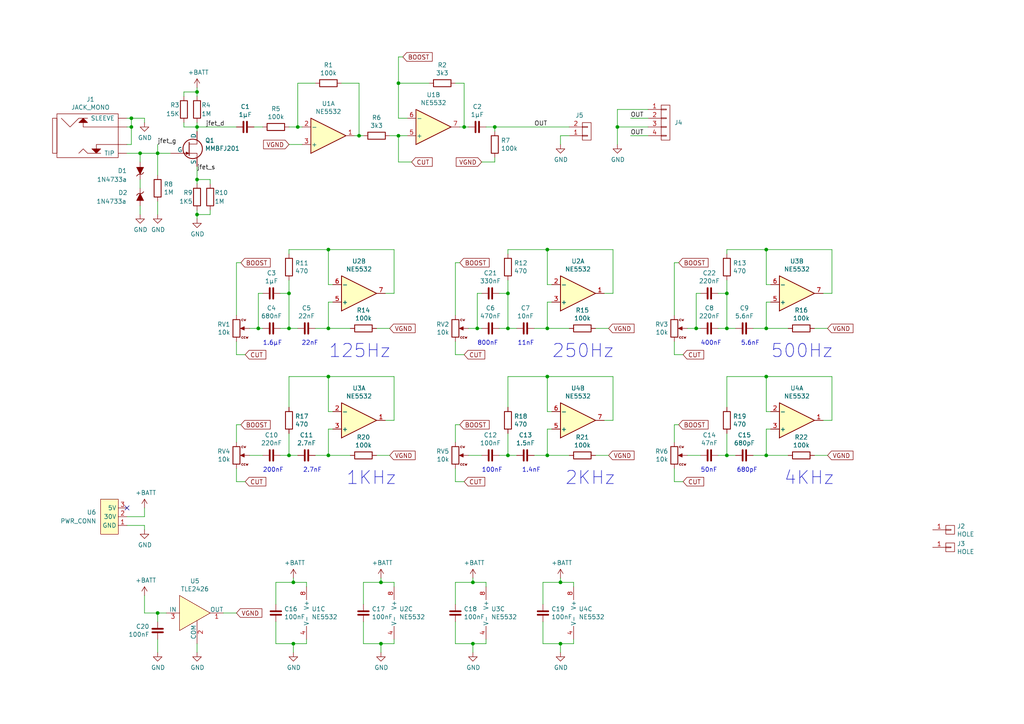
<source format=kicad_sch>
(kicad_sch (version 20211123) (generator eeschema)

  (uuid e63e39d7-6ac0-4ffd-8aa3-1841a4541b55)

  (paper "A4")

  (lib_symbols
    (symbol "myAmp:C" (pin_numbers hide) (pin_names (offset 0.254)) (in_bom yes) (on_board yes)
      (property "Reference" "C" (id 0) (at 0.635 2.54 0)
        (effects (font (size 1.27 1.27)) (justify left))
      )
      (property "Value" "C" (id 1) (at 0.635 -2.54 0)
        (effects (font (size 1.27 1.27)) (justify left))
      )
      (property "Footprint" "" (id 2) (at 0.9652 -3.81 0)
        (effects (font (size 1.27 1.27)) hide)
      )
      (property "Datasheet" "" (id 3) (at 0 0 0)
        (effects (font (size 1.27 1.27)) hide)
      )
      (symbol "C_0_1"
        (polyline
          (pts
            (xy -1.524 -0.508)
            (xy 1.524 -0.508)
          )
          (stroke (width 0.508) (type default) (color 0 0 0 0))
          (fill (type none))
        )
        (polyline
          (pts
            (xy -1.524 0.508)
            (xy 1.524 0.508)
          )
          (stroke (width 0.508) (type default) (color 0 0 0 0))
          (fill (type none))
        )
      )
      (symbol "C_1_1"
        (pin passive line (at 0 2.54 270) (length 1.778)
          (name "~" (effects (font (size 1.27 1.27))))
          (number "1" (effects (font (size 1.27 1.27))))
        )
        (pin passive line (at 0 -2.54 90) (length 1.778)
          (name "~" (effects (font (size 1.27 1.27))))
          (number "2" (effects (font (size 1.27 1.27))))
        )
      )
    )
    (symbol "myAmp:CONN_01X02" (pin_names (offset 1.016) hide) (in_bom yes) (on_board yes)
      (property "Reference" "J" (id 0) (at 0 3.81 0)
        (effects (font (size 1.27 1.27)))
      )
      (property "Value" "CONN_01X02" (id 1) (at 2.54 0 90)
        (effects (font (size 1.27 1.27)) hide)
      )
      (property "Footprint" "" (id 2) (at 0 0 0)
        (effects (font (size 1.27 1.27)) hide)
      )
      (property "Datasheet" "" (id 3) (at 0 0 0)
        (effects (font (size 1.27 1.27)) hide)
      )
      (symbol "CONN_01X02_0_1"
        (rectangle (start -1.27 -1.143) (end 0.254 -1.397)
          (stroke (width 0) (type default) (color 0 0 0 0))
          (fill (type none))
        )
        (rectangle (start -1.27 1.397) (end 0.254 1.143)
          (stroke (width 0) (type default) (color 0 0 0 0))
          (fill (type none))
        )
        (rectangle (start -1.27 2.54) (end 1.27 -2.54)
          (stroke (width 0) (type default) (color 0 0 0 0))
          (fill (type none))
        )
      )
      (symbol "CONN_01X02_1_1"
        (pin passive line (at -5.08 1.27 0) (length 3.81)
          (name "P1" (effects (font (size 1.27 1.27))))
          (number "1" (effects (font (size 1.27 1.27))))
        )
        (pin passive line (at -5.08 -1.27 0) (length 3.81)
          (name "P2" (effects (font (size 1.27 1.27))))
          (number "2" (effects (font (size 1.27 1.27))))
        )
      )
    )
    (symbol "myAmp:CONN_01X04" (pin_names (offset 1.016) hide) (in_bom yes) (on_board yes)
      (property "Reference" "J" (id 0) (at 0 6.35 0)
        (effects (font (size 1.27 1.27)))
      )
      (property "Value" "CONN_01X04" (id 1) (at 2.54 0 90)
        (effects (font (size 1.27 1.27)) hide)
      )
      (property "Footprint" "" (id 2) (at 0 0 0)
        (effects (font (size 1.27 1.27)) hide)
      )
      (property "Datasheet" "" (id 3) (at 0 0 0)
        (effects (font (size 1.27 1.27)) hide)
      )
      (symbol "CONN_01X04_0_1"
        (rectangle (start -1.27 -1.143) (end 0.254 -1.397)
          (stroke (width 0) (type default) (color 0 0 0 0))
          (fill (type none))
        )
        (rectangle (start -1.27 1.397) (end 0.254 1.143)
          (stroke (width 0) (type default) (color 0 0 0 0))
          (fill (type none))
        )
        (rectangle (start -1.27 5.08) (end 1.27 -5.08)
          (stroke (width 0) (type default) (color 0 0 0 0))
          (fill (type none))
        )
      )
      (symbol "CONN_01X04_1_1"
        (rectangle (start -1.27 -3.683) (end 0.254 -3.937)
          (stroke (width 0) (type default) (color 0 0 0 0))
          (fill (type none))
        )
        (rectangle (start -1.27 3.937) (end 0.254 3.683)
          (stroke (width 0) (type default) (color 0 0 0 0))
          (fill (type none))
        )
        (pin passive line (at -5.08 3.81 0) (length 3.81)
          (name "P1" (effects (font (size 1.27 1.27))))
          (number "1" (effects (font (size 1.27 1.27))))
        )
        (pin passive line (at -5.08 1.27 0) (length 3.81)
          (name "P2" (effects (font (size 1.27 1.27))))
          (number "2" (effects (font (size 1.27 1.27))))
        )
        (pin passive line (at -5.08 -1.27 0) (length 3.81)
          (name "~" (effects (font (size 1.27 1.27))))
          (number "3" (effects (font (size 1.27 1.27))))
        )
        (pin passive line (at -5.08 -3.81 0) (length 3.81)
          (name "~" (effects (font (size 1.27 1.27))))
          (number "4" (effects (font (size 1.27 1.27))))
        )
      )
    )
    (symbol "myAmp:HOLE" (pin_names (offset 1.016) hide) (in_bom yes) (on_board yes)
      (property "Reference" "J" (id 0) (at 0 2.54 0)
        (effects (font (size 1.27 1.27)))
      )
      (property "Value" "HOLE" (id 1) (at 2.54 0 90)
        (effects (font (size 1.27 1.27)))
      )
      (property "Footprint" "" (id 2) (at 0 0 0)
        (effects (font (size 1.27 1.27)) hide)
      )
      (property "Datasheet" "" (id 3) (at 0 0 0)
        (effects (font (size 1.27 1.27)) hide)
      )
      (symbol "HOLE_0_1"
        (rectangle (start -1.27 0.127) (end 0.254 -0.127)
          (stroke (width 0) (type default) (color 0 0 0 0))
          (fill (type none))
        )
        (rectangle (start -1.27 1.27) (end 1.27 -1.27)
          (stroke (width 0) (type default) (color 0 0 0 0))
          (fill (type none))
        )
      )
      (symbol "HOLE_1_1"
        (pin passive line (at -5.08 0 0) (length 3.81)
          (name "P1" (effects (font (size 1.27 1.27))))
          (number "1" (effects (font (size 1.27 1.27))))
        )
      )
    )
    (symbol "myAmp:J201" (pin_numbers hide) (pin_names (offset 0)) (in_bom yes) (on_board yes)
      (property "Reference" "Q" (id 0) (at 5.08 1.905 0)
        (effects (font (size 1.27 1.27)) (justify left))
      )
      (property "Value" "J201" (id 1) (at 5.08 0 0)
        (effects (font (size 1.27 1.27)) (justify left))
      )
      (property "Footprint" "" (id 2) (at 0 -1.27 0)
        (effects (font (size 1.27 1.27)) hide)
      )
      (property "Datasheet" "" (id 3) (at 0 -2.54 0)
        (effects (font (size 1.27 1.27)) (justify left) hide)
      )
      (symbol "J201_0_1"
        (polyline
          (pts
            (xy 0.254 1.905)
            (xy 0.254 -1.905)
            (xy 0.254 -1.905)
          )
          (stroke (width 0.254) (type default) (color 0 0 0 0))
          (fill (type none))
        )
        (polyline
          (pts
            (xy 2.54 -2.54)
            (xy 2.54 -1.27)
            (xy 0.254 -1.27)
          )
          (stroke (width 0) (type default) (color 0 0 0 0))
          (fill (type none))
        )
        (polyline
          (pts
            (xy 2.54 2.54)
            (xy 2.54 1.397)
            (xy 0.254 1.397)
          )
          (stroke (width 0) (type default) (color 0 0 0 0))
          (fill (type none))
        )
        (polyline
          (pts
            (xy 0.127 -1.27)
            (xy -0.635 -0.889)
            (xy -0.635 -1.651)
            (xy 0.127 -1.27)
          )
          (stroke (width 0) (type default) (color 0 0 0 0))
          (fill (type outline))
        )
        (circle (center 1.27 0) (radius 2.8194)
          (stroke (width 0.254) (type default) (color 0 0 0 0))
          (fill (type none))
        )
      )
      (symbol "J201_1_1"
        (pin passive line (at 2.54 5.08 270) (length 2.54)
          (name "D" (effects (font (size 1.27 1.27))))
          (number "1" (effects (font (size 1.27 1.27))))
        )
        (pin passive line (at 2.54 -5.08 90) (length 2.54)
          (name "S" (effects (font (size 1.27 1.27))))
          (number "2" (effects (font (size 1.27 1.27))))
        )
        (pin input line (at -5.08 -1.27 0) (length 5.334)
          (name "G" (effects (font (size 1.27 1.27))))
          (number "3" (effects (font (size 1.27 1.27))))
        )
      )
    )
    (symbol "myAmp:JACK_MONO" (pin_numbers hide) (pin_names (offset 1.016)) (in_bom yes) (on_board yes)
      (property "Reference" "J" (id 0) (at 6.35 7.62 0)
        (effects (font (size 1.27 1.27)))
      )
      (property "Value" "JACK_MONO" (id 1) (at -5.08 7.62 0)
        (effects (font (size 1.27 1.27)))
      )
      (property "Footprint" "" (id 2) (at 6.35 -1.27 0)
        (effects (font (size 1.27 1.27)) hide)
      )
      (property "Datasheet" "" (id 3) (at 2.54 -1.27 0)
        (effects (font (size 1.27 1.27)) hide)
      )
      (symbol "JACK_MONO_0_1"
        (rectangle (start -10.16 5.08) (end -11.43 -5.08)
          (stroke (width 0) (type default) (color 0 0 0 0))
          (fill (type none))
        )
        (polyline
          (pts
            (xy -2.54 5.08)
            (xy -3.81 3.81)
            (xy -1.27 3.81)
            (xy -2.54 5.08)
          )
          (stroke (width 0) (type default) (color 0 0 0 0))
          (fill (type outline))
        )
        (polyline
          (pts
            (xy -2.54 5.08)
            (xy -3.81 5.08)
            (xy -6.35 2.54)
            (xy -8.89 5.08)
          )
          (stroke (width 0) (type default) (color 0 0 0 0))
          (fill (type none))
        )
        (polyline
          (pts
            (xy 0 -3.81)
            (xy 1.27 -5.08)
            (xy 2.54 -3.81)
            (xy 0 -3.81)
          )
          (stroke (width 0) (type default) (color 0 0 0 0))
          (fill (type outline))
        )
        (polyline
          (pts
            (xy 1.27 -5.08)
            (xy -1.27 -5.08)
            (xy -2.54 -3.81)
            (xy -3.81 -5.08)
          )
          (stroke (width 0) (type default) (color 0 0 0 0))
          (fill (type none))
        )
        (polyline
          (pts
            (xy 7.62 -2.54)
            (xy 1.27 -2.54)
            (xy 1.27 -5.08)
            (xy 2.54 -5.08)
          )
          (stroke (width 0) (type default) (color 0 0 0 0))
          (fill (type none))
        )
        (polyline
          (pts
            (xy 7.62 2.54)
            (xy -2.54 2.54)
            (xy -2.54 5.08)
            (xy -1.27 5.08)
          )
          (stroke (width 0) (type default) (color 0 0 0 0))
          (fill (type none))
        )
        (rectangle (start 7.62 6.35) (end -10.16 -6.35)
          (stroke (width 0) (type default) (color 0 0 0 0))
          (fill (type none))
        )
      )
      (symbol "JACK_MONO_1_1"
        (pin output line (at 10.16 2.54 180) (length 2.54)
          (name "~" (effects (font (size 1.27 1.27))))
          (number "1" (effects (font (size 1.27 1.27))))
        )
        (pin output line (at 10.16 -2.54 180) (length 2.54)
          (name "~" (effects (font (size 1.27 1.27))))
          (number "3" (effects (font (size 1.27 1.27))))
        )
        (pin output line (at 10.16 5.08 180) (length 2.54)
          (name "SLEEVE" (effects (font (size 1.27 1.27))))
          (number "4" (effects (font (size 1.27 1.27))))
        )
        (pin output line (at 10.16 -5.08 180) (length 2.54)
          (name "TIP" (effects (font (size 1.27 1.27))))
          (number "6" (effects (font (size 1.27 1.27))))
        )
      )
    )
    (symbol "myAmp:NE5532" (pin_names (offset 0.127)) (in_bom yes) (on_board yes)
      (property "Reference" "U" (id 0) (at 0 5.08 0)
        (effects (font (size 1.27 1.27)) (justify left))
      )
      (property "Value" "NE5532" (id 1) (at 0 -5.08 0)
        (effects (font (size 1.27 1.27)) (justify left))
      )
      (property "Footprint" "" (id 2) (at 0 0 0)
        (effects (font (size 1.27 1.27)) hide)
      )
      (property "Datasheet" "" (id 3) (at 0 0 0)
        (effects (font (size 1.27 1.27)) hide)
      )
      (property "ki_locked" "" (id 4) (at 0 0 0)
        (effects (font (size 1.27 1.27)))
      )
      (property "ki_fp_filters" "SOIC*3.9x4.9mm*P1.27mm* DIP*W7.62mm* TO*99* OnSemi*Micro8* TSSOP*3x3mm*P0.65mm* TSSOP*4.4x3mm*P0.65mm* MSOP*3x3mm*P0.65mm* SSOP*3.9x4.9mm*P0.635mm* LFCSP*2x2mm*P0.5mm* *SIP* SOIC*5.3x6.2mm*P1.27mm*" (id 5) (at 0 0 0)
        (effects (font (size 1.27 1.27)) hide)
      )
      (symbol "NE5532_1_1"
        (polyline
          (pts
            (xy -5.08 5.08)
            (xy 5.08 0)
            (xy -5.08 -5.08)
            (xy -5.08 5.08)
          )
          (stroke (width 0.254) (type default) (color 0 0 0 0))
          (fill (type background))
        )
        (pin output line (at 7.62 0 180) (length 2.54)
          (name "~" (effects (font (size 1.27 1.27))))
          (number "1" (effects (font (size 1.27 1.27))))
        )
        (pin input line (at -7.62 -2.54 0) (length 2.54)
          (name "-" (effects (font (size 1.27 1.27))))
          (number "2" (effects (font (size 1.27 1.27))))
        )
        (pin input line (at -7.62 2.54 0) (length 2.54)
          (name "+" (effects (font (size 1.27 1.27))))
          (number "3" (effects (font (size 1.27 1.27))))
        )
      )
      (symbol "NE5532_2_1"
        (polyline
          (pts
            (xy -5.08 5.08)
            (xy 5.08 0)
            (xy -5.08 -5.08)
            (xy -5.08 5.08)
          )
          (stroke (width 0.254) (type default) (color 0 0 0 0))
          (fill (type background))
        )
        (pin input line (at -7.62 2.54 0) (length 2.54)
          (name "+" (effects (font (size 1.27 1.27))))
          (number "5" (effects (font (size 1.27 1.27))))
        )
        (pin input line (at -7.62 -2.54 0) (length 2.54)
          (name "-" (effects (font (size 1.27 1.27))))
          (number "6" (effects (font (size 1.27 1.27))))
        )
        (pin output line (at 7.62 0 180) (length 2.54)
          (name "~" (effects (font (size 1.27 1.27))))
          (number "7" (effects (font (size 1.27 1.27))))
        )
      )
      (symbol "NE5532_3_1"
        (pin power_in line (at -2.54 -7.62 90) (length 3.81)
          (name "V-" (effects (font (size 1.27 1.27))))
          (number "4" (effects (font (size 1.27 1.27))))
        )
        (pin power_in line (at -2.54 7.62 270) (length 3.81)
          (name "V+" (effects (font (size 1.27 1.27))))
          (number "8" (effects (font (size 1.27 1.27))))
        )
      )
    )
    (symbol "myAmp:PWR_CONN" (in_bom yes) (on_board yes)
      (property "Reference" "U" (id 0) (at -1.27 6.35 0)
        (effects (font (size 1.27 1.27)))
      )
      (property "Value" "PWR_CONN" (id 1) (at -1.27 -6.35 0)
        (effects (font (size 1.27 1.27)))
      )
      (property "Footprint" "" (id 2) (at 2.54 -1.27 0)
        (effects (font (size 1.27 1.27)) hide)
      )
      (property "Datasheet" "" (id 3) (at 2.54 -1.27 0)
        (effects (font (size 1.27 1.27)) hide)
      )
      (symbol "PWR_CONN_0_1"
        (rectangle (start -3.81 5.08) (end 1.27 -5.08)
          (stroke (width 0) (type default) (color 0 0 0 0))
          (fill (type background))
        )
      )
      (symbol "PWR_CONN_1_1"
        (pin passive line (at 3.81 2.54 180) (length 2.54)
          (name "GND" (effects (font (size 1.27 1.27))))
          (number "1" (effects (font (size 1.27 1.27))))
        )
        (pin passive line (at 3.81 0 180) (length 2.54)
          (name "30V" (effects (font (size 1.27 1.27))))
          (number "2" (effects (font (size 1.27 1.27))))
        )
        (pin passive line (at 3.81 -2.54 180) (length 2.54)
          (name "5V" (effects (font (size 1.27 1.27))))
          (number "3" (effects (font (size 1.27 1.27))))
        )
      )
    )
    (symbol "myAmp:R" (pin_numbers hide) (pin_names (offset 0)) (in_bom yes) (on_board yes)
      (property "Reference" "R" (id 0) (at 2.032 0 90)
        (effects (font (size 1.27 1.27)))
      )
      (property "Value" "R" (id 1) (at 0 0 90)
        (effects (font (size 1.27 1.27)))
      )
      (property "Footprint" "" (id 2) (at -1.778 0 90)
        (effects (font (size 1.27 1.27)) hide)
      )
      (property "Datasheet" "" (id 3) (at 0 0 0)
        (effects (font (size 1.27 1.27)) hide)
      )
      (property "ki_fp_filters" "R_*" (id 4) (at 0 0 0)
        (effects (font (size 1.27 1.27)) hide)
      )
      (symbol "R_0_1"
        (rectangle (start -1.016 -2.54) (end 1.016 2.54)
          (stroke (width 0.254) (type default) (color 0 0 0 0))
          (fill (type none))
        )
      )
      (symbol "R_1_1"
        (pin passive line (at 0 3.81 270) (length 1.27)
          (name "~" (effects (font (size 1.27 1.27))))
          (number "1" (effects (font (size 1.27 1.27))))
        )
        (pin passive line (at 0 -3.81 90) (length 1.27)
          (name "~" (effects (font (size 1.27 1.27))))
          (number "2" (effects (font (size 1.27 1.27))))
        )
      )
    )
    (symbol "myAmp:R_POT" (pin_numbers hide) (pin_names (offset 1.016) hide) (in_bom yes) (on_board yes)
      (property "Reference" "RV" (id 0) (at -4.445 0 90)
        (effects (font (size 1.27 1.27)))
      )
      (property "Value" "R_POT" (id 1) (at -2.54 0 90)
        (effects (font (size 1.27 1.27)))
      )
      (property "Footprint" "" (id 2) (at 0 0 0)
        (effects (font (size 1.27 1.27)) hide)
      )
      (property "Datasheet" "" (id 3) (at -3.81 -3.81 0)
        (effects (font (size 1.27 1.27)) hide)
      )
      (property "ki_fp_filters" "Potentiometer*" (id 4) (at 0 0 0)
        (effects (font (size 1.27 1.27)) hide)
      )
      (symbol "R_POT_0_0"
        (text "ccw" (at 1.27 2.54 0)
          (effects (font (size 0.762 0.762)) (justify left))
        )
        (text "cw" (at 1.27 -2.54 0)
          (effects (font (size 0.762 0.762)) (justify left))
        )
      )
      (symbol "R_POT_0_1"
        (polyline
          (pts
            (xy 1.143 0)
            (xy 2.286 0.508)
            (xy 2.286 -0.508)
            (xy 1.143 0)
          )
          (stroke (width 0) (type default) (color 0 0 0 0))
          (fill (type outline))
        )
        (rectangle (start 1.016 2.54) (end -1.016 -2.54)
          (stroke (width 0.254) (type default) (color 0 0 0 0))
          (fill (type none))
        )
      )
      (symbol "R_POT_1_1"
        (pin passive line (at 0 3.81 270) (length 1.27)
          (name "1" (effects (font (size 1.27 1.27))))
          (number "1" (effects (font (size 1.27 1.27))))
        )
        (pin passive line (at 3.81 0 180) (length 2.032)
          (name "2" (effects (font (size 1.27 1.27))))
          (number "2" (effects (font (size 1.27 1.27))))
        )
        (pin passive line (at 0 -3.81 90) (length 1.27)
          (name "3" (effects (font (size 1.27 1.27))))
          (number "3" (effects (font (size 1.27 1.27))))
        )
      )
    )
    (symbol "myAmp:TLE2426" (pin_names (offset 0)) (in_bom yes) (on_board yes)
      (property "Reference" "U" (id 0) (at -6.35 -6.35 0)
        (effects (font (size 1.27 1.27)))
      )
      (property "Value" "TLE2426" (id 1) (at 1.27 5.08 0)
        (effects (font (size 1.27 1.27)))
      )
      (property "Footprint" "" (id 2) (at -15.24 -5.08 0)
        (effects (font (size 1.27 1.27)) hide)
      )
      (property "Datasheet" "" (id 3) (at -15.24 -5.08 0)
        (effects (font (size 1.27 1.27)) hide)
      )
      (symbol "TLE2426_0_1"
        (polyline
          (pts
            (xy -5.08 5.08)
            (xy -5.08 -5.08)
            (xy 3.81 0)
            (xy -5.08 5.08)
          )
          (stroke (width 0) (type default) (color 0 0 0 0))
          (fill (type background))
        )
      )
      (symbol "TLE2426_1_1"
        (pin input line (at 7.62 0 180) (length 3.81)
          (name "OUT" (effects (font (size 1.27 1.27))))
          (number "1" (effects (font (size 1.27 1.27))))
        )
        (pin input line (at 0 -8.89 90) (length 6.7056)
          (name "COM" (effects (font (size 1.27 1.27))))
          (number "2" (effects (font (size 1.27 1.27))))
        )
        (pin input line (at -8.89 0 0) (length 3.81)
          (name "IN" (effects (font (size 1.27 1.27))))
          (number "3" (effects (font (size 1.27 1.27))))
        )
      )
    )
    (symbol "myAmp:Zener" (pin_numbers hide) (pin_names (offset 1.016) hide) (in_bom yes) (on_board yes)
      (property "Reference" "D" (id 0) (at 0 2.54 0)
        (effects (font (size 1.27 1.27)))
      )
      (property "Value" "Zener" (id 1) (at 0 -2.54 0)
        (effects (font (size 1.27 1.27)))
      )
      (property "Footprint" "" (id 2) (at 0 0 0)
        (effects (font (size 1.27 1.27)))
      )
      (property "Datasheet" "" (id 3) (at 0 0 0)
        (effects (font (size 1.27 1.27)))
      )
      (property "ki_fp_filters" "D? SO* SM*" (id 4) (at 0 0 0)
        (effects (font (size 1.27 1.27)) hide)
      )
      (symbol "Zener_0_1"
        (polyline
          (pts
            (xy -1.524 1.016)
            (xy -1.016 0.508)
            (xy -1.016 -0.508)
            (xy -0.508 -1.016)
          )
          (stroke (width 0.2032) (type default) (color 0 0 0 0))
          (fill (type none))
        )
        (polyline
          (pts
            (xy 1.016 1.016)
            (xy -1.016 0)
            (xy 1.016 -1.016)
            (xy 1.016 1.016)
          )
          (stroke (width 0) (type default) (color 0 0 0 0))
          (fill (type outline))
        )
      )
      (symbol "Zener_1_1"
        (pin passive line (at -2.54 0 0) (length 1.524)
          (name "K" (effects (font (size 1.016 1.016))))
          (number "1" (effects (font (size 1.016 1.016))))
        )
        (pin passive line (at 2.54 0 180) (length 1.524)
          (name "A" (effects (font (size 1.016 1.016))))
          (number "2" (effects (font (size 1.016 1.016))))
        )
      )
    )
    (symbol "power:+BATT" (power) (pin_names (offset 0)) (in_bom yes) (on_board yes)
      (property "Reference" "#PWR" (id 0) (at 0 -3.81 0)
        (effects (font (size 1.27 1.27)) hide)
      )
      (property "Value" "+BATT" (id 1) (at 0 3.556 0)
        (effects (font (size 1.27 1.27)))
      )
      (property "Footprint" "" (id 2) (at 0 0 0)
        (effects (font (size 1.27 1.27)) hide)
      )
      (property "Datasheet" "" (id 3) (at 0 0 0)
        (effects (font (size 1.27 1.27)) hide)
      )
      (property "ki_keywords" "power-flag battery" (id 4) (at 0 0 0)
        (effects (font (size 1.27 1.27)) hide)
      )
      (property "ki_description" "Power symbol creates a global label with name \"+BATT\"" (id 5) (at 0 0 0)
        (effects (font (size 1.27 1.27)) hide)
      )
      (symbol "+BATT_0_1"
        (polyline
          (pts
            (xy -0.762 1.27)
            (xy 0 2.54)
          )
          (stroke (width 0) (type default) (color 0 0 0 0))
          (fill (type none))
        )
        (polyline
          (pts
            (xy 0 0)
            (xy 0 2.54)
          )
          (stroke (width 0) (type default) (color 0 0 0 0))
          (fill (type none))
        )
        (polyline
          (pts
            (xy 0 2.54)
            (xy 0.762 1.27)
          )
          (stroke (width 0) (type default) (color 0 0 0 0))
          (fill (type none))
        )
      )
      (symbol "+BATT_1_1"
        (pin power_in line (at 0 0 90) (length 0) hide
          (name "+BATT" (effects (font (size 1.27 1.27))))
          (number "1" (effects (font (size 1.27 1.27))))
        )
      )
    )
    (symbol "power:GND" (power) (pin_names (offset 0)) (in_bom yes) (on_board yes)
      (property "Reference" "#PWR" (id 0) (at 0 -6.35 0)
        (effects (font (size 1.27 1.27)) hide)
      )
      (property "Value" "GND" (id 1) (at 0 -3.81 0)
        (effects (font (size 1.27 1.27)))
      )
      (property "Footprint" "" (id 2) (at 0 0 0)
        (effects (font (size 1.27 1.27)) hide)
      )
      (property "Datasheet" "" (id 3) (at 0 0 0)
        (effects (font (size 1.27 1.27)) hide)
      )
      (property "ki_keywords" "power-flag" (id 4) (at 0 0 0)
        (effects (font (size 1.27 1.27)) hide)
      )
      (property "ki_description" "Power symbol creates a global label with name \"GND\" , ground" (id 5) (at 0 0 0)
        (effects (font (size 1.27 1.27)) hide)
      )
      (symbol "GND_0_1"
        (polyline
          (pts
            (xy 0 0)
            (xy 0 -1.27)
            (xy 1.27 -1.27)
            (xy 0 -2.54)
            (xy -1.27 -1.27)
            (xy 0 -1.27)
          )
          (stroke (width 0) (type default) (color 0 0 0 0))
          (fill (type none))
        )
      )
      (symbol "GND_1_1"
        (pin power_in line (at 0 0 270) (length 0) hide
          (name "GND" (effects (font (size 1.27 1.27))))
          (number "1" (effects (font (size 1.27 1.27))))
        )
      )
    )
  )

  (junction (at 137.16 186.69) (diameter 0) (color 0 0 0 0)
    (uuid 003c2200-0632-4808-a662-8ddd5d30c768)
  )
  (junction (at 222.25 132.08) (diameter 0) (color 0 0 0 0)
    (uuid 03c7f780-fc1b-487a-b30d-567d6c09fdc8)
  )
  (junction (at 45.72 44.45) (diameter 0) (color 0 0 0 0)
    (uuid 076046ab-4b56-4060-b8d9-0d80806d0277)
  )
  (junction (at 222.25 109.22) (diameter 0) (color 0 0 0 0)
    (uuid 0cc45b5b-96b3-4284-9cae-a3a9e324a916)
  )
  (junction (at 95.25 132.08) (diameter 0) (color 0 0 0 0)
    (uuid 0e8f7fc0-2ef2-4b90-9c15-8a3a601ee459)
  )
  (junction (at 210.82 85.09) (diameter 0) (color 0 0 0 0)
    (uuid 1241b7f2-e266-4f5c-8a97-9f0f9d0eef37)
  )
  (junction (at 115.57 39.37) (diameter 0) (color 0 0 0 0)
    (uuid 1860e030-7a36-4298-b7fc-a16d48ab15ba)
  )
  (junction (at 162.56 168.91) (diameter 0) (color 0 0 0 0)
    (uuid 1a6d2848-e78e-49fe-8978-e1890f07836f)
  )
  (junction (at 57.15 52.07) (diameter 0) (color 0 0 0 0)
    (uuid 29bb7297-26fb-4776-9266-2355d022bab0)
  )
  (junction (at 222.25 95.25) (diameter 0) (color 0 0 0 0)
    (uuid 2d67a417-188f-4014-9282-000265d80009)
  )
  (junction (at 147.32 132.08) (diameter 0) (color 0 0 0 0)
    (uuid 2d697cf0-e02e-4ed1-a048-a704dab0ee43)
  )
  (junction (at 137.16 168.91) (diameter 0) (color 0 0 0 0)
    (uuid 2d6db888-4e40-41c8-b701-07170fc894bc)
  )
  (junction (at 83.82 85.09) (diameter 0) (color 0 0 0 0)
    (uuid 37b6c6d6-3e12-4736-912a-ea6e2bf06721)
  )
  (junction (at 57.15 26.67) (diameter 0) (color 0 0 0 0)
    (uuid 3f8a5430-68a9-4732-9b89-4e00dd8ae219)
  )
  (junction (at 86.36 36.83) (diameter 0) (color 0 0 0 0)
    (uuid 417f13e4-c121-485a-a6b5-8b55e70350b8)
  )
  (junction (at 45.72 177.8) (diameter 0) (color 0 0 0 0)
    (uuid 4dc6088c-89a5-4db7-b3ae-db4b6396ad49)
  )
  (junction (at 95.25 72.39) (diameter 0) (color 0 0 0 0)
    (uuid 4fb02e58-160a-4a39-9f22-d0c75e82ee72)
  )
  (junction (at 104.14 39.37) (diameter 0) (color 0 0 0 0)
    (uuid 68e09be7-3bbc-4443-a838-209ce20b2bef)
  )
  (junction (at 158.75 72.39) (diameter 0) (color 0 0 0 0)
    (uuid 70e15522-1572-4451-9c0d-6d36ac70d8c6)
  )
  (junction (at 83.82 95.25) (diameter 0) (color 0 0 0 0)
    (uuid 71c31975-2c45-4d18-a25a-18e07a55d11e)
  )
  (junction (at 85.09 186.69) (diameter 0) (color 0 0 0 0)
    (uuid 78f88cf6-751c-4e9b-ae75-fb8b6d44ff39)
  )
  (junction (at 210.82 132.08) (diameter 0) (color 0 0 0 0)
    (uuid 7c04618d-9115-4179-b234-a8faf854ea92)
  )
  (junction (at 95.25 109.22) (diameter 0) (color 0 0 0 0)
    (uuid 7e0a03ae-d054-4f76-a131-5c09b8dc1636)
  )
  (junction (at 143.51 36.83) (diameter 0) (color 0 0 0 0)
    (uuid 81bbc3ff-3938-49ac-8297-ce2bcc9a42bd)
  )
  (junction (at 38.1 34.29) (diameter 0) (color 0 0 0 0)
    (uuid 8458d41c-5d62-455d-b6e1-9f718c0faac9)
  )
  (junction (at 95.25 95.25) (diameter 0) (color 0 0 0 0)
    (uuid 87371631-aa02-498a-998a-09bdb74784c1)
  )
  (junction (at 179.07 36.83) (diameter 0) (color 0 0 0 0)
    (uuid 8b8d1de1-5479-4dd2-bd4b-ccb98428a126)
  )
  (junction (at 158.75 132.08) (diameter 0) (color 0 0 0 0)
    (uuid 8bc2c25a-a1f1-4ce8-b96a-a4f8f4c35079)
  )
  (junction (at 38.1 36.83) (diameter 0) (color 0 0 0 0)
    (uuid 92035a88-6c95-4a61-bd8a-cb8dd9e5018a)
  )
  (junction (at 138.43 95.25) (diameter 0) (color 0 0 0 0)
    (uuid 955cc99e-a129-42cf-abc7-aa99813fdb5f)
  )
  (junction (at 134.62 36.83) (diameter 0) (color 0 0 0 0)
    (uuid 9c8ccb2a-b1e9-4f2c-94fe-301b5975277e)
  )
  (junction (at 210.82 95.25) (diameter 0) (color 0 0 0 0)
    (uuid 9cb12cc8-7f1a-4a01-9256-c119f11a8a02)
  )
  (junction (at 158.75 95.25) (diameter 0) (color 0 0 0 0)
    (uuid a5cd8da1-8f7f-4f80-bb23-0317de562222)
  )
  (junction (at 85.09 168.91) (diameter 0) (color 0 0 0 0)
    (uuid a9ec539a-d80d-40cc-803c-12b6adefe42a)
  )
  (junction (at 147.32 85.09) (diameter 0) (color 0 0 0 0)
    (uuid aeb03be9-98f0-43f6-9432-1bb35aa04bab)
  )
  (junction (at 57.15 36.83) (diameter 0) (color 0 0 0 0)
    (uuid b4833916-7a3e-4498-86fb-ec6d13262ffe)
  )
  (junction (at 115.57 24.13) (diameter 0) (color 0 0 0 0)
    (uuid b6270a28-e0d9-4655-a18a-03dbf007b940)
  )
  (junction (at 201.93 95.25) (diameter 0) (color 0 0 0 0)
    (uuid b8b961e9-8a60-45fc-999a-a7a3baff4e0d)
  )
  (junction (at 57.15 62.23) (diameter 0) (color 0 0 0 0)
    (uuid c9b9e62d-dede-4d1a-9a05-275614f8bdb2)
  )
  (junction (at 222.25 72.39) (diameter 0) (color 0 0 0 0)
    (uuid cfa5c16e-7859-460d-a0b8-cea7d7ea629c)
  )
  (junction (at 110.49 168.91) (diameter 0) (color 0 0 0 0)
    (uuid d57dcfee-5058-4fc2-a68b-05f9a48f685b)
  )
  (junction (at 147.32 95.25) (diameter 0) (color 0 0 0 0)
    (uuid df32840e-2912-4088-b54c-9a85f64c0265)
  )
  (junction (at 40.64 44.45) (diameter 0) (color 0 0 0 0)
    (uuid e091e263-c616-48ef-a460-465c70218987)
  )
  (junction (at 158.75 109.22) (diameter 0) (color 0 0 0 0)
    (uuid e3fc1e69-a11c-4c84-8952-fefb9372474e)
  )
  (junction (at 83.82 132.08) (diameter 0) (color 0 0 0 0)
    (uuid e65b62be-e01b-4688-a999-1d1be370c4ae)
  )
  (junction (at 110.49 186.69) (diameter 0) (color 0 0 0 0)
    (uuid e857610b-4434-4144-b04e-43c1ebdc5ceb)
  )
  (junction (at 162.56 186.69) (diameter 0) (color 0 0 0 0)
    (uuid e8c50f1b-c316-4110-9cce-5c24c65a1eaa)
  )
  (junction (at 74.93 95.25) (diameter 0) (color 0 0 0 0)
    (uuid f8fc38ec-0b98-40bc-ae2f-e5cc29973bca)
  )

  (no_connect (at 36.83 147.32) (uuid 60ff6322-62e2-4602-9bc0-7a0f0a5ecfbf))

  (wire (pts (xy 99.06 24.13) (xy 104.14 24.13))
    (stroke (width 0) (type default) (color 0 0 0 0))
    (uuid 0088d107-13d8-496c-8da6-7bbeb9d096b0)
  )
  (wire (pts (xy 147.32 85.09) (xy 147.32 95.25))
    (stroke (width 0) (type default) (color 0 0 0 0))
    (uuid 008da5b9-6f95-4113-b7d0-d93ac62efd33)
  )
  (wire (pts (xy 110.49 168.91) (xy 105.41 168.91))
    (stroke (width 0) (type default) (color 0 0 0 0))
    (uuid 03c52831-5dc5-43c5-a442-8d23643b46fb)
  )
  (wire (pts (xy 138.43 95.25) (xy 139.7 95.25))
    (stroke (width 0) (type default) (color 0 0 0 0))
    (uuid 04cf2f2c-74bf-400d-b4f6-201720df00ed)
  )
  (wire (pts (xy 41.91 177.8) (xy 45.72 177.8))
    (stroke (width 0) (type default) (color 0 0 0 0))
    (uuid 04f5865e-f449-4408-a0c8-771cccfcb129)
  )
  (wire (pts (xy 41.91 152.4) (xy 41.91 153.67))
    (stroke (width 0) (type default) (color 0 0 0 0))
    (uuid 0520f61d-4522-4301-a3fa-8ed0bf060f69)
  )
  (wire (pts (xy 158.75 95.25) (xy 154.94 95.25))
    (stroke (width 0) (type default) (color 0 0 0 0))
    (uuid 0755aee5-bc01-4cb5-b830-583289df50a3)
  )
  (wire (pts (xy 240.03 95.25) (xy 236.22 95.25))
    (stroke (width 0) (type default) (color 0 0 0 0))
    (uuid 097edb1b-8998-4e70-b670-bba125982348)
  )
  (wire (pts (xy 60.96 62.23) (xy 57.15 62.23))
    (stroke (width 0) (type default) (color 0 0 0 0))
    (uuid 0a1a4d88-972a-46ce-b25e-6cb796bd41f7)
  )
  (wire (pts (xy 116.84 16.51) (xy 115.57 16.51))
    (stroke (width 0) (type default) (color 0 0 0 0))
    (uuid 0a3cc030-c9dd-4d74-9d50-715ed2b361a2)
  )
  (wire (pts (xy 195.58 123.19) (xy 196.85 123.19))
    (stroke (width 0) (type default) (color 0 0 0 0))
    (uuid 0ae82096-0994-4fb0-9a2a-d4ac4804abac)
  )
  (wire (pts (xy 110.49 167.64) (xy 110.49 168.91))
    (stroke (width 0) (type default) (color 0 0 0 0))
    (uuid 0b21a65d-d20b-411e-920a-75c343ac5136)
  )
  (wire (pts (xy 187.96 31.75) (xy 179.07 31.75))
    (stroke (width 0) (type default) (color 0 0 0 0))
    (uuid 0c13d82b-ee9b-456d-975a-09f5bc5b5d1b)
  )
  (wire (pts (xy 45.72 177.8) (xy 48.26 177.8))
    (stroke (width 0) (type default) (color 0 0 0 0))
    (uuid 0c30a4be-5679-499f-8c5b-5f3024f9d6cf)
  )
  (wire (pts (xy 208.28 85.09) (xy 210.82 85.09))
    (stroke (width 0) (type default) (color 0 0 0 0))
    (uuid 0ceb97d6-1b0f-4b71-921e-b0955c30c998)
  )
  (wire (pts (xy 139.7 46.99) (xy 143.51 46.99))
    (stroke (width 0) (type default) (color 0 0 0 0))
    (uuid 0d0bb7b2-a6e5-46d2-9492-a1aa6e5a7b2f)
  )
  (wire (pts (xy 105.41 180.34) (xy 105.41 186.69))
    (stroke (width 0) (type default) (color 0 0 0 0))
    (uuid 0f22151c-f260-4674-b486-4710a2c42a55)
  )
  (wire (pts (xy 195.58 135.89) (xy 195.58 139.7))
    (stroke (width 0) (type default) (color 0 0 0 0))
    (uuid 0f324b67-75ef-407f-8dbc-3c1fc5c2abba)
  )
  (wire (pts (xy 102.87 39.37) (xy 104.14 39.37))
    (stroke (width 0) (type default) (color 0 0 0 0))
    (uuid 0f41a909-27c4-4be2-9d5e-9ae2108c8ff5)
  )
  (wire (pts (xy 195.58 128.27) (xy 195.58 123.19))
    (stroke (width 0) (type default) (color 0 0 0 0))
    (uuid 0fdc6f30-77bc-4e9b-8665-c8aa9acf5bf9)
  )
  (wire (pts (xy 72.39 95.25) (xy 74.93 95.25))
    (stroke (width 0) (type default) (color 0 0 0 0))
    (uuid 10109f84-4940-47f8-8640-91f185ac9bc1)
  )
  (wire (pts (xy 210.82 109.22) (xy 222.25 109.22))
    (stroke (width 0) (type default) (color 0 0 0 0))
    (uuid 109caac1-5036-4f23-9a66-f569d871501b)
  )
  (wire (pts (xy 45.72 44.45) (xy 40.64 44.45))
    (stroke (width 0) (type default) (color 0 0 0 0))
    (uuid 1171ce37-6ad7-4662-bb68-5592c945ebf3)
  )
  (wire (pts (xy 157.48 186.69) (xy 162.56 186.69))
    (stroke (width 0) (type default) (color 0 0 0 0))
    (uuid 12422a89-3d0c-485c-9386-f77121fd68fd)
  )
  (wire (pts (xy 134.62 24.13) (xy 134.62 36.83))
    (stroke (width 0) (type default) (color 0 0 0 0))
    (uuid 13475e15-f37c-4de8-857e-1722b0c39513)
  )
  (wire (pts (xy 147.32 81.28) (xy 147.32 85.09))
    (stroke (width 0) (type default) (color 0 0 0 0))
    (uuid 13c0ff76-ed71-4cd9-abb0-92c376825d5d)
  )
  (wire (pts (xy 222.25 95.25) (xy 228.6 95.25))
    (stroke (width 0) (type default) (color 0 0 0 0))
    (uuid 14c51520-6d91-4098-a59a-5121f2a898f7)
  )
  (wire (pts (xy 83.82 132.08) (xy 86.36 132.08))
    (stroke (width 0) (type default) (color 0 0 0 0))
    (uuid 15fe8f3d-6077-4e0e-81d0-8ec3f4538981)
  )
  (wire (pts (xy 158.75 95.25) (xy 165.1 95.25))
    (stroke (width 0) (type default) (color 0 0 0 0))
    (uuid 16bd6381-8ac0-4bf2-9dce-ecc20c724b8d)
  )
  (wire (pts (xy 105.41 168.91) (xy 105.41 175.26))
    (stroke (width 0) (type default) (color 0 0 0 0))
    (uuid 1831fb37-1c5d-42c4-b898-151be6fca9dc)
  )
  (wire (pts (xy 40.64 62.23) (xy 40.64 59.69))
    (stroke (width 0) (type default) (color 0 0 0 0))
    (uuid 196a8dd5-5fd6-4c7f-ae4a-0104bd82e61b)
  )
  (wire (pts (xy 210.82 118.11) (xy 210.82 109.22))
    (stroke (width 0) (type default) (color 0 0 0 0))
    (uuid 19b0959e-a79b-43b2-a5ad-525ced7e9131)
  )
  (wire (pts (xy 210.82 81.28) (xy 210.82 85.09))
    (stroke (width 0) (type default) (color 0 0 0 0))
    (uuid 19c56563-5fe3-442a-885b-418dbc2421eb)
  )
  (wire (pts (xy 87.63 41.91) (xy 83.82 41.91))
    (stroke (width 0) (type default) (color 0 0 0 0))
    (uuid 1b54105e-6590-4d26-a763-ecfcf81eedc4)
  )
  (wire (pts (xy 144.78 85.09) (xy 147.32 85.09))
    (stroke (width 0) (type default) (color 0 0 0 0))
    (uuid 1bdd5841-68b7-42e2-9447-cbdb608d8a08)
  )
  (wire (pts (xy 195.58 139.7) (xy 198.12 139.7))
    (stroke (width 0) (type default) (color 0 0 0 0))
    (uuid 1c68b844-c861-46b7-b734-0242168a4220)
  )
  (wire (pts (xy 222.25 132.08) (xy 218.44 132.08))
    (stroke (width 0) (type default) (color 0 0 0 0))
    (uuid 1f8b2c0c-b042-4e2e-80f6-4959a27b238f)
  )
  (wire (pts (xy 57.15 25.4) (xy 57.15 26.67))
    (stroke (width 0) (type default) (color 0 0 0 0))
    (uuid 1f9ae101-c652-4998-a503-17aedf3d5746)
  )
  (wire (pts (xy 95.25 119.38) (xy 95.25 109.22))
    (stroke (width 0) (type default) (color 0 0 0 0))
    (uuid 20c315f4-1e4f-49aa-8d61-778a7389df7e)
  )
  (wire (pts (xy 177.8 121.92) (xy 175.26 121.92))
    (stroke (width 0) (type default) (color 0 0 0 0))
    (uuid 20cca02e-4c4d-4961-b6b4-b40a1731b220)
  )
  (wire (pts (xy 57.15 186.69) (xy 57.15 189.23))
    (stroke (width 0) (type default) (color 0 0 0 0))
    (uuid 213a2af1-412b-47f4-ab3b-c5f43b6be7a6)
  )
  (wire (pts (xy 210.82 95.25) (xy 213.36 95.25))
    (stroke (width 0) (type default) (color 0 0 0 0))
    (uuid 21ae9c3a-7138-444e-be38-56a4842ab594)
  )
  (wire (pts (xy 135.89 132.08) (xy 139.7 132.08))
    (stroke (width 0) (type default) (color 0 0 0 0))
    (uuid 240c10af-51b5-420e-a6f4-a2c8f5db1db5)
  )
  (wire (pts (xy 137.16 186.69) (xy 137.16 189.23))
    (stroke (width 0) (type default) (color 0 0 0 0))
    (uuid 240e07e1-770b-4b27-894f-29fd601c924d)
  )
  (wire (pts (xy 134.62 36.83) (xy 133.35 36.83))
    (stroke (width 0) (type default) (color 0 0 0 0))
    (uuid 2732632c-4768-42b6-bf7f-14643424019e)
  )
  (wire (pts (xy 241.3 85.09) (xy 238.76 85.09))
    (stroke (width 0) (type default) (color 0 0 0 0))
    (uuid 275aa44a-b61f-489f-9e2a-819a0fe0d1eb)
  )
  (wire (pts (xy 95.25 124.46) (xy 95.25 132.08))
    (stroke (width 0) (type default) (color 0 0 0 0))
    (uuid 27d56953-c620-4d5b-9c1c-e48bc3d9684a)
  )
  (wire (pts (xy 138.43 85.09) (xy 138.43 95.25))
    (stroke (width 0) (type default) (color 0 0 0 0))
    (uuid 2878a73c-5447-4cd9-8194-14f52ab9459c)
  )
  (wire (pts (xy 113.03 132.08) (xy 109.22 132.08))
    (stroke (width 0) (type default) (color 0 0 0 0))
    (uuid 29195ea4-8218-44a1-b4bf-466bee0082e4)
  )
  (wire (pts (xy 80.01 186.69) (xy 85.09 186.69))
    (stroke (width 0) (type default) (color 0 0 0 0))
    (uuid 2bf3f24b-fd30-41a7-a274-9b519491916b)
  )
  (wire (pts (xy 110.49 186.69) (xy 110.49 189.23))
    (stroke (width 0) (type default) (color 0 0 0 0))
    (uuid 2d210a96-f81f-42a9-8bf4-1b43c11086f3)
  )
  (wire (pts (xy 57.15 36.83) (xy 53.34 36.83))
    (stroke (width 0) (type default) (color 0 0 0 0))
    (uuid 2db910a0-b943-40b4-b81f-068ba5265f56)
  )
  (wire (pts (xy 132.08 139.7) (xy 134.62 139.7))
    (stroke (width 0) (type default) (color 0 0 0 0))
    (uuid 2dc54bac-8640-4dd7-b8ed-3c7acb01a8ea)
  )
  (wire (pts (xy 68.58 139.7) (xy 71.12 139.7))
    (stroke (width 0) (type default) (color 0 0 0 0))
    (uuid 309b3bff-19c8-41ec-a84d-63399c649f46)
  )
  (wire (pts (xy 95.25 95.25) (xy 101.6 95.25))
    (stroke (width 0) (type default) (color 0 0 0 0))
    (uuid 30f15357-ce1d-48b9-93dc-7d9b1b2aa048)
  )
  (wire (pts (xy 241.3 109.22) (xy 241.3 121.92))
    (stroke (width 0) (type default) (color 0 0 0 0))
    (uuid 31540a7e-dc9e-4e4d-96b1-dab15efa5f4b)
  )
  (wire (pts (xy 132.08 180.34) (xy 132.08 186.69))
    (stroke (width 0) (type default) (color 0 0 0 0))
    (uuid 31e08896-1992-4725-96d9-9d2728bca7a3)
  )
  (wire (pts (xy 38.1 34.29) (xy 41.91 34.29))
    (stroke (width 0) (type default) (color 0 0 0 0))
    (uuid 3326423d-8df7-4a7e-a354-349430b8fbd7)
  )
  (wire (pts (xy 85.09 167.64) (xy 85.09 168.91))
    (stroke (width 0) (type default) (color 0 0 0 0))
    (uuid 34871042-9d5c-4e29-abdd-a168368c3c22)
  )
  (wire (pts (xy 195.58 102.87) (xy 198.12 102.87))
    (stroke (width 0) (type default) (color 0 0 0 0))
    (uuid 34a74736-156e-4bf3-9200-cd137cfa59da)
  )
  (wire (pts (xy 74.93 95.25) (xy 76.2 95.25))
    (stroke (width 0) (type default) (color 0 0 0 0))
    (uuid 34d03349-6d78-4165-a683-2d8b76f2bae8)
  )
  (wire (pts (xy 201.93 85.09) (xy 201.93 95.25))
    (stroke (width 0) (type default) (color 0 0 0 0))
    (uuid 35ef9c4a-35f6-467b-a704-b1d9354880cf)
  )
  (wire (pts (xy 60.96 60.96) (xy 60.96 62.23))
    (stroke (width 0) (type default) (color 0 0 0 0))
    (uuid 36d783e7-096f-4c97-9672-7e08c083b87b)
  )
  (wire (pts (xy 222.25 72.39) (xy 241.3 72.39))
    (stroke (width 0) (type default) (color 0 0 0 0))
    (uuid 37e8181c-a81e-498b-b2e2-0aef0c391059)
  )
  (wire (pts (xy 95.25 132.08) (xy 101.6 132.08))
    (stroke (width 0) (type default) (color 0 0 0 0))
    (uuid 382ca670-6ae8-4de6-90f9-f241d1337171)
  )
  (wire (pts (xy 162.56 39.37) (xy 162.56 41.91))
    (stroke (width 0) (type default) (color 0 0 0 0))
    (uuid 3b686d17-1000-4762-ba31-589d599a3edf)
  )
  (wire (pts (xy 114.3 168.91) (xy 110.49 168.91))
    (stroke (width 0) (type default) (color 0 0 0 0))
    (uuid 3cd1bda0-18db-417d-b581-a0c50623df68)
  )
  (wire (pts (xy 115.57 39.37) (xy 113.03 39.37))
    (stroke (width 0) (type default) (color 0 0 0 0))
    (uuid 3dcc657b-55a1-48e0-9667-e01e7b6b08b5)
  )
  (wire (pts (xy 166.37 170.18) (xy 166.37 168.91))
    (stroke (width 0) (type default) (color 0 0 0 0))
    (uuid 3e903008-0276-4a73-8edb-5d9dfde6297c)
  )
  (wire (pts (xy 179.07 31.75) (xy 179.07 36.83))
    (stroke (width 0) (type default) (color 0 0 0 0))
    (uuid 3ee9db60-96de-4fdd-8543-19d2c25c9426)
  )
  (wire (pts (xy 147.32 132.08) (xy 149.86 132.08))
    (stroke (width 0) (type default) (color 0 0 0 0))
    (uuid 40b14a16-fb82-4b9d-89dd-55cd98abb5cc)
  )
  (wire (pts (xy 240.03 132.08) (xy 236.22 132.08))
    (stroke (width 0) (type default) (color 0 0 0 0))
    (uuid 4107d40a-e5df-4255-aacc-13f9928e090c)
  )
  (wire (pts (xy 36.83 152.4) (xy 41.91 152.4))
    (stroke (width 0) (type default) (color 0 0 0 0))
    (uuid 411d4270-c66c-4318-b7fb-1470d34862b8)
  )
  (wire (pts (xy 36.83 44.45) (xy 40.64 44.45))
    (stroke (width 0) (type default) (color 0 0 0 0))
    (uuid 4185c36c-c66e-4dbd-be5d-841e551f4885)
  )
  (wire (pts (xy 53.34 26.67) (xy 57.15 26.67))
    (stroke (width 0) (type default) (color 0 0 0 0))
    (uuid 42ff012d-5eb7-42b9-bb45-415cf26799c6)
  )
  (wire (pts (xy 80.01 168.91) (xy 80.01 175.26))
    (stroke (width 0) (type default) (color 0 0 0 0))
    (uuid 4412226e-d975-40a2-921f-502ff4129a95)
  )
  (wire (pts (xy 139.7 85.09) (xy 138.43 85.09))
    (stroke (width 0) (type default) (color 0 0 0 0))
    (uuid 44646447-0a8e-4aec-a74e-22bf765d0f33)
  )
  (wire (pts (xy 96.52 87.63) (xy 95.25 87.63))
    (stroke (width 0) (type default) (color 0 0 0 0))
    (uuid 44d8279a-9cd1-4db6-856f-0363131605fc)
  )
  (wire (pts (xy 162.56 167.64) (xy 162.56 168.91))
    (stroke (width 0) (type default) (color 0 0 0 0))
    (uuid 45008225-f50f-4d6b-b508-6730a9408caf)
  )
  (wire (pts (xy 114.3 85.09) (xy 111.76 85.09))
    (stroke (width 0) (type default) (color 0 0 0 0))
    (uuid 47baf4b1-0938-497d-88f9-671136aa8be7)
  )
  (wire (pts (xy 223.52 124.46) (xy 222.25 124.46))
    (stroke (width 0) (type default) (color 0 0 0 0))
    (uuid 4a850cb6-bb24-4274-a902-e49f34f0a0e3)
  )
  (wire (pts (xy 36.83 149.86) (xy 41.91 149.86))
    (stroke (width 0) (type default) (color 0 0 0 0))
    (uuid 4ba06b66-7669-4c70-b585-f5d4c9c33527)
  )
  (wire (pts (xy 41.91 34.29) (xy 41.91 35.56))
    (stroke (width 0) (type default) (color 0 0 0 0))
    (uuid 4d4fecdd-be4a-47e9-9085-2268d5852d8f)
  )
  (wire (pts (xy 88.9 170.18) (xy 88.9 168.91))
    (stroke (width 0) (type default) (color 0 0 0 0))
    (uuid 4e66a44f-7fa6-4e16-bf9b-62ec864301a5)
  )
  (wire (pts (xy 38.1 36.83) (xy 38.1 41.91))
    (stroke (width 0) (type default) (color 0 0 0 0))
    (uuid 4ec618ae-096f-4256-9328-005ee04f13d6)
  )
  (wire (pts (xy 158.75 87.63) (xy 158.75 95.25))
    (stroke (width 0) (type default) (color 0 0 0 0))
    (uuid 4fb21471-41be-4be8-9687-66030f97befc)
  )
  (wire (pts (xy 147.32 118.11) (xy 147.32 109.22))
    (stroke (width 0) (type default) (color 0 0 0 0))
    (uuid 503dbd88-3e6b-48cc-a2ea-a6e28b52a1f7)
  )
  (wire (pts (xy 88.9 186.69) (xy 88.9 185.42))
    (stroke (width 0) (type default) (color 0 0 0 0))
    (uuid 53c85970-3e21-4fae-a84f-721cfc0513b5)
  )
  (wire (pts (xy 160.02 119.38) (xy 158.75 119.38))
    (stroke (width 0) (type default) (color 0 0 0 0))
    (uuid 5487601b-81d3-4c70-8f3d-cf9df9c63302)
  )
  (wire (pts (xy 132.08 186.69) (xy 137.16 186.69))
    (stroke (width 0) (type default) (color 0 0 0 0))
    (uuid 5528bcad-2950-4673-90eb-c37e6952c475)
  )
  (wire (pts (xy 83.82 73.66) (xy 83.82 72.39))
    (stroke (width 0) (type default) (color 0 0 0 0))
    (uuid 55e740a3-0735-4744-896e-2bf5437093b9)
  )
  (wire (pts (xy 210.82 72.39) (xy 222.25 72.39))
    (stroke (width 0) (type default) (color 0 0 0 0))
    (uuid 57c0c267-8bf9-4cc7-b734-d71a239ac313)
  )
  (wire (pts (xy 115.57 24.13) (xy 115.57 34.29))
    (stroke (width 0) (type default) (color 0 0 0 0))
    (uuid 58dc14f9-c158-4824-a84e-24a6a482a7a4)
  )
  (wire (pts (xy 147.32 109.22) (xy 158.75 109.22))
    (stroke (width 0) (type default) (color 0 0 0 0))
    (uuid 592f25e6-a01b-47fd-8172-3da01117d00a)
  )
  (wire (pts (xy 158.75 109.22) (xy 177.8 109.22))
    (stroke (width 0) (type default) (color 0 0 0 0))
    (uuid 597a11f2-5d2c-4a65-ac95-38ad106e1367)
  )
  (wire (pts (xy 158.75 124.46) (xy 158.75 132.08))
    (stroke (width 0) (type default) (color 0 0 0 0))
    (uuid 59ec3156-036e-4049-89db-91a9dd07095f)
  )
  (wire (pts (xy 241.3 72.39) (xy 241.3 85.09))
    (stroke (width 0) (type default) (color 0 0 0 0))
    (uuid 5ca4be1c-537e-4a4a-b344-d0c8ffde8546)
  )
  (wire (pts (xy 38.1 41.91) (xy 36.83 41.91))
    (stroke (width 0) (type default) (color 0 0 0 0))
    (uuid 5d9921f1-08b3-4cc9-8cf7-e9a72ca2fdb7)
  )
  (wire (pts (xy 132.08 168.91) (xy 132.08 175.26))
    (stroke (width 0) (type default) (color 0 0 0 0))
    (uuid 6441b183-b8f2-458f-a23d-60e2b1f66dd6)
  )
  (wire (pts (xy 157.48 180.34) (xy 157.48 186.69))
    (stroke (width 0) (type default) (color 0 0 0 0))
    (uuid 6475547d-3216-45a4-a15c-48314f1dd0f9)
  )
  (wire (pts (xy 179.07 36.83) (xy 179.07 41.91))
    (stroke (width 0) (type default) (color 0 0 0 0))
    (uuid 65380a79-543a-4832-9941-ab2f6880f1a4)
  )
  (wire (pts (xy 147.32 125.73) (xy 147.32 132.08))
    (stroke (width 0) (type default) (color 0 0 0 0))
    (uuid 658dad07-97fd-466c-8b49-21892ac96ea4)
  )
  (wire (pts (xy 140.97 168.91) (xy 137.16 168.91))
    (stroke (width 0) (type default) (color 0 0 0 0))
    (uuid 66043bca-a260-4915-9fce-8a51d324c687)
  )
  (wire (pts (xy 95.25 95.25) (xy 91.44 95.25))
    (stroke (width 0) (type default) (color 0 0 0 0))
    (uuid 66116376-6967-4178-9f23-a26cdeafc400)
  )
  (wire (pts (xy 104.14 39.37) (xy 105.41 39.37))
    (stroke (width 0) (type default) (color 0 0 0 0))
    (uuid 67621f9e-0a6a-4778-ad69-04dcf300659c)
  )
  (wire (pts (xy 223.52 87.63) (xy 222.25 87.63))
    (stroke (width 0) (type default) (color 0 0 0 0))
    (uuid 676efd2f-1c48-4786-9e4b-2444f1e8f6ff)
  )
  (wire (pts (xy 195.58 76.2) (xy 196.85 76.2))
    (stroke (width 0) (type default) (color 0 0 0 0))
    (uuid 67763d19-f622-4e1e-81e5-5b24da7c3f99)
  )
  (wire (pts (xy 147.32 73.66) (xy 147.32 72.39))
    (stroke (width 0) (type default) (color 0 0 0 0))
    (uuid 68877d35-b796-44db-9124-b8e744e7412e)
  )
  (wire (pts (xy 104.14 24.13) (xy 104.14 39.37))
    (stroke (width 0) (type default) (color 0 0 0 0))
    (uuid 6a780180-586a-4241-a52d-dc7a5ffcc966)
  )
  (wire (pts (xy 222.25 109.22) (xy 241.3 109.22))
    (stroke (width 0) (type default) (color 0 0 0 0))
    (uuid 6b7c1048-12b6-46b2-b762-fa3ad30472dd)
  )
  (wire (pts (xy 110.49 186.69) (xy 114.3 186.69))
    (stroke (width 0) (type default) (color 0 0 0 0))
    (uuid 6c2e273e-743c-4f1e-a647-4171f8122550)
  )
  (wire (pts (xy 223.52 82.55) (xy 222.25 82.55))
    (stroke (width 0) (type default) (color 0 0 0 0))
    (uuid 6c67e4f6-9d04-4539-b356-b76e915ce848)
  )
  (wire (pts (xy 160.02 82.55) (xy 158.75 82.55))
    (stroke (width 0) (type default) (color 0 0 0 0))
    (uuid 6d26d68f-1ca7-4ff3-b058-272f1c399047)
  )
  (wire (pts (xy 57.15 35.56) (xy 57.15 36.83))
    (stroke (width 0) (type default) (color 0 0 0 0))
    (uuid 71c6e723-673c-45a9-a0e4-9742220c52a3)
  )
  (wire (pts (xy 41.91 172.72) (xy 41.91 177.8))
    (stroke (width 0) (type default) (color 0 0 0 0))
    (uuid 71c77456-1405-42e3-95ed-69e629de0558)
  )
  (wire (pts (xy 57.15 52.07) (xy 60.96 52.07))
    (stroke (width 0) (type default) (color 0 0 0 0))
    (uuid 72b36951-3ec7-4569-9c88-cf9b4afe1cae)
  )
  (wire (pts (xy 80.01 180.34) (xy 80.01 186.69))
    (stroke (width 0) (type default) (color 0 0 0 0))
    (uuid 7447a6e7-8205-46ba-afca-d0fa8f90c95a)
  )
  (wire (pts (xy 81.28 95.25) (xy 83.82 95.25))
    (stroke (width 0) (type default) (color 0 0 0 0))
    (uuid 746ba970-8279-4e7b-aed3-f28687777c21)
  )
  (wire (pts (xy 68.58 76.2) (xy 69.85 76.2))
    (stroke (width 0) (type default) (color 0 0 0 0))
    (uuid 752417ee-7d0b-4ac8-a22c-26669881a2ab)
  )
  (wire (pts (xy 85.09 186.69) (xy 88.9 186.69))
    (stroke (width 0) (type default) (color 0 0 0 0))
    (uuid 75286985-9fa5-4d30-89c5-493b6e63cd66)
  )
  (wire (pts (xy 160.02 87.63) (xy 158.75 87.63))
    (stroke (width 0) (type default) (color 0 0 0 0))
    (uuid 7599133e-c681-4202-85d9-c20dac196c64)
  )
  (wire (pts (xy 157.48 168.91) (xy 157.48 175.26))
    (stroke (width 0) (type default) (color 0 0 0 0))
    (uuid 75ffc65c-7132-4411-9f2a-ae0c73d79338)
  )
  (wire (pts (xy 96.52 82.55) (xy 95.25 82.55))
    (stroke (width 0) (type default) (color 0 0 0 0))
    (uuid 77ed3941-d133-4aef-a9af-5a39322d14eb)
  )
  (wire (pts (xy 45.72 185.42) (xy 45.72 189.23))
    (stroke (width 0) (type default) (color 0 0 0 0))
    (uuid 786b6072-5772-4bc1-8eeb-6c4e19f2a91b)
  )
  (wire (pts (xy 96.52 119.38) (xy 95.25 119.38))
    (stroke (width 0) (type default) (color 0 0 0 0))
    (uuid 7a4ce4b3-518a-4819-b8b2-5127b3347c64)
  )
  (wire (pts (xy 137.16 168.91) (xy 132.08 168.91))
    (stroke (width 0) (type default) (color 0 0 0 0))
    (uuid 7bbf981c-a063-4e30-8911-e4228e1c0743)
  )
  (wire (pts (xy 199.39 95.25) (xy 201.93 95.25))
    (stroke (width 0) (type default) (color 0 0 0 0))
    (uuid 7cee474b-af8f-4832-b07a-c43c1ab0b464)
  )
  (wire (pts (xy 210.82 85.09) (xy 210.82 95.25))
    (stroke (width 0) (type default) (color 0 0 0 0))
    (uuid 7d0dab95-9e7a-486e-a1d7-fc48860fd57d)
  )
  (wire (pts (xy 162.56 168.91) (xy 157.48 168.91))
    (stroke (width 0) (type default) (color 0 0 0 0))
    (uuid 7d34f6b1-ab31-49be-b011-c67fe67a8a56)
  )
  (wire (pts (xy 132.08 91.44) (xy 132.08 76.2))
    (stroke (width 0) (type default) (color 0 0 0 0))
    (uuid 7d928d56-093a-4ca8-aed1-414b7e703b45)
  )
  (wire (pts (xy 68.58 177.8) (xy 64.77 177.8))
    (stroke (width 0) (type default) (color 0 0 0 0))
    (uuid 7f3eb118-a20c-4239-b800-c9211c66847d)
  )
  (wire (pts (xy 81.28 132.08) (xy 83.82 132.08))
    (stroke (width 0) (type default) (color 0 0 0 0))
    (uuid 814763c2-92e5-4a2c-941c-9bbd073f6e87)
  )
  (wire (pts (xy 72.39 132.08) (xy 76.2 132.08))
    (stroke (width 0) (type default) (color 0 0 0 0))
    (uuid 82be7aae-5d06-4178-8c3e-98760c41b054)
  )
  (wire (pts (xy 115.57 16.51) (xy 115.57 24.13))
    (stroke (width 0) (type default) (color 0 0 0 0))
    (uuid 8322f275-268c-4e87-a69f-4cfbf05e747f)
  )
  (wire (pts (xy 144.78 95.25) (xy 147.32 95.25))
    (stroke (width 0) (type default) (color 0 0 0 0))
    (uuid 8412992d-8754-44de-9e08-115cec1a3eff)
  )
  (wire (pts (xy 137.16 167.64) (xy 137.16 168.91))
    (stroke (width 0) (type default) (color 0 0 0 0))
    (uuid 852dabbf-de45-4470-8176-59d37a754407)
  )
  (wire (pts (xy 210.82 73.66) (xy 210.82 72.39))
    (stroke (width 0) (type default) (color 0 0 0 0))
    (uuid 853ee787-6e2c-4f32-bc75-6c17337dd3d5)
  )
  (wire (pts (xy 83.82 85.09) (xy 83.82 95.25))
    (stroke (width 0) (type default) (color 0 0 0 0))
    (uuid 86dc7a78-7d51-4111-9eea-8a8f7977eb16)
  )
  (wire (pts (xy 195.58 99.06) (xy 195.58 102.87))
    (stroke (width 0) (type default) (color 0 0 0 0))
    (uuid 87d7448e-e139-4209-ae0b-372f805267da)
  )
  (wire (pts (xy 76.2 85.09) (xy 74.93 85.09))
    (stroke (width 0) (type default) (color 0 0 0 0))
    (uuid 88d2c4b8-79f2-4e8b-9f70-b7e0ed9c70f8)
  )
  (wire (pts (xy 132.08 76.2) (xy 133.35 76.2))
    (stroke (width 0) (type default) (color 0 0 0 0))
    (uuid 8a650ebf-3f78-4ca4-a26b-a5028693e36d)
  )
  (wire (pts (xy 241.3 121.92) (xy 238.76 121.92))
    (stroke (width 0) (type default) (color 0 0 0 0))
    (uuid 8c1605f9-6c91-4701-96bf-e753661d5e23)
  )
  (wire (pts (xy 166.37 186.69) (xy 166.37 185.42))
    (stroke (width 0) (type default) (color 0 0 0 0))
    (uuid 8c6a821f-8e19-48f3-8f44-9b340f7689bc)
  )
  (wire (pts (xy 95.25 132.08) (xy 91.44 132.08))
    (stroke (width 0) (type default) (color 0 0 0 0))
    (uuid 8d0c1d66-35ef-4a53-a28f-436a11b54f42)
  )
  (wire (pts (xy 222.25 87.63) (xy 222.25 95.25))
    (stroke (width 0) (type default) (color 0 0 0 0))
    (uuid 8d9a3ecc-539f-41da-8099-d37cea9c28e7)
  )
  (wire (pts (xy 57.15 53.34) (xy 57.15 52.07))
    (stroke (width 0) (type default) (color 0 0 0 0))
    (uuid 8de2d84c-ff45-4d4f-bc49-c166f6ae6b91)
  )
  (wire (pts (xy 177.8 85.09) (xy 175.26 85.09))
    (stroke (width 0) (type default) (color 0 0 0 0))
    (uuid 911bdcbe-493f-4e21-a506-7cbc636e2c17)
  )
  (wire (pts (xy 96.52 124.46) (xy 95.25 124.46))
    (stroke (width 0) (type default) (color 0 0 0 0))
    (uuid 9193c41e-d425-447d-b95c-6986d66ea01c)
  )
  (wire (pts (xy 160.02 124.46) (xy 158.75 124.46))
    (stroke (width 0) (type default) (color 0 0 0 0))
    (uuid 926001fd-2747-4639-8c0f-4fc46ff7218d)
  )
  (wire (pts (xy 143.51 36.83) (xy 165.1 36.83))
    (stroke (width 0) (type default) (color 0 0 0 0))
    (uuid 9286cf02-1563-41d2-9931-c192c33bab31)
  )
  (wire (pts (xy 114.3 170.18) (xy 114.3 168.91))
    (stroke (width 0) (type default) (color 0 0 0 0))
    (uuid 9340c285-5767-42d5-8b6d-63fe2a40ddf3)
  )
  (wire (pts (xy 57.15 60.96) (xy 57.15 62.23))
    (stroke (width 0) (type default) (color 0 0 0 0))
    (uuid 935057d5-6882-4c15-9a35-54677912ba12)
  )
  (wire (pts (xy 57.15 26.67) (xy 57.15 27.94))
    (stroke (width 0) (type default) (color 0 0 0 0))
    (uuid 96de0051-7945-413a-9219-1ab367546962)
  )
  (wire (pts (xy 40.64 52.07) (xy 40.64 54.61))
    (stroke (width 0) (type default) (color 0 0 0 0))
    (uuid 97fe2a5c-4eee-4c7a-9c43-47749b396494)
  )
  (wire (pts (xy 118.11 39.37) (xy 115.57 39.37))
    (stroke (width 0) (type default) (color 0 0 0 0))
    (uuid 98e81e80-1f85-4152-be3f-99785ea97751)
  )
  (wire (pts (xy 45.72 58.42) (xy 45.72 62.23))
    (stroke (width 0) (type default) (color 0 0 0 0))
    (uuid 99332785-d9f1-4363-9377-26ddc18e6d2c)
  )
  (wire (pts (xy 195.58 91.44) (xy 195.58 76.2))
    (stroke (width 0) (type default) (color 0 0 0 0))
    (uuid 994b6220-4755-4d84-91b3-6122ac1c2c5e)
  )
  (wire (pts (xy 210.82 125.73) (xy 210.82 132.08))
    (stroke (width 0) (type default) (color 0 0 0 0))
    (uuid 998b7fa5-31a5-472e-9572-49d5226d6098)
  )
  (wire (pts (xy 83.82 36.83) (xy 86.36 36.83))
    (stroke (width 0) (type default) (color 0 0 0 0))
    (uuid 9a9f2d82-f64d-4264-8bec-c182528fc4de)
  )
  (wire (pts (xy 158.75 132.08) (xy 165.1 132.08))
    (stroke (width 0) (type default) (color 0 0 0 0))
    (uuid 9cbf35b8-f4d3-42a3-bb16-04ffd03fd8fd)
  )
  (wire (pts (xy 86.36 24.13) (xy 86.36 36.83))
    (stroke (width 0) (type default) (color 0 0 0 0))
    (uuid 9dab0cb7-2557-4419-963b-5ae736517f62)
  )
  (wire (pts (xy 36.83 34.29) (xy 38.1 34.29))
    (stroke (width 0) (type default) (color 0 0 0 0))
    (uuid 9dcdc92b-2219-4a4a-8954-45f02cc3ab25)
  )
  (wire (pts (xy 68.58 91.44) (xy 68.58 76.2))
    (stroke (width 0) (type default) (color 0 0 0 0))
    (uuid 9f80220c-1612-4589-b9ca-a5579617bdb8)
  )
  (wire (pts (xy 177.8 72.39) (xy 177.8 85.09))
    (stroke (width 0) (type default) (color 0 0 0 0))
    (uuid 9f8381e9-3077-4453-a480-a01ad9c1a940)
  )
  (wire (pts (xy 115.57 46.99) (xy 119.38 46.99))
    (stroke (width 0) (type default) (color 0 0 0 0))
    (uuid a05d7640-f2f6-4ba7-8c51-5a4af431fc13)
  )
  (wire (pts (xy 105.41 186.69) (xy 110.49 186.69))
    (stroke (width 0) (type default) (color 0 0 0 0))
    (uuid a1823eb2-fb0d-4ed8-8b96-04184ac3a9d5)
  )
  (wire (pts (xy 158.75 119.38) (xy 158.75 109.22))
    (stroke (width 0) (type default) (color 0 0 0 0))
    (uuid a29f8df0-3fae-4edf-8d9c-bd5a875b13e3)
  )
  (wire (pts (xy 166.37 168.91) (xy 162.56 168.91))
    (stroke (width 0) (type default) (color 0 0 0 0))
    (uuid a544eb0a-75db-4baf-bf54-9ca21744343b)
  )
  (wire (pts (xy 68.58 99.06) (xy 68.58 102.87))
    (stroke (width 0) (type default) (color 0 0 0 0))
    (uuid a690fc6c-55d9-47e6-b533-faa4b67e20f3)
  )
  (wire (pts (xy 114.3 109.22) (xy 114.3 121.92))
    (stroke (width 0) (type default) (color 0 0 0 0))
    (uuid a6b7df29-bcf8-46a9-b623-7eaac47f5110)
  )
  (wire (pts (xy 74.93 85.09) (xy 74.93 95.25))
    (stroke (width 0) (type default) (color 0 0 0 0))
    (uuid a7531a95-7ca1-4f34-955e-18120cec99e6)
  )
  (wire (pts (xy 201.93 95.25) (xy 203.2 95.25))
    (stroke (width 0) (type default) (color 0 0 0 0))
    (uuid a7f25f41-0b4c-4430-b6cd-b2160b2db099)
  )
  (wire (pts (xy 57.15 36.83) (xy 68.58 36.83))
    (stroke (width 0) (type default) (color 0 0 0 0))
    (uuid a8b4bc7e-da32-4fb8-b71a-d7b47c6f741f)
  )
  (wire (pts (xy 114.3 121.92) (xy 111.76 121.92))
    (stroke (width 0) (type default) (color 0 0 0 0))
    (uuid a9b3f6e4-7a6d-4ae8-ad28-3d8458e0ca1a)
  )
  (wire (pts (xy 113.03 95.25) (xy 109.22 95.25))
    (stroke (width 0) (type default) (color 0 0 0 0))
    (uuid ac264c30-3e9a-4be2-b97a-9949b68bd497)
  )
  (wire (pts (xy 45.72 44.45) (xy 45.72 50.8))
    (stroke (width 0) (type default) (color 0 0 0 0))
    (uuid b0271cdd-de22-4bf4-8f55-fc137cfbd4ec)
  )
  (wire (pts (xy 143.51 46.99) (xy 143.51 45.72))
    (stroke (width 0) (type default) (color 0 0 0 0))
    (uuid b1169a2d-8998-4b50-a48d-c520bcc1b8e1)
  )
  (wire (pts (xy 132.08 99.06) (xy 132.08 102.87))
    (stroke (width 0) (type default) (color 0 0 0 0))
    (uuid b1c649b1-f44d-46c7-9dea-818e75a1b87e)
  )
  (wire (pts (xy 222.25 82.55) (xy 222.25 72.39))
    (stroke (width 0) (type default) (color 0 0 0 0))
    (uuid b447dbb1-d38e-4a15-93cb-12c25382ea53)
  )
  (wire (pts (xy 41.91 147.32) (xy 41.91 149.86))
    (stroke (width 0) (type default) (color 0 0 0 0))
    (uuid b52d6ff3-fef1-496e-8dd5-ebb89b6bce6a)
  )
  (wire (pts (xy 140.97 186.69) (xy 140.97 185.42))
    (stroke (width 0) (type default) (color 0 0 0 0))
    (uuid b5352a33-563a-4ffe-a231-2e68fb54afa3)
  )
  (wire (pts (xy 182.88 39.37) (xy 187.96 39.37))
    (stroke (width 0) (type default) (color 0 0 0 0))
    (uuid b558fc59-6d52-48a3-af1c-2cd47dbe9176)
  )
  (wire (pts (xy 73.66 36.83) (xy 76.2 36.83))
    (stroke (width 0) (type default) (color 0 0 0 0))
    (uuid b60c50d1-225e-415c-8712-7acb5e3dc8ea)
  )
  (wire (pts (xy 132.08 24.13) (xy 134.62 24.13))
    (stroke (width 0) (type default) (color 0 0 0 0))
    (uuid b635b16e-60bb-4b3e-9fc3-47d34eef8381)
  )
  (wire (pts (xy 222.25 132.08) (xy 228.6 132.08))
    (stroke (width 0) (type default) (color 0 0 0 0))
    (uuid b873bc5d-a9af-4bd9-afcb-87ce4d417120)
  )
  (wire (pts (xy 187.96 36.83) (xy 179.07 36.83))
    (stroke (width 0) (type default) (color 0 0 0 0))
    (uuid b89a7292-2783-4b55-98f3-856490b61836)
  )
  (wire (pts (xy 182.88 34.29) (xy 187.96 34.29))
    (stroke (width 0) (type default) (color 0 0 0 0))
    (uuid b932d339-7888-4506-92dc-7b9f4a021ec5)
  )
  (wire (pts (xy 147.32 72.39) (xy 158.75 72.39))
    (stroke (width 0) (type default) (color 0 0 0 0))
    (uuid b96fe6ac-3535-4455-ab88-ed77f5e46d6e)
  )
  (wire (pts (xy 162.56 186.69) (xy 162.56 189.23))
    (stroke (width 0) (type default) (color 0 0 0 0))
    (uuid babeabf2-f3b0-4ed5-8d9e-0215947e6cf3)
  )
  (wire (pts (xy 81.28 85.09) (xy 83.82 85.09))
    (stroke (width 0) (type default) (color 0 0 0 0))
    (uuid bb4b1afc-c46e-451d-8dad-36b7dec82f26)
  )
  (wire (pts (xy 68.58 135.89) (xy 68.58 139.7))
    (stroke (width 0) (type default) (color 0 0 0 0))
    (uuid bd9595a1-04f3-4fda-8f1b-e65ad874edd3)
  )
  (wire (pts (xy 57.15 62.23) (xy 57.15 63.5))
    (stroke (width 0) (type default) (color 0 0 0 0))
    (uuid bdf40d30-88ff-4479-bad1-69529464b61b)
  )
  (wire (pts (xy 140.97 170.18) (xy 140.97 168.91))
    (stroke (width 0) (type default) (color 0 0 0 0))
    (uuid bfc0aadc-38cf-466e-a642-68fdc3138c78)
  )
  (wire (pts (xy 114.3 72.39) (xy 114.3 85.09))
    (stroke (width 0) (type default) (color 0 0 0 0))
    (uuid c022004a-c968-410e-b59e-fbab0e561e9d)
  )
  (wire (pts (xy 144.78 132.08) (xy 147.32 132.08))
    (stroke (width 0) (type default) (color 0 0 0 0))
    (uuid c09938fd-06b9-4771-9f63-2311626243b3)
  )
  (wire (pts (xy 132.08 128.27) (xy 132.08 123.19))
    (stroke (width 0) (type default) (color 0 0 0 0))
    (uuid c106154f-d948-43e5-abfa-e1b96055d91b)
  )
  (wire (pts (xy 68.58 102.87) (xy 71.12 102.87))
    (stroke (width 0) (type default) (color 0 0 0 0))
    (uuid c144caa5-b0d4-4cef-840a-d4ad178a2102)
  )
  (wire (pts (xy 85.09 186.69) (xy 85.09 189.23))
    (stroke (width 0) (type default) (color 0 0 0 0))
    (uuid c19dbe3c-ced0-48f7-a91d-777569cfb936)
  )
  (wire (pts (xy 86.36 36.83) (xy 87.63 36.83))
    (stroke (width 0) (type default) (color 0 0 0 0))
    (uuid c201e1b2-fc01-4110-bdaa-a33290468c83)
  )
  (wire (pts (xy 132.08 123.19) (xy 133.35 123.19))
    (stroke (width 0) (type default) (color 0 0 0 0))
    (uuid c24d6ac8-802d-4df3-a210-9cb1f693e865)
  )
  (wire (pts (xy 85.09 168.91) (xy 80.01 168.91))
    (stroke (width 0) (type default) (color 0 0 0 0))
    (uuid c264c438-a475-4ad4-9915-0f1e6ecf3053)
  )
  (wire (pts (xy 135.89 95.25) (xy 138.43 95.25))
    (stroke (width 0) (type default) (color 0 0 0 0))
    (uuid c332fa55-4168-4f55-88a5-f82c7c21040b)
  )
  (wire (pts (xy 208.28 95.25) (xy 210.82 95.25))
    (stroke (width 0) (type default) (color 0 0 0 0))
    (uuid c7e7067c-5f5e-48d8-ab59-df26f9b35863)
  )
  (wire (pts (xy 36.83 36.83) (xy 38.1 36.83))
    (stroke (width 0) (type default) (color 0 0 0 0))
    (uuid c8b6b273-3d20-4a46-8069-f6d608563604)
  )
  (wire (pts (xy 176.53 95.25) (xy 172.72 95.25))
    (stroke (width 0) (type default) (color 0 0 0 0))
    (uuid ca87f11b-5f48-4b57-8535-68d3ec2fe5a9)
  )
  (wire (pts (xy 57.15 52.07) (xy 57.15 48.26))
    (stroke (width 0) (type default) (color 0 0 0 0))
    (uuid cb6062da-8dcd-4826-92fd-4071e9e97213)
  )
  (wire (pts (xy 177.8 109.22) (xy 177.8 121.92))
    (stroke (width 0) (type default) (color 0 0 0 0))
    (uuid cb614b23-9af3-4aec-bed8-c1374e001510)
  )
  (wire (pts (xy 57.15 36.83) (xy 57.15 38.1))
    (stroke (width 0) (type default) (color 0 0 0 0))
    (uuid cc48dd41-7768-48d3-b096-2c4cc2126c9d)
  )
  (wire (pts (xy 49.53 44.45) (xy 45.72 44.45))
    (stroke (width 0) (type default) (color 0 0 0 0))
    (uuid ce72ea62-9343-4a4f-81bf-8ac601f5d005)
  )
  (wire (pts (xy 165.1 39.37) (xy 162.56 39.37))
    (stroke (width 0) (type default) (color 0 0 0 0))
    (uuid cebb9021-66d3-4116-98d4-5e6f3c1552be)
  )
  (wire (pts (xy 135.89 36.83) (xy 134.62 36.83))
    (stroke (width 0) (type default) (color 0 0 0 0))
    (uuid cef6f603-8a0b-4dd0-af99-ebfbef7d1b4b)
  )
  (wire (pts (xy 132.08 135.89) (xy 132.08 139.7))
    (stroke (width 0) (type default) (color 0 0 0 0))
    (uuid cf386a39-fc62-49dd-8ec5-e044f6bd67ce)
  )
  (wire (pts (xy 68.58 123.19) (xy 69.85 123.19))
    (stroke (width 0) (type default) (color 0 0 0 0))
    (uuid cff34251-839c-4da9-a0ad-85d0fc4e32af)
  )
  (wire (pts (xy 68.58 128.27) (xy 68.58 123.19))
    (stroke (width 0) (type default) (color 0 0 0 0))
    (uuid d0fb0864-e79b-4bdc-8e8e-eed0cabe6d56)
  )
  (wire (pts (xy 140.97 36.83) (xy 143.51 36.83))
    (stroke (width 0) (type default) (color 0 0 0 0))
    (uuid d1262c4d-2245-4c4f-8f35-7bb32cd9e21e)
  )
  (wire (pts (xy 143.51 36.83) (xy 143.51 38.1))
    (stroke (width 0) (type default) (color 0 0 0 0))
    (uuid d22e95aa-f3db-4fbc-a331-048a2523233e)
  )
  (wire (pts (xy 158.75 132.08) (xy 154.94 132.08))
    (stroke (width 0) (type default) (color 0 0 0 0))
    (uuid d39d813e-3e64-490c-ba5c-a64bb5ad6bd0)
  )
  (wire (pts (xy 158.75 82.55) (xy 158.75 72.39))
    (stroke (width 0) (type default) (color 0 0 0 0))
    (uuid d3d7e298-1d39-4294-a3ab-c84cc0dc5e5a)
  )
  (wire (pts (xy 95.25 109.22) (xy 114.3 109.22))
    (stroke (width 0) (type default) (color 0 0 0 0))
    (uuid d6fb27cf-362d-4568-967c-a5bf49d5931b)
  )
  (wire (pts (xy 162.56 186.69) (xy 166.37 186.69))
    (stroke (width 0) (type default) (color 0 0 0 0))
    (uuid d7269d2a-b8c0-422d-8f25-f79ea31bf75e)
  )
  (wire (pts (xy 83.82 109.22) (xy 95.25 109.22))
    (stroke (width 0) (type default) (color 0 0 0 0))
    (uuid d9c6d5d2-0b49-49ba-a970-cd2c32f74c54)
  )
  (wire (pts (xy 38.1 34.29) (xy 38.1 36.83))
    (stroke (width 0) (type default) (color 0 0 0 0))
    (uuid dae72997-44fc-4275-b36f-cd70bf46cfba)
  )
  (wire (pts (xy 124.46 24.13) (xy 115.57 24.13))
    (stroke (width 0) (type default) (color 0 0 0 0))
    (uuid dde3dba8-1b81-466c-93a3-c284ff4da1ef)
  )
  (wire (pts (xy 158.75 72.39) (xy 177.8 72.39))
    (stroke (width 0) (type default) (color 0 0 0 0))
    (uuid dde51ae5-b215-445e-92bb-4a12ec410531)
  )
  (wire (pts (xy 83.82 95.25) (xy 86.36 95.25))
    (stroke (width 0) (type default) (color 0 0 0 0))
    (uuid e10b5627-3247-4c86-b9f6-ef474ca11543)
  )
  (wire (pts (xy 91.44 24.13) (xy 86.36 24.13))
    (stroke (width 0) (type default) (color 0 0 0 0))
    (uuid e12e827e-36be-4503-8eef-6fc7e8bc5d49)
  )
  (wire (pts (xy 83.82 118.11) (xy 83.82 109.22))
    (stroke (width 0) (type default) (color 0 0 0 0))
    (uuid e1535036-5d36-405f-bb86-3819621c4f23)
  )
  (wire (pts (xy 83.82 125.73) (xy 83.82 132.08))
    (stroke (width 0) (type default) (color 0 0 0 0))
    (uuid e40e8cef-4fb0-4fc3-be09-3875b2cc8469)
  )
  (wire (pts (xy 222.25 95.25) (xy 218.44 95.25))
    (stroke (width 0) (type default) (color 0 0 0 0))
    (uuid e472dac4-5b65-4920-b8b2-6065d140a69d)
  )
  (wire (pts (xy 210.82 132.08) (xy 213.36 132.08))
    (stroke (width 0) (type default) (color 0 0 0 0))
    (uuid e4d2f565-25a0-48c6-be59-f4bf31ad2558)
  )
  (wire (pts (xy 208.28 132.08) (xy 210.82 132.08))
    (stroke (width 0) (type default) (color 0 0 0 0))
    (uuid e502d1d5-04b0-4d4b-b5c3-8c52d09668e7)
  )
  (wire (pts (xy 222.25 124.46) (xy 222.25 132.08))
    (stroke (width 0) (type default) (color 0 0 0 0))
    (uuid e5203297-b913-4288-a576-12a92185cb52)
  )
  (wire (pts (xy 95.25 82.55) (xy 95.25 72.39))
    (stroke (width 0) (type default) (color 0 0 0 0))
    (uuid e615f7aa-337e-474d-9615-2ad82b1c44ca)
  )
  (wire (pts (xy 199.39 132.08) (xy 203.2 132.08))
    (stroke (width 0) (type default) (color 0 0 0 0))
    (uuid e67b9f8c-019b-4145-98a4-96545f6bb128)
  )
  (wire (pts (xy 83.82 81.28) (xy 83.82 85.09))
    (stroke (width 0) (type default) (color 0 0 0 0))
    (uuid e8314017-7be6-4011-9179-37449a29b311)
  )
  (wire (pts (xy 95.25 87.63) (xy 95.25 95.25))
    (stroke (width 0) (type default) (color 0 0 0 0))
    (uuid eb667eea-300e-4ca7-8a6f-4b00de80cd45)
  )
  (wire (pts (xy 60.96 52.07) (xy 60.96 53.34))
    (stroke (width 0) (type default) (color 0 0 0 0))
    (uuid eb8d02e9-145c-465d-b6a8-bae84d47a94b)
  )
  (wire (pts (xy 45.72 177.8) (xy 45.72 180.34))
    (stroke (width 0) (type default) (color 0 0 0 0))
    (uuid ebadd2a5-21ab-4a7e-b5bc-6f737367e560)
  )
  (wire (pts (xy 137.16 186.69) (xy 140.97 186.69))
    (stroke (width 0) (type default) (color 0 0 0 0))
    (uuid ee27d19c-8dca-4ac8-a760-6dfd54d28071)
  )
  (wire (pts (xy 88.9 168.91) (xy 85.09 168.91))
    (stroke (width 0) (type default) (color 0 0 0 0))
    (uuid ef1b4b98-541b-4673-a04f-2043250fc40a)
  )
  (wire (pts (xy 95.25 72.39) (xy 114.3 72.39))
    (stroke (width 0) (type default) (color 0 0 0 0))
    (uuid ef8fe2ac-6a7f-4682-9418-b801a1b10a3b)
  )
  (wire (pts (xy 223.52 119.38) (xy 222.25 119.38))
    (stroke (width 0) (type default) (color 0 0 0 0))
    (uuid f1447ad6-651c-45be-a2d6-33bddf672c2c)
  )
  (wire (pts (xy 115.57 39.37) (xy 115.57 46.99))
    (stroke (width 0) (type default) (color 0 0 0 0))
    (uuid f3490fa5-5a27-423b-af60-53609669542c)
  )
  (wire (pts (xy 203.2 85.09) (xy 201.93 85.09))
    (stroke (width 0) (type default) (color 0 0 0 0))
    (uuid f357ddb5-3f44-43b0-b00d-d64f5c62ba4a)
  )
  (wire (pts (xy 132.08 102.87) (xy 134.62 102.87))
    (stroke (width 0) (type default) (color 0 0 0 0))
    (uuid f3628265-0155-43e2-a467-c40ff783e265)
  )
  (wire (pts (xy 176.53 132.08) (xy 172.72 132.08))
    (stroke (width 0) (type default) (color 0 0 0 0))
    (uuid f449bd37-cc90-4487-aee6-2a20b8d2843a)
  )
  (wire (pts (xy 83.82 72.39) (xy 95.25 72.39))
    (stroke (width 0) (type default) (color 0 0 0 0))
    (uuid f4f99e3d-7269-4f6a-a759-16ad2a258779)
  )
  (wire (pts (xy 53.34 27.94) (xy 53.34 26.67))
    (stroke (width 0) (type default) (color 0 0 0 0))
    (uuid f64497d1-1d62-44a4-8e5e-6fba4ebc969a)
  )
  (wire (pts (xy 222.25 119.38) (xy 222.25 109.22))
    (stroke (width 0) (type default) (color 0 0 0 0))
    (uuid f6c644f4-3036-41a6-9e14-2c08c079c6cd)
  )
  (wire (pts (xy 53.34 36.83) (xy 53.34 35.56))
    (stroke (width 0) (type default) (color 0 0 0 0))
    (uuid f8bd6470-fafd-47f2-8ed5-9449988187ce)
  )
  (wire (pts (xy 45.72 41.91) (xy 45.72 44.45))
    (stroke (width 0) (type default) (color 0 0 0 0))
    (uuid f959907b-1cef-4760-b043-4260a660a2ae)
  )
  (wire (pts (xy 115.57 34.29) (xy 118.11 34.29))
    (stroke (width 0) (type default) (color 0 0 0 0))
    (uuid f976e2cc-36f9-4479-a816-2c74d1d5da6f)
  )
  (wire (pts (xy 40.64 44.45) (xy 40.64 46.99))
    (stroke (width 0) (type default) (color 0 0 0 0))
    (uuid fb30f9bb-6a0b-4d8a-82b0-266eab794bc6)
  )
  (wire (pts (xy 114.3 186.69) (xy 114.3 185.42))
    (stroke (width 0) (type default) (color 0 0 0 0))
    (uuid fe8d9267-7834-48d6-a191-c8724b2ee78d)
  )
  (wire (pts (xy 147.32 95.25) (xy 149.86 95.25))
    (stroke (width 0) (type default) (color 0 0 0 0))
    (uuid ffd175d1-912a-4224-be1e-a8198680f46b)
  )

  (text "100nF      1.4nF" (at 139.7 137.16 0)
    (effects (font (size 1.27 1.27)) (justify left bottom))
    (uuid 0fafc6b9-fd35-4a55-9270-7a8e7ce3cb13)
  )
  (text "200nF      2.7nF" (at 76.2 137.16 0)
    (effects (font (size 1.27 1.27)) (justify left bottom))
    (uuid 27b2eb82-662b-42d8-90e6-830fec4bb8d2)
  )
  (text "4KHz" (at 227.33 140.97 0)
    (effects (font (size 3.81 3.81)) (justify left bottom))
    (uuid 4b03e854-02fe-44cc-bece-f8268b7cae54)
  )
  (text "1.6μF      22nF" (at 76.2 100.33 0)
    (effects (font (size 1.27 1.27)) (justify left bottom))
    (uuid 5d3d7893-1d11-4f1d-9052-85cf0e07d281)
  )
  (text "250Hz" (at 160.02 104.14 0)
    (effects (font (size 3.81 3.81)) (justify left bottom))
    (uuid 6595b9c7-02ee-4647-bde5-6b566e35163e)
  )
  (text "50nF      680pF" (at 203.2 137.16 0)
    (effects (font (size 1.27 1.27)) (justify left bottom))
    (uuid 66218487-e316-4467-9eba-79d4626ab24e)
  )
  (text "800nF      11nF" (at 138.43 100.33 0)
    (effects (font (size 1.27 1.27)) (justify left bottom))
    (uuid 79476267-290e-445f-995b-0afd0e11a4b5)
  )
  (text "400nF      5.6nF" (at 203.2 100.33 0)
    (effects (font (size 1.27 1.27)) (justify left bottom))
    (uuid 8b290a17-6328-4178-9131-29524d345539)
  )
  (text "1KHz" (at 100.33 140.97 0)
    (effects (font (size 3.81 3.81)) (justify left bottom))
    (uuid 8c0807a7-765b-4fa5-baaa-e09a2b610e6b)
  )
  (text "500Hz" (at 223.52 104.14 0)
    (effects (font (size 3.81 3.81)) (justify left bottom))
    (uuid d0d2eee9-31f6-44fa-8149-ebb4dc2dc0dc)
  )
  (text "2KHz" (at 163.83 140.97 0)
    (effects (font (size 3.81 3.81)) (justify left bottom))
    (uuid eae0ab9f-65b2-44d3-aba7-873c3227fba7)
  )
  (text "125Hz" (at 95.25 104.14 0)
    (effects (font (size 3.81 3.81)) (justify left bottom))
    (uuid efeac2a2-7682-4dc7-83ee-f6f1b23da506)
  )

  (label "jfet_g" (at 45.72 41.91 0)
    (effects (font (size 1.27 1.27)) (justify left bottom))
    (uuid 30317bf0-88bb-49e7-bf8b-9f3883982225)
  )
  (label "jfet_s" (at 57.15 49.53 0)
    (effects (font (size 1.27 1.27)) (justify left bottom))
    (uuid 3e915099-a18e-49f4-89bb-abe64c2dade5)
  )
  (label "OUT" (at 154.94 36.83 0)
    (effects (font (size 1.27 1.27)) (justify left bottom))
    (uuid 66bc2bca-dab7-4947-a0ff-403cdaf9fb89)
  )
  (label "OUT" (at 182.88 34.29 0)
    (effects (font (size 1.27 1.27)) (justify left bottom))
    (uuid 8efee317-3b28-4e29-b452-e1dae9114229)
  )
  (label "OUT" (at 182.88 39.37 0)
    (effects (font (size 1.27 1.27)) (justify left bottom))
    (uuid b9c70997-3fb8-49cd-b127-8f55893acc25)
  )
  (label "jfet_d" (at 59.69 36.83 0)
    (effects (font (size 1.27 1.27)) (justify left bottom))
    (uuid eab9c52c-3aa0-43a7-bc7f-7e234ff1e9f4)
  )

  (global_label "VGND" (shape input) (at 83.82 41.91 180) (fields_autoplaced)
    (effects (font (size 1.27 1.27)) (justify right))
    (uuid 0867287d-2e6a-4d69-a366-c29f88198f2b)
    (property "Intersheet References" "${INTERSHEET_REFS}" (id 0) (at 0 0 0)
      (effects (font (size 1.27 1.27)) hide)
    )
  )
  (global_label "CUT" (shape input) (at 134.62 102.87 0) (fields_autoplaced)
    (effects (font (size 1.27 1.27)) (justify left))
    (uuid 0c3dceba-7c95-4b3d-b590-0eb581444beb)
    (property "Intersheet References" "${INTERSHEET_REFS}" (id 0) (at 0 0 0)
      (effects (font (size 1.27 1.27)) hide)
    )
  )
  (global_label "BOOST" (shape input) (at 116.84 16.51 0) (fields_autoplaced)
    (effects (font (size 1.27 1.27)) (justify left))
    (uuid 15875808-74d5-4210-b8ca-aa8fbc04ae21)
    (property "Intersheet References" "${INTERSHEET_REFS}" (id 0) (at 0 0 0)
      (effects (font (size 1.27 1.27)) hide)
    )
  )
  (global_label "VGND" (shape input) (at 113.03 95.25 0) (fields_autoplaced)
    (effects (font (size 1.27 1.27)) (justify left))
    (uuid 2e642b3e-a476-4c54-9a52-dcea955640cd)
    (property "Intersheet References" "${INTERSHEET_REFS}" (id 0) (at 0 0 0)
      (effects (font (size 1.27 1.27)) hide)
    )
  )
  (global_label "VGND" (shape input) (at 176.53 95.25 0) (fields_autoplaced)
    (effects (font (size 1.27 1.27)) (justify left))
    (uuid 4f66b314-0f62-4fb6-8c3c-f9c6a75cd3ec)
    (property "Intersheet References" "${INTERSHEET_REFS}" (id 0) (at 0 0 0)
      (effects (font (size 1.27 1.27)) hide)
    )
  )
  (global_label "CUT" (shape input) (at 71.12 102.87 0) (fields_autoplaced)
    (effects (font (size 1.27 1.27)) (justify left))
    (uuid 54365317-1355-4216-bb75-829375abc4ec)
    (property "Intersheet References" "${INTERSHEET_REFS}" (id 0) (at 0 0 0)
      (effects (font (size 1.27 1.27)) hide)
    )
  )
  (global_label "VGND" (shape input) (at 68.58 177.8 0) (fields_autoplaced)
    (effects (font (size 1.27 1.27)) (justify left))
    (uuid 6199bec7-e7eb-4ae0-b9ec-c563e157d635)
    (property "Intersheet References" "${INTERSHEET_REFS}" (id 0) (at 0 0 0)
      (effects (font (size 1.27 1.27)) hide)
    )
  )
  (global_label "BOOST" (shape input) (at 196.85 76.2 0) (fields_autoplaced)
    (effects (font (size 1.27 1.27)) (justify left))
    (uuid 6284122b-79c3-4e04-925e-3d32cc3ec077)
    (property "Intersheet References" "${INTERSHEET_REFS}" (id 0) (at 0 0 0)
      (effects (font (size 1.27 1.27)) hide)
    )
  )
  (global_label "CUT" (shape input) (at 119.38 46.99 0) (fields_autoplaced)
    (effects (font (size 1.27 1.27)) (justify left))
    (uuid 67f6e996-3c99-493c-8f6f-e739e2ed5d7a)
    (property "Intersheet References" "${INTERSHEET_REFS}" (id 0) (at 0 0 0)
      (effects (font (size 1.27 1.27)) hide)
    )
  )
  (global_label "BOOST" (shape input) (at 133.35 76.2 0) (fields_autoplaced)
    (effects (font (size 1.27 1.27)) (justify left))
    (uuid 730b670c-9bcf-4dcd-9a8d-fcaa61fb0955)
    (property "Intersheet References" "${INTERSHEET_REFS}" (id 0) (at 0 0 0)
      (effects (font (size 1.27 1.27)) hide)
    )
  )
  (global_label "VGND" (shape input) (at 240.03 95.25 0) (fields_autoplaced)
    (effects (font (size 1.27 1.27)) (justify left))
    (uuid 84e5506c-143e-495f-9aa4-d3a71622f213)
    (property "Intersheet References" "${INTERSHEET_REFS}" (id 0) (at 0 0 0)
      (effects (font (size 1.27 1.27)) hide)
    )
  )
  (global_label "BOOST" (shape input) (at 133.35 123.19 0) (fields_autoplaced)
    (effects (font (size 1.27 1.27)) (justify left))
    (uuid 88668202-3f0b-4d07-84d4-dcd790f57272)
    (property "Intersheet References" "${INTERSHEET_REFS}" (id 0) (at 0 0 0)
      (effects (font (size 1.27 1.27)) hide)
    )
  )
  (global_label "CUT" (shape input) (at 134.62 139.7 0) (fields_autoplaced)
    (effects (font (size 1.27 1.27)) (justify left))
    (uuid 91c1eb0a-67ae-4ef0-95ce-d060a03a7313)
    (property "Intersheet References" "${INTERSHEET_REFS}" (id 0) (at 0 0 0)
      (effects (font (size 1.27 1.27)) hide)
    )
  )
  (global_label "VGND" (shape input) (at 139.7 46.99 180) (fields_autoplaced)
    (effects (font (size 1.27 1.27)) (justify right))
    (uuid a03e565f-d8cd-4032-aae3-b7327d4143dd)
    (property "Intersheet References" "${INTERSHEET_REFS}" (id 0) (at 0 0 0)
      (effects (font (size 1.27 1.27)) hide)
    )
  )
  (global_label "CUT" (shape input) (at 198.12 102.87 0) (fields_autoplaced)
    (effects (font (size 1.27 1.27)) (justify left))
    (uuid a13ab237-8f8d-4e16-8c47-4440653b8534)
    (property "Intersheet References" "${INTERSHEET_REFS}" (id 0) (at 0 0 0)
      (effects (font (size 1.27 1.27)) hide)
    )
  )
  (global_label "VGND" (shape input) (at 113.03 132.08 0) (fields_autoplaced)
    (effects (font (size 1.27 1.27)) (justify left))
    (uuid b0906e10-2fbc-4309-a8b4-6fc4cd1a5490)
    (property "Intersheet References" "${INTERSHEET_REFS}" (id 0) (at 0 0 0)
      (effects (font (size 1.27 1.27)) hide)
    )
  )
  (global_label "VGND" (shape input) (at 176.53 132.08 0) (fields_autoplaced)
    (effects (font (size 1.27 1.27)) (justify left))
    (uuid b1ddb058-f7b2-429c-9489-f4e2242ad7e5)
    (property "Intersheet References" "${INTERSHEET_REFS}" (id 0) (at 0 0 0)
      (effects (font (size 1.27 1.27)) hide)
    )
  )
  (global_label "BOOST" (shape input) (at 69.85 76.2 0) (fields_autoplaced)
    (effects (font (size 1.27 1.27)) (justify left))
    (uuid b5071759-a4d7-4769-be02-251f23cd4454)
    (property "Intersheet References" "${INTERSHEET_REFS}" (id 0) (at 0 0 0)
      (effects (font (size 1.27 1.27)) hide)
    )
  )
  (global_label "VGND" (shape input) (at 240.03 132.08 0) (fields_autoplaced)
    (effects (font (size 1.27 1.27)) (justify left))
    (uuid c04386e0-b49e-4fff-b380-675af13a62cb)
    (property "Intersheet References" "${INTERSHEET_REFS}" (id 0) (at 0 0 0)
      (effects (font (size 1.27 1.27)) hide)
    )
  )
  (global_label "BOOST" (shape input) (at 69.85 123.19 0) (fields_autoplaced)
    (effects (font (size 1.27 1.27)) (justify left))
    (uuid d5b800ca-1ab6-4b66-b5f7-2dda5658b504)
    (property "Intersheet References" "${INTERSHEET_REFS}" (id 0) (at 0 0 0)
      (effects (font (size 1.27 1.27)) hide)
    )
  )
  (global_label "BOOST" (shape input) (at 196.85 123.19 0) (fields_autoplaced)
    (effects (font (size 1.27 1.27)) (justify left))
    (uuid e0f06b5c-de63-4833-a591-ca9e19217a35)
    (property "Intersheet References" "${INTERSHEET_REFS}" (id 0) (at 0 0 0)
      (effects (font (size 1.27 1.27)) hide)
    )
  )
  (global_label "CUT" (shape input) (at 198.12 139.7 0) (fields_autoplaced)
    (effects (font (size 1.27 1.27)) (justify left))
    (uuid e7bb7815-0d52-4bb8-b29a-8cf960bd2905)
    (property "Intersheet References" "${INTERSHEET_REFS}" (id 0) (at 0 0 0)
      (effects (font (size 1.27 1.27)) hide)
    )
  )
  (global_label "CUT" (shape input) (at 71.12 139.7 0) (fields_autoplaced)
    (effects (font (size 1.27 1.27)) (justify left))
    (uuid ebd06df3-d52b-4cff-99a2-a771df6d3733)
    (property "Intersheet References" "${INTERSHEET_REFS}" (id 0) (at 0 0 0)
      (effects (font (size 1.27 1.27)) hide)
    )
  )

  (symbol (lib_id "myAmp:R") (at 45.72 54.61 0) (unit 1)
    (in_bom yes) (on_board yes)
    (uuid 00000000-0000-0000-0000-0000615268dc)
    (property "Reference" "R8" (id 0) (at 47.498 53.4416 0)
      (effects (font (size 1.27 1.27)) (justify left))
    )
    (property "Value" "1M" (id 1) (at 47.498 55.753 0)
      (effects (font (size 1.27 1.27)) (justify left))
    )
    (property "Footprint" "myAmp:R_10MM" (id 2) (at 43.942 54.61 90)
      (effects (font (size 1.27 1.27)) hide)
    )
    (property "Datasheet" "" (id 3) (at 45.72 54.61 0)
      (effects (font (size 1.27 1.27)) hide)
    )
    (pin "1" (uuid 53a382a5-9123-45f3-a2e9-3b2de6ca541d))
    (pin "2" (uuid f5bc60e0-ca9c-4444-9bc3-6e40e983addd))
  )

  (symbol (lib_id "myAmp:J201") (at 54.61 43.18 0) (unit 1)
    (in_bom yes) (on_board yes)
    (uuid 00000000-0000-0000-0000-0000615268e2)
    (property "Reference" "Q1" (id 0) (at 59.4614 40.7416 0)
      (effects (font (size 1.27 1.27)) (justify left))
    )
    (property "Value" "MMBFJ201" (id 1) (at 59.4614 43.053 0)
      (effects (font (size 1.27 1.27)) (justify left))
    )
    (property "Footprint" "myAmp:SOT-23_with_jig" (id 2) (at 54.61 43.18 0)
      (effects (font (size 1.27 1.27)) hide)
    )
    (property "Datasheet" "" (id 3) (at 54.61 44.45 0)
      (effects (font (size 1.27 1.27)) (justify left) hide)
    )
    (pin "1" (uuid 13a33b3d-968c-43e3-9f2a-66108de201d4))
    (pin "2" (uuid b9cddc00-5d9b-447c-bc13-6730f163df7a))
    (pin "3" (uuid 7a86bf7d-69ff-410f-8ee7-d09db8d8408f))
  )

  (symbol (lib_id "myAmp:JACK_MONO") (at 26.67 39.37 0) (unit 1)
    (in_bom yes) (on_board yes)
    (uuid 00000000-0000-0000-0000-0000615268e8)
    (property "Reference" "J1" (id 0) (at 26.2382 28.829 0))
    (property "Value" "JACK_MONO" (id 1) (at 26.2382 31.1404 0))
    (property "Footprint" "myAmp:JACK_CL13106" (id 2) (at 33.02 40.64 0)
      (effects (font (size 1.27 1.27)) hide)
    )
    (property "Datasheet" "" (id 3) (at 29.21 40.64 0)
      (effects (font (size 1.27 1.27)) hide)
    )
    (pin "1" (uuid a43a5da1-e224-4f65-b747-f67973f2af88))
    (pin "3" (uuid a2c6281c-1798-4c93-a973-786fd5788e7e))
    (pin "4" (uuid 6a82e1e6-8e23-40fe-9f7f-da90c0712b96))
    (pin "6" (uuid c6750bbb-1f60-4923-a832-20fb722c1b93))
  )

  (symbol (lib_id "myAmp:Zener") (at 40.64 49.53 90) (unit 1)
    (in_bom yes) (on_board yes)
    (uuid 00000000-0000-0000-0000-0000615268ee)
    (property "Reference" "D1" (id 0) (at 36.83 49.53 90)
      (effects (font (size 1.27 1.27)) (justify left))
    )
    (property "Value" "1N4733a" (id 1) (at 36.83 52.07 90)
      (effects (font (size 1.27 1.27)) (justify left))
    )
    (property "Footprint" "myAmp:DO41" (id 2) (at 40.64 49.53 0)
      (effects (font (size 1.27 1.27)) hide)
    )
    (property "Datasheet" "" (id 3) (at 40.64 49.53 0))
    (pin "1" (uuid 15fcf661-f7ee-4981-92aa-29fa30316a60))
    (pin "2" (uuid 0b2da3ef-2445-490e-b668-8ae41309ee36))
  )

  (symbol (lib_id "myAmp:Zener") (at 40.64 57.15 270) (unit 1)
    (in_bom yes) (on_board yes)
    (uuid 00000000-0000-0000-0000-0000615268f4)
    (property "Reference" "D2" (id 0) (at 34.29 55.88 90)
      (effects (font (size 1.27 1.27)) (justify left))
    )
    (property "Value" "1N4733a" (id 1) (at 27.94 58.42 90)
      (effects (font (size 1.27 1.27)) (justify left))
    )
    (property "Footprint" "myAmp:DO41" (id 2) (at 40.64 57.15 0)
      (effects (font (size 1.27 1.27)) hide)
    )
    (property "Datasheet" "" (id 3) (at 40.64 57.15 0))
    (pin "1" (uuid f8deac2f-522c-4605-b44f-70351a68e5b0))
    (pin "2" (uuid 2652ca87-c786-4061-81b7-9315b84b5d2c))
  )

  (symbol (lib_id "power:GND") (at 40.64 62.23 0) (unit 1)
    (in_bom yes) (on_board yes)
    (uuid 00000000-0000-0000-0000-0000615268fd)
    (property "Reference" "#PWR0114" (id 0) (at 40.64 68.58 0)
      (effects (font (size 1.27 1.27)) hide)
    )
    (property "Value" "GND" (id 1) (at 40.767 66.6242 0))
    (property "Footprint" "" (id 2) (at 40.64 62.23 0)
      (effects (font (size 1.27 1.27)) hide)
    )
    (property "Datasheet" "" (id 3) (at 40.64 62.23 0)
      (effects (font (size 1.27 1.27)) hide)
    )
    (pin "1" (uuid 42f4679b-2c4d-49cf-8f9e-afb5127a3112))
  )

  (symbol (lib_id "power:GND") (at 45.72 62.23 0) (unit 1)
    (in_bom yes) (on_board yes)
    (uuid 00000000-0000-0000-0000-000061526907)
    (property "Reference" "#PWR0115" (id 0) (at 45.72 68.58 0)
      (effects (font (size 1.27 1.27)) hide)
    )
    (property "Value" "GND" (id 1) (at 45.847 66.6242 0))
    (property "Footprint" "" (id 2) (at 45.72 62.23 0)
      (effects (font (size 1.27 1.27)) hide)
    )
    (property "Datasheet" "" (id 3) (at 45.72 62.23 0)
      (effects (font (size 1.27 1.27)) hide)
    )
    (pin "1" (uuid b867fb16-61a5-4031-9766-9c1c9e8171a2))
  )

  (symbol (lib_id "power:GND") (at 57.15 63.5 0) (unit 1)
    (in_bom yes) (on_board yes)
    (uuid 00000000-0000-0000-0000-00006152690e)
    (property "Reference" "#PWR0116" (id 0) (at 57.15 69.85 0)
      (effects (font (size 1.27 1.27)) hide)
    )
    (property "Value" "GND" (id 1) (at 57.277 67.8942 0))
    (property "Footprint" "" (id 2) (at 57.15 63.5 0)
      (effects (font (size 1.27 1.27)) hide)
    )
    (property "Datasheet" "" (id 3) (at 57.15 63.5 0)
      (effects (font (size 1.27 1.27)) hide)
    )
    (pin "1" (uuid 6af91ec1-f5c6-4c49-998d-22cb7b1bdc03))
  )

  (symbol (lib_id "power:GND") (at 41.91 35.56 0) (unit 1)
    (in_bom yes) (on_board yes)
    (uuid 00000000-0000-0000-0000-000061526914)
    (property "Reference" "#PWR0117" (id 0) (at 41.91 41.91 0)
      (effects (font (size 1.27 1.27)) hide)
    )
    (property "Value" "GND" (id 1) (at 42.037 39.9542 0))
    (property "Footprint" "" (id 2) (at 41.91 35.56 0)
      (effects (font (size 1.27 1.27)) hide)
    )
    (property "Datasheet" "" (id 3) (at 41.91 35.56 0)
      (effects (font (size 1.27 1.27)) hide)
    )
    (pin "1" (uuid 11d75bf4-5480-4a2f-baa3-58a51cac0470))
  )

  (symbol (lib_id "myAmp:R") (at 57.15 57.15 0) (mirror y) (unit 1)
    (in_bom yes) (on_board yes)
    (uuid 00000000-0000-0000-0000-0000615269d5)
    (property "Reference" "R9" (id 0) (at 55.88 55.88 0)
      (effects (font (size 1.27 1.27)) (justify left))
    )
    (property "Value" "1K5" (id 1) (at 55.88 58.42 0)
      (effects (font (size 1.27 1.27)) (justify left))
    )
    (property "Footprint" "myAmp:R_10MM" (id 2) (at 58.928 57.15 90)
      (effects (font (size 1.27 1.27)) hide)
    )
    (property "Datasheet" "" (id 3) (at 57.15 57.15 0)
      (effects (font (size 1.27 1.27)) hide)
    )
    (pin "1" (uuid a82c7da7-6077-4900-b925-87315eda8158))
    (pin "2" (uuid 70b53718-ed58-494c-b8a6-19eb974c07c4))
  )

  (symbol (lib_id "myAmp:R") (at 57.15 31.75 0) (mirror x) (unit 1)
    (in_bom yes) (on_board yes)
    (uuid 00000000-0000-0000-0000-0000615269e3)
    (property "Reference" "R4" (id 0) (at 58.42 30.48 0)
      (effects (font (size 1.27 1.27)) (justify left))
    )
    (property "Value" "1M" (id 1) (at 58.42 33.02 0)
      (effects (font (size 1.27 1.27)) (justify left))
    )
    (property "Footprint" "myAmp:R_10MM" (id 2) (at 55.372 31.75 90)
      (effects (font (size 1.27 1.27)) hide)
    )
    (property "Datasheet" "" (id 3) (at 57.15 31.75 0)
      (effects (font (size 1.27 1.27)) hide)
    )
    (pin "1" (uuid 939bb0a1-244e-4741-90f1-d06027d85c51))
    (pin "2" (uuid a4372ae3-288f-4a9a-96e7-306ddba718f6))
  )

  (symbol (lib_id "myAmp:R") (at 60.96 57.15 0) (unit 1)
    (in_bom yes) (on_board yes)
    (uuid 00000000-0000-0000-0000-0000615269ea)
    (property "Reference" "R10" (id 0) (at 62.23 55.88 0)
      (effects (font (size 1.27 1.27)) (justify left))
    )
    (property "Value" "1M" (id 1) (at 62.23 58.42 0)
      (effects (font (size 1.27 1.27)) (justify left))
    )
    (property "Footprint" "myAmp:R_10MM" (id 2) (at 59.182 57.15 90)
      (effects (font (size 1.27 1.27)) hide)
    )
    (property "Datasheet" "" (id 3) (at 60.96 57.15 0)
      (effects (font (size 1.27 1.27)) hide)
    )
    (pin "1" (uuid e16db058-fa43-40bf-9cff-c2ed4fab6ab5))
    (pin "2" (uuid 60b868e3-a9f8-4d20-ae5a-40ca53af4adb))
  )

  (symbol (lib_id "myAmp:R") (at 53.34 31.75 180) (unit 1)
    (in_bom yes) (on_board yes)
    (uuid 00000000-0000-0000-0000-0000615269f8)
    (property "Reference" "R3" (id 0) (at 52.07 30.48 0)
      (effects (font (size 1.27 1.27)) (justify left))
    )
    (property "Value" "15K" (id 1) (at 52.07 33.02 0)
      (effects (font (size 1.27 1.27)) (justify left))
    )
    (property "Footprint" "myAmp:R_10MM" (id 2) (at 55.118 31.75 90)
      (effects (font (size 1.27 1.27)) hide)
    )
    (property "Datasheet" "" (id 3) (at 53.34 31.75 0)
      (effects (font (size 1.27 1.27)) hide)
    )
    (pin "1" (uuid 2b670198-954c-4e3b-b1b0-4485bbd2f4ee))
    (pin "2" (uuid e671ffe9-4ebb-42bd-be8d-cda9a798e138))
  )

  (symbol (lib_id "myAmp:NE5532") (at 95.25 39.37 0) (mirror x) (unit 1)
    (in_bom yes) (on_board yes)
    (uuid 00000000-0000-0000-0000-000061a4b4b3)
    (property "Reference" "U1" (id 0) (at 95.25 30.0482 0))
    (property "Value" "NE5532" (id 1) (at 95.25 32.3596 0))
    (property "Footprint" "myAmp:SOIC-8_3.9x4.9mm_P1.27mm" (id 2) (at 95.25 39.37 0)
      (effects (font (size 1.27 1.27)) hide)
    )
    (property "Datasheet" "" (id 3) (at 95.25 39.37 0)
      (effects (font (size 1.27 1.27)) hide)
    )
    (pin "1" (uuid 1b80aaa4-9cfe-448e-8ff1-d2c69f706b2e))
    (pin "2" (uuid 3eb6166e-d2a4-4778-a9e3-fd9ea19f972e))
    (pin "3" (uuid c36f7147-bc6f-4cbe-8b56-617ae1aaead3))
  )

  (symbol (lib_id "myAmp:NE5532") (at 91.44 177.8 0) (unit 3)
    (in_bom yes) (on_board yes)
    (uuid 00000000-0000-0000-0000-000061a4c02e)
    (property "Reference" "U1" (id 0) (at 90.3732 176.6316 0)
      (effects (font (size 1.27 1.27)) (justify left))
    )
    (property "Value" "NE5532" (id 1) (at 90.3732 178.943 0)
      (effects (font (size 1.27 1.27)) (justify left))
    )
    (property "Footprint" "myAmp:SOIC-8_3.9x4.9mm_P1.27mm" (id 2) (at 91.44 177.8 0)
      (effects (font (size 1.27 1.27)) hide)
    )
    (property "Datasheet" "" (id 3) (at 91.44 177.8 0)
      (effects (font (size 1.27 1.27)) hide)
    )
    (pin "4" (uuid 9cb160c0-5456-4bd7-aa7f-b9388d25eb35))
    (pin "8" (uuid 66749c6a-b16f-43be-bab1-76caa7a8a44a))
  )

  (symbol (lib_id "myAmp:R") (at 80.01 36.83 270) (unit 1)
    (in_bom yes) (on_board yes)
    (uuid 00000000-0000-0000-0000-000061a4db9c)
    (property "Reference" "R5" (id 0) (at 80.01 31.5722 90))
    (property "Value" "100k" (id 1) (at 80.01 33.8836 90))
    (property "Footprint" "myAmp:R_10MM" (id 2) (at 80.01 35.052 90)
      (effects (font (size 1.27 1.27)) hide)
    )
    (property "Datasheet" "" (id 3) (at 80.01 36.83 0)
      (effects (font (size 1.27 1.27)) hide)
    )
    (pin "1" (uuid 49fbb162-ed97-4907-b60a-506613a9940b))
    (pin "2" (uuid 9d3da282-0e78-426f-87a5-378da2e8e9cf))
  )

  (symbol (lib_id "power:GND") (at 57.15 189.23 0) (unit 1)
    (in_bom yes) (on_board yes)
    (uuid 00000000-0000-0000-0000-000061a4e112)
    (property "Reference" "#PWR0101" (id 0) (at 57.15 195.58 0)
      (effects (font (size 1.27 1.27)) hide)
    )
    (property "Value" "GND" (id 1) (at 57.277 193.6242 0))
    (property "Footprint" "" (id 2) (at 57.15 189.23 0)
      (effects (font (size 1.27 1.27)) hide)
    )
    (property "Datasheet" "" (id 3) (at 57.15 189.23 0)
      (effects (font (size 1.27 1.27)) hide)
    )
    (pin "1" (uuid f95c6027-15cc-4326-9d31-38f6dba6baec))
  )

  (symbol (lib_id "myAmp:C") (at 71.12 36.83 270) (unit 1)
    (in_bom yes) (on_board yes)
    (uuid 00000000-0000-0000-0000-000061a4e52f)
    (property "Reference" "C1" (id 0) (at 71.12 30.9372 90))
    (property "Value" "1μF" (id 1) (at 71.12 33.2486 90))
    (property "Footprint" "myAmp:C_5MM_1206" (id 2) (at 67.31 37.7952 0)
      (effects (font (size 1.27 1.27)) hide)
    )
    (property "Datasheet" "" (id 3) (at 71.12 36.83 0)
      (effects (font (size 1.27 1.27)) hide)
    )
    (pin "1" (uuid 82771776-27f6-4c8a-8652-f67ca7a2b4f5))
    (pin "2" (uuid 9e00edb4-f0f4-46bc-a82d-075ebfd0d3ed))
  )

  (symbol (lib_id "myAmp:TLE2426") (at 57.15 177.8 0) (unit 1)
    (in_bom yes) (on_board yes)
    (uuid 00000000-0000-0000-0000-000061a4fad8)
    (property "Reference" "U5" (id 0) (at 56.515 168.529 0))
    (property "Value" "TLE2426" (id 1) (at 56.515 170.8404 0))
    (property "Footprint" "myAmp:TO-92_Inline_Wide" (id 2) (at 41.91 182.88 0)
      (effects (font (size 1.27 1.27)) hide)
    )
    (property "Datasheet" "" (id 3) (at 41.91 182.88 0)
      (effects (font (size 1.27 1.27)) hide)
    )
    (pin "1" (uuid 1e5d0253-acc2-4f0d-86a2-9343225c71a7))
    (pin "2" (uuid 0bf07fd4-aa7e-4f51-a6a6-44b27866d654))
    (pin "3" (uuid f0b46255-e918-4a38-931d-8a945e9905c3))
  )

  (symbol (lib_id "power:+BATT") (at 41.91 172.72 0) (unit 1)
    (in_bom yes) (on_board yes)
    (uuid 00000000-0000-0000-0000-000061a509a9)
    (property "Reference" "#PWR0102" (id 0) (at 41.91 176.53 0)
      (effects (font (size 1.27 1.27)) hide)
    )
    (property "Value" "+BATT" (id 1) (at 42.291 168.3258 0))
    (property "Footprint" "" (id 2) (at 41.91 172.72 0)
      (effects (font (size 1.27 1.27)) hide)
    )
    (property "Datasheet" "" (id 3) (at 41.91 172.72 0)
      (effects (font (size 1.27 1.27)) hide)
    )
    (pin "1" (uuid 55159f70-13f1-47a3-bb2b-c74826aa604c))
  )

  (symbol (lib_id "myAmp:C") (at 45.72 182.88 0) (mirror x) (unit 1)
    (in_bom yes) (on_board yes)
    (uuid 00000000-0000-0000-0000-000061a5277b)
    (property "Reference" "C20" (id 0) (at 43.3324 181.7116 0)
      (effects (font (size 1.27 1.27)) (justify right))
    )
    (property "Value" "100nF" (id 1) (at 43.3324 184.023 0)
      (effects (font (size 1.27 1.27)) (justify right))
    )
    (property "Footprint" "myAmp:C_1206" (id 2) (at 46.6852 179.07 0)
      (effects (font (size 1.27 1.27)) hide)
    )
    (property "Datasheet" "" (id 3) (at 45.72 182.88 0)
      (effects (font (size 1.27 1.27)) hide)
    )
    (pin "1" (uuid 581c7a64-fba5-4d4a-824b-f49a62311590))
    (pin "2" (uuid d2c2573f-95ca-4b27-b2b0-4a4afcd9537c))
  )

  (symbol (lib_id "power:GND") (at 45.72 189.23 0) (unit 1)
    (in_bom yes) (on_board yes)
    (uuid 00000000-0000-0000-0000-000061a530d8)
    (property "Reference" "#PWR0103" (id 0) (at 45.72 195.58 0)
      (effects (font (size 1.27 1.27)) hide)
    )
    (property "Value" "GND" (id 1) (at 45.847 193.6242 0))
    (property "Footprint" "" (id 2) (at 45.72 189.23 0)
      (effects (font (size 1.27 1.27)) hide)
    )
    (property "Datasheet" "" (id 3) (at 45.72 189.23 0)
      (effects (font (size 1.27 1.27)) hide)
    )
    (pin "1" (uuid 8b0215d2-13f6-48a7-8cfc-233a25ea1f30))
  )

  (symbol (lib_id "myAmp:C") (at 80.01 177.8 180) (unit 1)
    (in_bom yes) (on_board yes)
    (uuid 00000000-0000-0000-0000-000061a56342)
    (property "Reference" "C16" (id 0) (at 82.423 176.6316 0)
      (effects (font (size 1.27 1.27)) (justify right))
    )
    (property "Value" "100nF" (id 1) (at 82.423 178.943 0)
      (effects (font (size 1.27 1.27)) (justify right))
    )
    (property "Footprint" "myAmp:C_1206" (id 2) (at 79.0448 173.99 0)
      (effects (font (size 1.27 1.27)) hide)
    )
    (property "Datasheet" "" (id 3) (at 80.01 177.8 0)
      (effects (font (size 1.27 1.27)) hide)
    )
    (pin "1" (uuid 956ad4a4-cb8d-4eef-aba4-03ec6d18e652))
    (pin "2" (uuid 1e3e2138-6822-4c2d-8218-89e25ffe3f06))
  )

  (symbol (lib_id "power:+BATT") (at 85.09 167.64 0) (unit 1)
    (in_bom yes) (on_board yes)
    (uuid 00000000-0000-0000-0000-000061a56a82)
    (property "Reference" "#PWR0104" (id 0) (at 85.09 171.45 0)
      (effects (font (size 1.27 1.27)) hide)
    )
    (property "Value" "+BATT" (id 1) (at 85.471 163.2458 0))
    (property "Footprint" "" (id 2) (at 85.09 167.64 0)
      (effects (font (size 1.27 1.27)) hide)
    )
    (property "Datasheet" "" (id 3) (at 85.09 167.64 0)
      (effects (font (size 1.27 1.27)) hide)
    )
    (pin "1" (uuid 1ddaccf1-4d0b-44e5-b2c4-dfcabfdb2934))
  )

  (symbol (lib_id "power:GND") (at 85.09 189.23 0) (unit 1)
    (in_bom yes) (on_board yes)
    (uuid 00000000-0000-0000-0000-000061a58f34)
    (property "Reference" "#PWR0105" (id 0) (at 85.09 195.58 0)
      (effects (font (size 1.27 1.27)) hide)
    )
    (property "Value" "GND" (id 1) (at 85.217 193.6242 0))
    (property "Footprint" "" (id 2) (at 85.09 189.23 0)
      (effects (font (size 1.27 1.27)) hide)
    )
    (property "Datasheet" "" (id 3) (at 85.09 189.23 0)
      (effects (font (size 1.27 1.27)) hide)
    )
    (pin "1" (uuid fac37166-6544-4a5a-8523-75c307b4539f))
  )

  (symbol (lib_id "myAmp:R") (at 109.22 39.37 270) (unit 1)
    (in_bom yes) (on_board yes)
    (uuid 00000000-0000-0000-0000-000061a5a774)
    (property "Reference" "R6" (id 0) (at 109.22 34.1122 90))
    (property "Value" "3k3" (id 1) (at 109.22 36.4236 90))
    (property "Footprint" "myAmp:R_10MM" (id 2) (at 109.22 37.592 90)
      (effects (font (size 1.27 1.27)) hide)
    )
    (property "Datasheet" "" (id 3) (at 109.22 39.37 0)
      (effects (font (size 1.27 1.27)) hide)
    )
    (pin "1" (uuid c908cdd7-5bf2-4e04-ae66-bd89b22bab8d))
    (pin "2" (uuid 35a1a735-588f-4c50-9b46-cb8744ae8f02))
  )

  (symbol (lib_id "myAmp:R") (at 95.25 24.13 270) (unit 1)
    (in_bom yes) (on_board yes)
    (uuid 00000000-0000-0000-0000-000061a5b081)
    (property "Reference" "R1" (id 0) (at 95.25 18.8722 90))
    (property "Value" "100k" (id 1) (at 95.25 21.1836 90))
    (property "Footprint" "myAmp:R_10MM" (id 2) (at 95.25 22.352 90)
      (effects (font (size 1.27 1.27)) hide)
    )
    (property "Datasheet" "" (id 3) (at 95.25 24.13 0)
      (effects (font (size 1.27 1.27)) hide)
    )
    (pin "1" (uuid 007d1aa0-0a35-4c79-bc8d-e834bd3664f0))
    (pin "2" (uuid 4ce0e23d-dbb3-4d2d-b549-50bee3d446b9))
  )

  (symbol (lib_id "myAmp:R") (at 128.27 24.13 270) (unit 1)
    (in_bom yes) (on_board yes)
    (uuid 00000000-0000-0000-0000-000061a5fbf8)
    (property "Reference" "R2" (id 0) (at 128.27 18.8722 90))
    (property "Value" "3k3" (id 1) (at 128.27 21.1836 90))
    (property "Footprint" "myAmp:R_10MM" (id 2) (at 128.27 22.352 90)
      (effects (font (size 1.27 1.27)) hide)
    )
    (property "Datasheet" "" (id 3) (at 128.27 24.13 0)
      (effects (font (size 1.27 1.27)) hide)
    )
    (pin "1" (uuid 9fdbccc2-2f8e-4736-8eda-6be5762e5cd4))
    (pin "2" (uuid a1916e9e-4224-4c5d-a9c6-82b80a4bae89))
  )

  (symbol (lib_id "myAmp:C") (at 138.43 36.83 270) (unit 1)
    (in_bom yes) (on_board yes)
    (uuid 00000000-0000-0000-0000-000061a60e27)
    (property "Reference" "C2" (id 0) (at 138.43 30.9372 90))
    (property "Value" "1μF" (id 1) (at 138.43 33.2486 90))
    (property "Footprint" "myAmp:C_5MM_1206" (id 2) (at 134.62 37.7952 0)
      (effects (font (size 1.27 1.27)) hide)
    )
    (property "Datasheet" "" (id 3) (at 138.43 36.83 0)
      (effects (font (size 1.27 1.27)) hide)
    )
    (pin "1" (uuid 6647797e-9035-4291-9495-e7c7119a3fd1))
    (pin "2" (uuid 6db64f46-9e2d-4604-b932-a6f7a66a0d14))
  )

  (symbol (lib_id "myAmp:R") (at 143.51 41.91 180) (unit 1)
    (in_bom yes) (on_board yes)
    (uuid 00000000-0000-0000-0000-000061a62dea)
    (property "Reference" "R7" (id 0) (at 145.288 40.7416 0)
      (effects (font (size 1.27 1.27)) (justify right))
    )
    (property "Value" "100k" (id 1) (at 145.288 43.053 0)
      (effects (font (size 1.27 1.27)) (justify right))
    )
    (property "Footprint" "myAmp:R_10MM" (id 2) (at 145.288 41.91 90)
      (effects (font (size 1.27 1.27)) hide)
    )
    (property "Datasheet" "" (id 3) (at 143.51 41.91 0)
      (effects (font (size 1.27 1.27)) hide)
    )
    (pin "1" (uuid 9c3dbdfa-1d03-4398-9be7-f28a12c9bf19))
    (pin "2" (uuid 9d3292e9-89ed-435a-b615-fc52a41b2a3d))
  )

  (symbol (lib_id "myAmp:R_POT") (at 68.58 95.25 0) (mirror x) (unit 1)
    (in_bom yes) (on_board yes)
    (uuid 00000000-0000-0000-0000-000061a68dd2)
    (property "Reference" "RV1" (id 0) (at 66.802 94.0816 0)
      (effects (font (size 1.27 1.27)) (justify right))
    )
    (property "Value" "10k" (id 1) (at 66.802 96.393 0)
      (effects (font (size 1.27 1.27)) (justify right))
    )
    (property "Footprint" "myAmp:BOURNS_PTD901_xx15K" (id 2) (at 68.58 95.25 0)
      (effects (font (size 1.27 1.27)) hide)
    )
    (property "Datasheet" "" (id 3) (at 64.77 91.44 0)
      (effects (font (size 1.27 1.27)) hide)
    )
    (pin "1" (uuid 88c5e61d-a3df-45b2-8bd8-f2c4869aaa32))
    (pin "2" (uuid 5e3106c4-aefe-4ef5-8aa8-6f8a9c16fe7d))
    (pin "3" (uuid df70582b-c4f2-479d-8c60-1cee46d8e0bc))
  )

  (symbol (lib_id "myAmp:C") (at 78.74 95.25 270) (unit 1)
    (in_bom yes) (on_board yes)
    (uuid 00000000-0000-0000-0000-000061a698b7)
    (property "Reference" "C4" (id 0) (at 78.74 89.3572 90))
    (property "Value" "680nF" (id 1) (at 78.74 91.6686 90))
    (property "Footprint" "myAmp:C_5MM_1206" (id 2) (at 74.93 96.2152 0)
      (effects (font (size 1.27 1.27)) hide)
    )
    (property "Datasheet" "" (id 3) (at 78.74 95.25 0)
      (effects (font (size 1.27 1.27)) hide)
    )
    (pin "1" (uuid bf38fd98-a723-4065-8c4e-fb6cd31212e5))
    (pin "2" (uuid 1b03311f-6d16-4213-808a-96597816d097))
  )

  (symbol (lib_id "myAmp:C") (at 88.9 95.25 270) (unit 1)
    (in_bom yes) (on_board yes)
    (uuid 00000000-0000-0000-0000-000061a6a91e)
    (property "Reference" "C5" (id 0) (at 88.9 89.3572 90))
    (property "Value" "22nF" (id 1) (at 88.9 91.6686 90))
    (property "Footprint" "myAmp:C_5MM_1206" (id 2) (at 85.09 96.2152 0)
      (effects (font (size 1.27 1.27)) hide)
    )
    (property "Datasheet" "" (id 3) (at 88.9 95.25 0)
      (effects (font (size 1.27 1.27)) hide)
    )
    (pin "1" (uuid eed9d712-571a-4fa2-b617-7f564bf5e0ac))
    (pin "2" (uuid 5bc20856-921d-4ca5-8e51-26fc99168376))
  )

  (symbol (lib_id "myAmp:R") (at 83.82 77.47 180) (unit 1)
    (in_bom yes) (on_board yes)
    (uuid 00000000-0000-0000-0000-000061a6acbe)
    (property "Reference" "R11" (id 0) (at 85.598 76.3016 0)
      (effects (font (size 1.27 1.27)) (justify right))
    )
    (property "Value" "470" (id 1) (at 85.598 78.613 0)
      (effects (font (size 1.27 1.27)) (justify right))
    )
    (property "Footprint" "myAmp:R_10MM" (id 2) (at 85.598 77.47 90)
      (effects (font (size 1.27 1.27)) hide)
    )
    (property "Datasheet" "" (id 3) (at 83.82 77.47 0)
      (effects (font (size 1.27 1.27)) hide)
    )
    (pin "1" (uuid 0d439aa8-8969-4698-9c32-7041f6e45f4c))
    (pin "2" (uuid 7daf5828-f3c9-4b7d-a7a2-cf463fb6219f))
  )

  (symbol (lib_id "power:GND") (at 41.91 153.67 0) (unit 1)
    (in_bom yes) (on_board yes)
    (uuid 00000000-0000-0000-0000-000061a6bc09)
    (property "Reference" "#PWR0112" (id 0) (at 41.91 160.02 0)
      (effects (font (size 1.27 1.27)) hide)
    )
    (property "Value" "GND" (id 1) (at 42.037 158.0642 0))
    (property "Footprint" "" (id 2) (at 41.91 153.67 0)
      (effects (font (size 1.27 1.27)) hide)
    )
    (property "Datasheet" "" (id 3) (at 41.91 153.67 0)
      (effects (font (size 1.27 1.27)) hide)
    )
    (pin "1" (uuid 819f78e6-941f-4dad-85f1-b4c7c6b3f0f2))
  )

  (symbol (lib_id "power:+BATT") (at 41.91 147.32 0) (unit 1)
    (in_bom yes) (on_board yes)
    (uuid 00000000-0000-0000-0000-000061a6bc11)
    (property "Reference" "#PWR0113" (id 0) (at 41.91 151.13 0)
      (effects (font (size 1.27 1.27)) hide)
    )
    (property "Value" "+BATT" (id 1) (at 42.291 142.9258 0))
    (property "Footprint" "" (id 2) (at 41.91 147.32 0)
      (effects (font (size 1.27 1.27)) hide)
    )
    (property "Datasheet" "" (id 3) (at 41.91 147.32 0)
      (effects (font (size 1.27 1.27)) hide)
    )
    (pin "1" (uuid 078044b2-8672-471f-8af0-713545e8135d))
  )

  (symbol (lib_id "myAmp:CONN_01X02") (at 170.18 38.1 0) (mirror x) (unit 1)
    (in_bom yes) (on_board yes)
    (uuid 00000000-0000-0000-0000-000061a6e5bb)
    (property "Reference" "J5" (id 0) (at 168.0718 33.4518 0))
    (property "Value" "CONN_01X02" (id 1) (at 172.72 38.1 90)
      (effects (font (size 1.27 1.27)) hide)
    )
    (property "Footprint" "myAmp:PIN_1x02" (id 2) (at 170.18 38.1 0)
      (effects (font (size 1.27 1.27)) hide)
    )
    (property "Datasheet" "" (id 3) (at 170.18 38.1 0)
      (effects (font (size 1.27 1.27)) hide)
    )
    (pin "1" (uuid 442f453a-9b44-44ab-a898-82f45629c72d))
    (pin "2" (uuid 1b642110-eaa8-451d-b449-e92e71e75978))
  )

  (symbol (lib_id "myAmp:R") (at 105.41 95.25 270) (unit 1)
    (in_bom yes) (on_board yes)
    (uuid 00000000-0000-0000-0000-000061a733f4)
    (property "Reference" "R14" (id 0) (at 105.41 89.9922 90))
    (property "Value" "100k" (id 1) (at 105.41 92.3036 90))
    (property "Footprint" "myAmp:R_10MM" (id 2) (at 105.41 93.472 90)
      (effects (font (size 1.27 1.27)) hide)
    )
    (property "Datasheet" "" (id 3) (at 105.41 95.25 0)
      (effects (font (size 1.27 1.27)) hide)
    )
    (pin "1" (uuid 711f8627-5a3c-4396-84c3-6cf951de66c5))
    (pin "2" (uuid d77aae80-2ebb-449c-8753-33e439daa878))
  )

  (symbol (lib_id "myAmp:NE5532") (at 116.84 177.8 0) (unit 3)
    (in_bom yes) (on_board yes)
    (uuid 00000000-0000-0000-0000-000061a7da84)
    (property "Reference" "U2" (id 0) (at 115.7732 176.6316 0)
      (effects (font (size 1.27 1.27)) (justify left))
    )
    (property "Value" "NE5532" (id 1) (at 115.7732 178.943 0)
      (effects (font (size 1.27 1.27)) (justify left))
    )
    (property "Footprint" "myAmp:SOIC-8_3.9x4.9mm_P1.27mm" (id 2) (at 116.84 177.8 0)
      (effects (font (size 1.27 1.27)) hide)
    )
    (property "Datasheet" "" (id 3) (at 116.84 177.8 0)
      (effects (font (size 1.27 1.27)) hide)
    )
    (pin "4" (uuid b90d0267-ce26-4e19-a4c7-fd16cc7a521c))
    (pin "8" (uuid a76c0baf-6e69-4f8d-a142-018c46047833))
  )

  (symbol (lib_id "myAmp:C") (at 105.41 177.8 180) (unit 1)
    (in_bom yes) (on_board yes)
    (uuid 00000000-0000-0000-0000-000061a7da8a)
    (property "Reference" "C17" (id 0) (at 107.823 176.6316 0)
      (effects (font (size 1.27 1.27)) (justify right))
    )
    (property "Value" "100nF" (id 1) (at 107.823 178.943 0)
      (effects (font (size 1.27 1.27)) (justify right))
    )
    (property "Footprint" "myAmp:C_1206" (id 2) (at 104.4448 173.99 0)
      (effects (font (size 1.27 1.27)) hide)
    )
    (property "Datasheet" "" (id 3) (at 105.41 177.8 0)
      (effects (font (size 1.27 1.27)) hide)
    )
    (pin "1" (uuid 2cad3fe2-0f3b-467e-9c49-f271aa1ec49b))
    (pin "2" (uuid 290311ab-2acc-454a-9a59-6cba16c0a08d))
  )

  (symbol (lib_id "power:+BATT") (at 110.49 167.64 0) (unit 1)
    (in_bom yes) (on_board yes)
    (uuid 00000000-0000-0000-0000-000061a7da90)
    (property "Reference" "#PWR0106" (id 0) (at 110.49 171.45 0)
      (effects (font (size 1.27 1.27)) hide)
    )
    (property "Value" "+BATT" (id 1) (at 110.871 163.2458 0))
    (property "Footprint" "" (id 2) (at 110.49 167.64 0)
      (effects (font (size 1.27 1.27)) hide)
    )
    (property "Datasheet" "" (id 3) (at 110.49 167.64 0)
      (effects (font (size 1.27 1.27)) hide)
    )
    (pin "1" (uuid 951f92e3-c509-40e8-964b-37dd7e0e82bf))
  )

  (symbol (lib_id "power:GND") (at 110.49 189.23 0) (unit 1)
    (in_bom yes) (on_board yes)
    (uuid 00000000-0000-0000-0000-000061a7da9f)
    (property "Reference" "#PWR0107" (id 0) (at 110.49 195.58 0)
      (effects (font (size 1.27 1.27)) hide)
    )
    (property "Value" "GND" (id 1) (at 110.617 193.6242 0))
    (property "Footprint" "" (id 2) (at 110.49 189.23 0)
      (effects (font (size 1.27 1.27)) hide)
    )
    (property "Datasheet" "" (id 3) (at 110.49 189.23 0)
      (effects (font (size 1.27 1.27)) hide)
    )
    (pin "1" (uuid 0bb36be2-ca53-49e2-aeb3-4c5728e3d819))
  )

  (symbol (lib_id "power:GND") (at 162.56 41.91 0) (unit 1)
    (in_bom yes) (on_board yes)
    (uuid 00000000-0000-0000-0000-000061a7e4c3)
    (property "Reference" "#PWR0119" (id 0) (at 162.56 48.26 0)
      (effects (font (size 1.27 1.27)) hide)
    )
    (property "Value" "GND" (id 1) (at 162.687 46.3042 0))
    (property "Footprint" "" (id 2) (at 162.56 41.91 0)
      (effects (font (size 1.27 1.27)) hide)
    )
    (property "Datasheet" "" (id 3) (at 162.56 41.91 0)
      (effects (font (size 1.27 1.27)) hide)
    )
    (pin "1" (uuid 834d0192-2f8f-45da-a664-ea874d4070f9))
  )

  (symbol (lib_id "myAmp:NE5532") (at 143.51 177.8 0) (unit 3)
    (in_bom yes) (on_board yes)
    (uuid 00000000-0000-0000-0000-000061a7f709)
    (property "Reference" "U3" (id 0) (at 142.4432 176.6316 0)
      (effects (font (size 1.27 1.27)) (justify left))
    )
    (property "Value" "NE5532" (id 1) (at 142.4432 178.943 0)
      (effects (font (size 1.27 1.27)) (justify left))
    )
    (property "Footprint" "myAmp:SOIC-8_3.9x4.9mm_P1.27mm" (id 2) (at 143.51 177.8 0)
      (effects (font (size 1.27 1.27)) hide)
    )
    (property "Datasheet" "" (id 3) (at 143.51 177.8 0)
      (effects (font (size 1.27 1.27)) hide)
    )
    (pin "4" (uuid c78f65fa-a030-469f-965a-f81d8f3afba6))
    (pin "8" (uuid 1df88bde-ee9c-4b31-90f5-5e91fa88d17a))
  )

  (symbol (lib_id "myAmp:C") (at 132.08 177.8 180) (unit 1)
    (in_bom yes) (on_board yes)
    (uuid 00000000-0000-0000-0000-000061a7f70f)
    (property "Reference" "C18" (id 0) (at 134.493 176.6316 0)
      (effects (font (size 1.27 1.27)) (justify right))
    )
    (property "Value" "100nF" (id 1) (at 134.493 178.943 0)
      (effects (font (size 1.27 1.27)) (justify right))
    )
    (property "Footprint" "myAmp:C_1206" (id 2) (at 131.1148 173.99 0)
      (effects (font (size 1.27 1.27)) hide)
    )
    (property "Datasheet" "" (id 3) (at 132.08 177.8 0)
      (effects (font (size 1.27 1.27)) hide)
    )
    (pin "1" (uuid 9661476a-e3cc-43ad-bbdf-24b6874ef400))
    (pin "2" (uuid 713f8bf8-d771-4862-bb18-7b6f3b027ba3))
  )

  (symbol (lib_id "power:+BATT") (at 137.16 167.64 0) (unit 1)
    (in_bom yes) (on_board yes)
    (uuid 00000000-0000-0000-0000-000061a7f715)
    (property "Reference" "#PWR0108" (id 0) (at 137.16 171.45 0)
      (effects (font (size 1.27 1.27)) hide)
    )
    (property "Value" "+BATT" (id 1) (at 137.541 163.2458 0))
    (property "Footprint" "" (id 2) (at 137.16 167.64 0)
      (effects (font (size 1.27 1.27)) hide)
    )
    (property "Datasheet" "" (id 3) (at 137.16 167.64 0)
      (effects (font (size 1.27 1.27)) hide)
    )
    (pin "1" (uuid 4df412ae-87c4-4ec7-8738-a6a72291cb75))
  )

  (symbol (lib_id "power:GND") (at 137.16 189.23 0) (unit 1)
    (in_bom yes) (on_board yes)
    (uuid 00000000-0000-0000-0000-000061a7f724)
    (property "Reference" "#PWR0109" (id 0) (at 137.16 195.58 0)
      (effects (font (size 1.27 1.27)) hide)
    )
    (property "Value" "GND" (id 1) (at 137.287 193.6242 0))
    (property "Footprint" "" (id 2) (at 137.16 189.23 0)
      (effects (font (size 1.27 1.27)) hide)
    )
    (property "Datasheet" "" (id 3) (at 137.16 189.23 0)
      (effects (font (size 1.27 1.27)) hide)
    )
    (pin "1" (uuid 806b945e-fc59-4641-ae29-5257d31d3d70))
  )

  (symbol (lib_id "myAmp:NE5532") (at 168.91 177.8 0) (unit 3)
    (in_bom yes) (on_board yes)
    (uuid 00000000-0000-0000-0000-000061a821ec)
    (property "Reference" "U4" (id 0) (at 167.8432 176.6316 0)
      (effects (font (size 1.27 1.27)) (justify left))
    )
    (property "Value" "NE5532" (id 1) (at 167.8432 178.943 0)
      (effects (font (size 1.27 1.27)) (justify left))
    )
    (property "Footprint" "myAmp:SOIC-8_3.9x4.9mm_P1.27mm" (id 2) (at 168.91 177.8 0)
      (effects (font (size 1.27 1.27)) hide)
    )
    (property "Datasheet" "" (id 3) (at 168.91 177.8 0)
      (effects (font (size 1.27 1.27)) hide)
    )
    (pin "4" (uuid b55f6fd6-b5a9-46c1-9ccf-a9b9dbedb0ae))
    (pin "8" (uuid 2965d96a-703d-45a6-8083-ee4575c36bb7))
  )

  (symbol (lib_id "myAmp:C") (at 157.48 177.8 180) (unit 1)
    (in_bom yes) (on_board yes)
    (uuid 00000000-0000-0000-0000-000061a821f2)
    (property "Reference" "C19" (id 0) (at 159.893 176.6316 0)
      (effects (font (size 1.27 1.27)) (justify right))
    )
    (property "Value" "100nF" (id 1) (at 159.893 178.943 0)
      (effects (font (size 1.27 1.27)) (justify right))
    )
    (property "Footprint" "myAmp:C_1206" (id 2) (at 156.5148 173.99 0)
      (effects (font (size 1.27 1.27)) hide)
    )
    (property "Datasheet" "" (id 3) (at 157.48 177.8 0)
      (effects (font (size 1.27 1.27)) hide)
    )
    (pin "1" (uuid 360bedc1-8522-4c8c-bbbd-baca6d69d40e))
    (pin "2" (uuid 4406c962-ad4e-4078-b602-6c519257203f))
  )

  (symbol (lib_id "power:+BATT") (at 162.56 167.64 0) (unit 1)
    (in_bom yes) (on_board yes)
    (uuid 00000000-0000-0000-0000-000061a821f8)
    (property "Reference" "#PWR0110" (id 0) (at 162.56 171.45 0)
      (effects (font (size 1.27 1.27)) hide)
    )
    (property "Value" "+BATT" (id 1) (at 162.941 163.2458 0))
    (property "Footprint" "" (id 2) (at 162.56 167.64 0)
      (effects (font (size 1.27 1.27)) hide)
    )
    (property "Datasheet" "" (id 3) (at 162.56 167.64 0)
      (effects (font (size 1.27 1.27)) hide)
    )
    (pin "1" (uuid 22b36c73-46e7-4496-8b98-f69a5955de22))
  )

  (symbol (lib_id "power:GND") (at 162.56 189.23 0) (unit 1)
    (in_bom yes) (on_board yes)
    (uuid 00000000-0000-0000-0000-000061a82207)
    (property "Reference" "#PWR0111" (id 0) (at 162.56 195.58 0)
      (effects (font (size 1.27 1.27)) hide)
    )
    (property "Value" "GND" (id 1) (at 162.687 193.6242 0))
    (property "Footprint" "" (id 2) (at 162.56 189.23 0)
      (effects (font (size 1.27 1.27)) hide)
    )
    (property "Datasheet" "" (id 3) (at 162.56 189.23 0)
      (effects (font (size 1.27 1.27)) hide)
    )
    (pin "1" (uuid 7aafb32f-7d1e-405c-a119-d6e845ab6ed7))
  )

  (symbol (lib_id "myAmp:R_POT") (at 132.08 95.25 0) (mirror x) (unit 1)
    (in_bom yes) (on_board yes)
    (uuid 00000000-0000-0000-0000-000061a96f2f)
    (property "Reference" "RV2" (id 0) (at 130.302 94.0816 0)
      (effects (font (size 1.27 1.27)) (justify right))
    )
    (property "Value" "10k" (id 1) (at 130.302 96.393 0)
      (effects (font (size 1.27 1.27)) (justify right))
    )
    (property "Footprint" "myAmp:BOURNS_PTD901_xx15K" (id 2) (at 132.08 95.25 0)
      (effects (font (size 1.27 1.27)) hide)
    )
    (property "Datasheet" "" (id 3) (at 128.27 91.44 0)
      (effects (font (size 1.27 1.27)) hide)
    )
    (pin "1" (uuid e4da03fa-98df-4f6e-905c-6338b6b66b7e))
    (pin "2" (uuid 4cdd8415-dbde-4f4a-9692-de5bfb341275))
    (pin "3" (uuid 87e4b1bb-0b21-4bc6-b11f-269a3347496b))
  )

  (symbol (lib_id "myAmp:C") (at 142.24 95.25 270) (unit 1)
    (in_bom yes) (on_board yes)
    (uuid 00000000-0000-0000-0000-000061a96f35)
    (property "Reference" "C6" (id 0) (at 142.24 89.3572 90))
    (property "Value" "470nF" (id 1) (at 142.24 91.6686 90))
    (property "Footprint" "myAmp:C_5MM_1206" (id 2) (at 138.43 96.2152 0)
      (effects (font (size 1.27 1.27)) hide)
    )
    (property "Datasheet" "" (id 3) (at 142.24 95.25 0)
      (effects (font (size 1.27 1.27)) hide)
    )
    (pin "1" (uuid 6f9df934-4054-4d8a-b681-1657a9279a59))
    (pin "2" (uuid 755ad553-6d1c-4617-8f56-6e9d2cd4d51f))
  )

  (symbol (lib_id "myAmp:C") (at 152.4 95.25 270) (unit 1)
    (in_bom yes) (on_board yes)
    (uuid 00000000-0000-0000-0000-000061a96f3b)
    (property "Reference" "C7" (id 0) (at 152.4 89.3572 90))
    (property "Value" "10nF" (id 1) (at 152.4 91.6686 90))
    (property "Footprint" "myAmp:C_5MM_1206" (id 2) (at 148.59 96.2152 0)
      (effects (font (size 1.27 1.27)) hide)
    )
    (property "Datasheet" "" (id 3) (at 152.4 95.25 0)
      (effects (font (size 1.27 1.27)) hide)
    )
    (pin "1" (uuid 2923d83c-3334-4b85-acfa-e9f2eb6f5eb5))
    (pin "2" (uuid 84aac022-880b-473d-82ad-f2827a88892f))
  )

  (symbol (lib_id "myAmp:R") (at 147.32 77.47 180) (unit 1)
    (in_bom yes) (on_board yes)
    (uuid 00000000-0000-0000-0000-000061a96f41)
    (property "Reference" "R12" (id 0) (at 149.098 76.3016 0)
      (effects (font (size 1.27 1.27)) (justify right))
    )
    (property "Value" "470" (id 1) (at 149.098 78.613 0)
      (effects (font (size 1.27 1.27)) (justify right))
    )
    (property "Footprint" "myAmp:R_10MM" (id 2) (at 149.098 77.47 90)
      (effects (font (size 1.27 1.27)) hide)
    )
    (property "Datasheet" "" (id 3) (at 147.32 77.47 0)
      (effects (font (size 1.27 1.27)) hide)
    )
    (pin "1" (uuid 5b176ccc-587a-4308-8c95-991bd5be9b68))
    (pin "2" (uuid 9da855b0-f953-4d94-ac15-68c62fcf943f))
  )

  (symbol (lib_id "myAmp:R") (at 168.91 95.25 270) (unit 1)
    (in_bom yes) (on_board yes)
    (uuid 00000000-0000-0000-0000-000061a96f5d)
    (property "Reference" "R15" (id 0) (at 168.91 89.9922 90))
    (property "Value" "100k" (id 1) (at 168.91 92.3036 90))
    (property "Footprint" "myAmp:R_10MM" (id 2) (at 168.91 93.472 90)
      (effects (font (size 1.27 1.27)) hide)
    )
    (property "Datasheet" "" (id 3) (at 168.91 95.25 0)
      (effects (font (size 1.27 1.27)) hide)
    )
    (pin "1" (uuid 51957904-d257-41c5-8124-dcc959977230))
    (pin "2" (uuid d039718a-5f93-4d2d-b957-a40b11652989))
  )

  (symbol (lib_id "myAmp:R_POT") (at 195.58 95.25 0) (mirror x) (unit 1)
    (in_bom yes) (on_board yes)
    (uuid 00000000-0000-0000-0000-000061aad8c2)
    (property "Reference" "RV3" (id 0) (at 193.802 94.0816 0)
      (effects (font (size 1.27 1.27)) (justify right))
    )
    (property "Value" "10k" (id 1) (at 193.802 96.393 0)
      (effects (font (size 1.27 1.27)) (justify right))
    )
    (property "Footprint" "myAmp:BOURNS_PTD901_xx15K" (id 2) (at 195.58 95.25 0)
      (effects (font (size 1.27 1.27)) hide)
    )
    (property "Datasheet" "" (id 3) (at 191.77 91.44 0)
      (effects (font (size 1.27 1.27)) hide)
    )
    (pin "1" (uuid d3006e26-11be-4e7f-bb12-87a5d58c58e2))
    (pin "2" (uuid 4fbf7295-52ca-4bf6-b81b-f54f8903681f))
    (pin "3" (uuid 98a311ac-38c5-418c-9c79-a5650558a468))
  )

  (symbol (lib_id "myAmp:C") (at 205.74 95.25 270) (unit 1)
    (in_bom yes) (on_board yes)
    (uuid 00000000-0000-0000-0000-000061aad8c8)
    (property "Reference" "C8" (id 0) (at 205.74 89.3572 90))
    (property "Value" "220nF" (id 1) (at 205.74 91.6686 90))
    (property "Footprint" "myAmp:C_5MM_1206" (id 2) (at 201.93 96.2152 0)
      (effects (font (size 1.27 1.27)) hide)
    )
    (property "Datasheet" "" (id 3) (at 205.74 95.25 0)
      (effects (font (size 1.27 1.27)) hide)
    )
    (pin "1" (uuid dc00fa94-a583-43b2-92cf-d179c920f4b4))
    (pin "2" (uuid 159574a9-ecec-48bb-adb0-3dc9e65d4e79))
  )

  (symbol (lib_id "myAmp:C") (at 215.9 95.25 270) (unit 1)
    (in_bom yes) (on_board yes)
    (uuid 00000000-0000-0000-0000-000061aad8ce)
    (property "Reference" "C9" (id 0) (at 215.9 89.3572 90))
    (property "Value" "5.6nF" (id 1) (at 215.9 91.6686 90))
    (property "Footprint" "myAmp:C_5MM_1206" (id 2) (at 212.09 96.2152 0)
      (effects (font (size 1.27 1.27)) hide)
    )
    (property "Datasheet" "" (id 3) (at 215.9 95.25 0)
      (effects (font (size 1.27 1.27)) hide)
    )
    (pin "1" (uuid 51ce9675-eb70-4a97-98fd-269bf17eea73))
    (pin "2" (uuid d9b1315d-9c8a-4956-90df-e5669cf68010))
  )

  (symbol (lib_id "myAmp:R") (at 210.82 77.47 180) (unit 1)
    (in_bom yes) (on_board yes)
    (uuid 00000000-0000-0000-0000-000061aad8d4)
    (property "Reference" "R13" (id 0) (at 212.598 76.3016 0)
      (effects (font (size 1.27 1.27)) (justify right))
    )
    (property "Value" "470" (id 1) (at 212.598 78.613 0)
      (effects (font (size 1.27 1.27)) (justify right))
    )
    (property "Footprint" "myAmp:R_10MM" (id 2) (at 212.598 77.47 90)
      (effects (font (size 1.27 1.27)) hide)
    )
    (property "Datasheet" "" (id 3) (at 210.82 77.47 0)
      (effects (font (size 1.27 1.27)) hide)
    )
    (pin "1" (uuid bdd60e70-d069-432f-96bc-1e17050cb723))
    (pin "2" (uuid 9e50feee-fd1e-48c9-aa44-dd6062da7f84))
  )

  (symbol (lib_id "myAmp:R") (at 232.41 95.25 270) (unit 1)
    (in_bom yes) (on_board yes)
    (uuid 00000000-0000-0000-0000-000061aad8f0)
    (property "Reference" "R16" (id 0) (at 232.41 89.9922 90))
    (property "Value" "100k" (id 1) (at 232.41 92.3036 90))
    (property "Footprint" "myAmp:R_10MM" (id 2) (at 232.41 93.472 90)
      (effects (font (size 1.27 1.27)) hide)
    )
    (property "Datasheet" "" (id 3) (at 232.41 95.25 0)
      (effects (font (size 1.27 1.27)) hide)
    )
    (pin "1" (uuid 1d7026ad-e7ce-455a-bbec-9db9975b9151))
    (pin "2" (uuid c1e78faf-25fc-46b6-b4c5-f5cb445c8db9))
  )

  (symbol (lib_id "myAmp:R_POT") (at 68.58 132.08 0) (mirror x) (unit 1)
    (in_bom yes) (on_board yes)
    (uuid 00000000-0000-0000-0000-000061aad901)
    (property "Reference" "RV4" (id 0) (at 66.802 130.9116 0)
      (effects (font (size 1.27 1.27)) (justify right))
    )
    (property "Value" "10k" (id 1) (at 66.802 133.223 0)
      (effects (font (size 1.27 1.27)) (justify right))
    )
    (property "Footprint" "myAmp:BOURNS_PTD901_xx15K" (id 2) (at 68.58 132.08 0)
      (effects (font (size 1.27 1.27)) hide)
    )
    (property "Datasheet" "" (id 3) (at 64.77 128.27 0)
      (effects (font (size 1.27 1.27)) hide)
    )
    (pin "1" (uuid 64940337-2175-44aa-ab05-e1e92e28a356))
    (pin "2" (uuid f7925461-00b9-45fa-8499-f4088f9215ce))
    (pin "3" (uuid da49333a-2ae3-46a7-85b7-29e867a658b0))
  )

  (symbol (lib_id "myAmp:C") (at 78.74 132.08 270) (unit 1)
    (in_bom yes) (on_board yes)
    (uuid 00000000-0000-0000-0000-000061aad907)
    (property "Reference" "C10" (id 0) (at 78.74 126.1872 90))
    (property "Value" "220nF" (id 1) (at 78.74 128.4986 90))
    (property "Footprint" "myAmp:C_5MM_1206" (id 2) (at 74.93 133.0452 0)
      (effects (font (size 1.27 1.27)) hide)
    )
    (property "Datasheet" "" (id 3) (at 78.74 132.08 0)
      (effects (font (size 1.27 1.27)) hide)
    )
    (pin "1" (uuid cf646d51-a95b-4acb-92eb-03438484ca3f))
    (pin "2" (uuid f6fee84b-bfc5-4648-8e13-9d6d04247a23))
  )

  (symbol (lib_id "myAmp:C") (at 88.9 132.08 270) (unit 1)
    (in_bom yes) (on_board yes)
    (uuid 00000000-0000-0000-0000-000061aad90d)
    (property "Reference" "C11" (id 0) (at 88.9 126.1872 90))
    (property "Value" "2.7nF" (id 1) (at 88.9 128.4986 90))
    (property "Footprint" "myAmp:C_5MM_1206" (id 2) (at 85.09 133.0452 0)
      (effects (font (size 1.27 1.27)) hide)
    )
    (property "Datasheet" "" (id 3) (at 88.9 132.08 0)
      (effects (font (size 1.27 1.27)) hide)
    )
    (pin "1" (uuid 8ef3e563-c1f8-49c5-a3f8-41d88bb0ede4))
    (pin "2" (uuid 9a573a5f-16ed-4bac-a9aa-25b5d86e5dd3))
  )

  (symbol (lib_id "myAmp:R") (at 83.82 121.92 180) (unit 1)
    (in_bom yes) (on_board yes)
    (uuid 00000000-0000-0000-0000-000061aad913)
    (property "Reference" "R17" (id 0) (at 85.598 120.7516 0)
      (effects (font (size 1.27 1.27)) (justify right))
    )
    (property "Value" "470" (id 1) (at 85.598 123.063 0)
      (effects (font (size 1.27 1.27)) (justify right))
    )
    (property "Footprint" "myAmp:R_10MM" (id 2) (at 85.598 121.92 90)
      (effects (font (size 1.27 1.27)) hide)
    )
    (property "Datasheet" "" (id 3) (at 83.82 121.92 0)
      (effects (font (size 1.27 1.27)) hide)
    )
    (pin "1" (uuid cea40dd1-610e-46e4-9f6c-d23f0a3ddd3f))
    (pin "2" (uuid e6835982-f526-41dd-96a3-dbcd46ab9645))
  )

  (symbol (lib_id "myAmp:R") (at 105.41 132.08 270) (unit 1)
    (in_bom yes) (on_board yes)
    (uuid 00000000-0000-0000-0000-000061aad92f)
    (property "Reference" "R20" (id 0) (at 105.41 126.8222 90))
    (property "Value" "100k" (id 1) (at 105.41 129.1336 90))
    (property "Footprint" "myAmp:R_10MM" (id 2) (at 105.41 130.302 90)
      (effects (font (size 1.27 1.27)) hide)
    )
    (property "Datasheet" "" (id 3) (at 105.41 132.08 0)
      (effects (font (size 1.27 1.27)) hide)
    )
    (pin "1" (uuid 4f489d12-440e-4cd0-933d-b6701961a6d6))
    (pin "2" (uuid b656459b-45a8-4466-bf55-064e0e9bbeb4))
  )

  (symbol (lib_id "myAmp:R_POT") (at 132.08 132.08 0) (mirror x) (unit 1)
    (in_bom yes) (on_board yes)
    (uuid 00000000-0000-0000-0000-000061ab9f9a)
    (property "Reference" "RV5" (id 0) (at 130.302 130.9116 0)
      (effects (font (size 1.27 1.27)) (justify right))
    )
    (property "Value" "10k" (id 1) (at 130.302 133.223 0)
      (effects (font (size 1.27 1.27)) (justify right))
    )
    (property "Footprint" "myAmp:BOURNS_PTD901_xx15K" (id 2) (at 132.08 132.08 0)
      (effects (font (size 1.27 1.27)) hide)
    )
    (property "Datasheet" "" (id 3) (at 128.27 128.27 0)
      (effects (font (size 1.27 1.27)) hide)
    )
    (pin "1" (uuid 81ee098e-cdb0-4a5b-b358-35fb3f1d56ba))
    (pin "2" (uuid 4d44b129-c661-445a-acd1-16280b0de7da))
    (pin "3" (uuid 5351e629-ee47-4afd-b6e5-171421799e39))
  )

  (symbol (lib_id "myAmp:C") (at 142.24 132.08 270) (unit 1)
    (in_bom yes) (on_board yes)
    (uuid 00000000-0000-0000-0000-000061ab9fa0)
    (property "Reference" "C12" (id 0) (at 142.24 126.1872 90))
    (property "Value" "100nF" (id 1) (at 142.24 128.4986 90))
    (property "Footprint" "myAmp:C_5MM_1206" (id 2) (at 138.43 133.0452 0)
      (effects (font (size 1.27 1.27)) hide)
    )
    (property "Datasheet" "" (id 3) (at 142.24 132.08 0)
      (effects (font (size 1.27 1.27)) hide)
    )
    (pin "1" (uuid c195be24-c988-452d-b72d-6611cbe671f7))
    (pin "2" (uuid 50d6612f-7f92-41c4-9e0a-c8c46e77f4d3))
  )

  (symbol (lib_id "myAmp:C") (at 152.4 132.08 270) (unit 1)
    (in_bom yes) (on_board yes)
    (uuid 00000000-0000-0000-0000-000061ab9fa6)
    (property "Reference" "C13" (id 0) (at 152.4 126.1872 90))
    (property "Value" "1.5nF" (id 1) (at 152.4 128.4986 90))
    (property "Footprint" "myAmp:C_5MM_1206" (id 2) (at 148.59 133.0452 0)
      (effects (font (size 1.27 1.27)) hide)
    )
    (property "Datasheet" "" (id 3) (at 152.4 132.08 0)
      (effects (font (size 1.27 1.27)) hide)
    )
    (pin "1" (uuid a064c737-c686-4181-95db-c4c0eab13acb))
    (pin "2" (uuid ca221485-8dbb-436e-8b3e-94c2d532aee3))
  )

  (symbol (lib_id "myAmp:R") (at 147.32 121.92 180) (unit 1)
    (in_bom yes) (on_board yes)
    (uuid 00000000-0000-0000-0000-000061ab9fac)
    (property "Reference" "R18" (id 0) (at 149.098 120.7516 0)
      (effects (font (size 1.27 1.27)) (justify right))
    )
    (property "Value" "470" (id 1) (at 149.098 123.063 0)
      (effects (font (size 1.27 1.27)) (justify right))
    )
    (property "Footprint" "myAmp:R_10MM" (id 2) (at 149.098 121.92 90)
      (effects (font (size 1.27 1.27)) hide)
    )
    (property "Datasheet" "" (id 3) (at 147.32 121.92 0)
      (effects (font (size 1.27 1.27)) hide)
    )
    (pin "1" (uuid 50804f87-f832-4c63-a5a7-b7f94bf6665d))
    (pin "2" (uuid dd9691e0-5bea-4f21-9741-4d29638cd32d))
  )

  (symbol (lib_id "myAmp:R") (at 168.91 132.08 270) (unit 1)
    (in_bom yes) (on_board yes)
    (uuid 00000000-0000-0000-0000-000061ab9fc8)
    (property "Reference" "R21" (id 0) (at 168.91 126.8222 90))
    (property "Value" "100k" (id 1) (at 168.91 129.1336 90))
    (property "Footprint" "myAmp:R_10MM" (id 2) (at 168.91 130.302 90)
      (effects (font (size 1.27 1.27)) hide)
    )
    (property "Datasheet" "" (id 3) (at 168.91 132.08 0)
      (effects (font (size 1.27 1.27)) hide)
    )
    (pin "1" (uuid 95ef25aa-dac6-44d9-90a0-efd49308b704))
    (pin "2" (uuid b29a0e42-fd5a-49a8-8a01-edc4123e673b))
  )

  (symbol (lib_id "myAmp:R_POT") (at 195.58 132.08 0) (mirror x) (unit 1)
    (in_bom yes) (on_board yes)
    (uuid 00000000-0000-0000-0000-000061ab9fd9)
    (property "Reference" "RV6" (id 0) (at 193.802 130.9116 0)
      (effects (font (size 1.27 1.27)) (justify right))
    )
    (property "Value" "10k" (id 1) (at 193.802 133.223 0)
      (effects (font (size 1.27 1.27)) (justify right))
    )
    (property "Footprint" "myAmp:BOURNS_PTD901_xx15K" (id 2) (at 195.58 132.08 0)
      (effects (font (size 1.27 1.27)) hide)
    )
    (property "Datasheet" "" (id 3) (at 191.77 128.27 0)
      (effects (font (size 1.27 1.27)) hide)
    )
    (pin "1" (uuid 7cd22ddf-b7a3-4ab8-89e3-a5e58213159b))
    (pin "2" (uuid 414df5d7-f19b-4687-a4de-327c40e73e20))
    (pin "3" (uuid a1fd107d-3e8c-4d45-b1b9-b910fe926734))
  )

  (symbol (lib_id "myAmp:C") (at 205.74 132.08 270) (unit 1)
    (in_bom yes) (on_board yes)
    (uuid 00000000-0000-0000-0000-000061ab9fdf)
    (property "Reference" "C14" (id 0) (at 205.74 126.1872 90))
    (property "Value" "47nF" (id 1) (at 205.74 128.4986 90))
    (property "Footprint" "myAmp:C_5MM_1206" (id 2) (at 201.93 133.0452 0)
      (effects (font (size 1.27 1.27)) hide)
    )
    (property "Datasheet" "" (id 3) (at 205.74 132.08 0)
      (effects (font (size 1.27 1.27)) hide)
    )
    (pin "1" (uuid 8f03ae41-61bd-4463-bc12-db0dde34447c))
    (pin "2" (uuid b5ea13a8-3e37-4201-b115-0647094f76a8))
  )

  (symbol (lib_id "myAmp:C") (at 215.9 132.08 270) (unit 1)
    (in_bom yes) (on_board yes)
    (uuid 00000000-0000-0000-0000-000061ab9fe5)
    (property "Reference" "C15" (id 0) (at 215.9 126.1872 90))
    (property "Value" "680pF" (id 1) (at 215.9 128.4986 90))
    (property "Footprint" "myAmp:C_5MM_1206" (id 2) (at 212.09 133.0452 0)
      (effects (font (size 1.27 1.27)) hide)
    )
    (property "Datasheet" "" (id 3) (at 215.9 132.08 0)
      (effects (font (size 1.27 1.27)) hide)
    )
    (pin "1" (uuid 5e707534-c918-46f7-a5cb-689e5a18b5bb))
    (pin "2" (uuid 6f80fbb2-ac4c-4cbd-929c-985047ad8ccc))
  )

  (symbol (lib_id "myAmp:R") (at 210.82 121.92 180) (unit 1)
    (in_bom yes) (on_board yes)
    (uuid 00000000-0000-0000-0000-000061ab9feb)
    (property "Reference" "R19" (id 0) (at 212.598 120.7516 0)
      (effects (font (size 1.27 1.27)) (justify right))
    )
    (property "Value" "470" (id 1) (at 212.598 123.063 0)
      (effects (font (size 1.27 1.27)) (justify right))
    )
    (property "Footprint" "myAmp:R_10MM" (id 2) (at 212.598 121.92 90)
      (effects (font (size 1.27 1.27)) hide)
    )
    (property "Datasheet" "" (id 3) (at 210.82 121.92 0)
      (effects (font (size 1.27 1.27)) hide)
    )
    (pin "1" (uuid 4ee7e00d-7ebf-4975-bd69-7b422f82b3e0))
    (pin "2" (uuid a773823e-0f26-4fe7-b141-87b580d11b17))
  )

  (symbol (lib_id "myAmp:R") (at 232.41 132.08 270) (unit 1)
    (in_bom yes) (on_board yes)
    (uuid 00000000-0000-0000-0000-000061aba007)
    (property "Reference" "R22" (id 0) (at 232.41 126.8222 90))
    (property "Value" "100k" (id 1) (at 232.41 129.1336 90))
    (property "Footprint" "myAmp:R_10MM" (id 2) (at 232.41 130.302 90)
      (effects (font (size 1.27 1.27)) hide)
    )
    (property "Datasheet" "" (id 3) (at 232.41 132.08 0)
      (effects (font (size 1.27 1.27)) hide)
    )
    (pin "1" (uuid 09fb80d2-b024-4766-bca5-51e910d26f69))
    (pin "2" (uuid f23aaf25-de61-4f0e-9770-0b4e07746fe6))
  )

  (symbol (lib_id "myAmp:C") (at 142.24 85.09 270) (unit 1)
    (in_bom yes) (on_board yes)
    (uuid 00000000-0000-0000-0000-000061abf565)
    (property "Reference" "C21" (id 0) (at 142.24 79.1972 90))
    (property "Value" "330nF" (id 1) (at 142.24 81.5086 90))
    (property "Footprint" "myAmp:C_5MM_1206" (id 2) (at 138.43 86.0552 0)
      (effects (font (size 1.27 1.27)) hide)
    )
    (property "Datasheet" "" (id 3) (at 142.24 85.09 0)
      (effects (font (size 1.27 1.27)) hide)
    )
    (pin "1" (uuid 8c5a6fce-194d-4416-8856-cb66ff818319))
    (pin "2" (uuid 51e64652-1e71-4dd7-be6f-f96020dbcaac))
  )

  (symbol (lib_id "myAmp:C") (at 205.74 85.09 270) (unit 1)
    (in_bom yes) (on_board yes)
    (uuid 00000000-0000-0000-0000-000061ac30ca)
    (property "Reference" "C22" (id 0) (at 205.74 79.1972 90))
    (property "Value" "220nF" (id 1) (at 205.74 81.5086 90))
    (property "Footprint" "myAmp:C_5MM_1206" (id 2) (at 201.93 86.0552 0)
      (effects (font (size 1.27 1.27)) hide)
    )
    (property "Datasheet" "" (id 3) (at 205.74 85.09 0)
      (effects (font (size 1.27 1.27)) hide)
    )
    (pin "1" (uuid 9b7be77a-2656-471e-885e-8c6c59fe59f7))
    (pin "2" (uuid f87c0f2d-c04c-46a9-b58e-d24759249a2d))
  )

  (symbol (lib_id "myAmp:C") (at 78.74 85.09 270) (unit 1)
    (in_bom yes) (on_board yes)
    (uuid 00000000-0000-0000-0000-000061aedbdf)
    (property "Reference" "C3" (id 0) (at 78.74 79.1972 90))
    (property "Value" "1μF" (id 1) (at 78.74 81.5086 90))
    (property "Footprint" "myAmp:C_5MM_1206" (id 2) (at 74.93 86.0552 0)
      (effects (font (size 1.27 1.27)) hide)
    )
    (property "Datasheet" "" (id 3) (at 78.74 85.09 0)
      (effects (font (size 1.27 1.27)) hide)
    )
    (pin "1" (uuid 88effe7d-dade-4834-8c1a-104d0976182d))
    (pin "2" (uuid ef58db98-6c88-473d-9622-1b8b6864b4df))
  )

  (symbol (lib_id "myAmp:HOLE") (at 275.59 153.67 0) (unit 1)
    (in_bom yes) (on_board yes)
    (uuid 00000000-0000-0000-0000-000061b5a9cb)
    (property "Reference" "J2" (id 0) (at 277.5458 152.6286 0)
      (effects (font (size 1.27 1.27)) (justify left))
    )
    (property "Value" "HOLE" (id 1) (at 277.5458 154.94 0)
      (effects (font (size 1.27 1.27)) (justify left))
    )
    (property "Footprint" "myAmp:MountingHole" (id 2) (at 275.59 153.67 0)
      (effects (font (size 1.27 1.27)) hide)
    )
    (property "Datasheet" "" (id 3) (at 275.59 153.67 0)
      (effects (font (size 1.27 1.27)) hide)
    )
    (pin "1" (uuid 83128908-7808-4723-b26c-8992131a5841))
  )

  (symbol (lib_id "myAmp:HOLE") (at 275.59 158.75 0) (unit 1)
    (in_bom yes) (on_board yes)
    (uuid 00000000-0000-0000-0000-000061b5a9d1)
    (property "Reference" "J3" (id 0) (at 277.5458 157.7086 0)
      (effects (font (size 1.27 1.27)) (justify left))
    )
    (property "Value" "HOLE" (id 1) (at 277.5458 160.02 0)
      (effects (font (size 1.27 1.27)) (justify left))
    )
    (property "Footprint" "myAmp:MountingHole" (id 2) (at 275.59 158.75 0)
      (effects (font (size 1.27 1.27)) hide)
    )
    (property "Datasheet" "" (id 3) (at 275.59 158.75 0)
      (effects (font (size 1.27 1.27)) hide)
    )
    (pin "1" (uuid 38d2e88e-817b-499b-a8dc-6ffe82e53baa))
  )

  (symbol (lib_id "myAmp:NE5532") (at 125.73 36.83 0) (mirror x) (unit 2)
    (in_bom yes) (on_board yes)
    (uuid 00000000-0000-0000-0000-000061b963fd)
    (property "Reference" "U1" (id 0) (at 125.73 27.5082 0))
    (property "Value" "NE5532" (id 1) (at 125.73 29.8196 0))
    (property "Footprint" "myAmp:SOIC-8_3.9x4.9mm_P1.27mm" (id 2) (at 125.73 36.83 0)
      (effects (font (size 1.27 1.27)) hide)
    )
    (property "Datasheet" "" (id 3) (at 125.73 36.83 0)
      (effects (font (size 1.27 1.27)) hide)
    )
    (pin "5" (uuid 13f293f5-71fa-4ce7-bfc1-43137bddb382))
    (pin "6" (uuid ae81fe48-d57e-4488-a23e-f57c11561913))
    (pin "7" (uuid be6377f8-a401-401c-9bdf-6f9152f2a7bd))
  )

  (symbol (lib_id "myAmp:NE5532") (at 167.64 85.09 0) (mirror x) (unit 1)
    (in_bom yes) (on_board yes)
    (uuid 00000000-0000-0000-0000-000061b98ad5)
    (property "Reference" "U2" (id 0) (at 167.64 75.7682 0))
    (property "Value" "NE5532" (id 1) (at 167.64 78.0796 0))
    (property "Footprint" "myAmp:SOIC-8_3.9x4.9mm_P1.27mm" (id 2) (at 167.64 85.09 0)
      (effects (font (size 1.27 1.27)) hide)
    )
    (property "Datasheet" "" (id 3) (at 167.64 85.09 0)
      (effects (font (size 1.27 1.27)) hide)
    )
    (pin "1" (uuid 4cd38139-85d8-4bb0-8ec5-44fb4adb00fa))
    (pin "2" (uuid 2adbad2b-46af-4caa-a651-e9f024a9fb8b))
    (pin "3" (uuid e254fbf4-1596-4274-a2c3-cd2c87e0c836))
  )

  (symbol (lib_id "myAmp:NE5532") (at 104.14 85.09 0) (mirror x) (unit 2)
    (in_bom yes) (on_board yes)
    (uuid 00000000-0000-0000-0000-000061b9a9d0)
    (property "Reference" "U2" (id 0) (at 104.14 75.7682 0))
    (property "Value" "NE5532" (id 1) (at 104.14 78.0796 0))
    (property "Footprint" "myAmp:SOIC-8_3.9x4.9mm_P1.27mm" (id 2) (at 104.14 85.09 0)
      (effects (font (size 1.27 1.27)) hide)
    )
    (property "Datasheet" "" (id 3) (at 104.14 85.09 0)
      (effects (font (size 1.27 1.27)) hide)
    )
    (pin "5" (uuid a2b398e0-0116-42e4-b9c2-9636582e46d5))
    (pin "6" (uuid fb66491d-bc49-47b5-a124-d31f60ba1b6d))
    (pin "7" (uuid 556af892-f4e4-492b-b72b-6477c8bec323))
  )

  (symbol (lib_id "myAmp:NE5532") (at 104.14 121.92 0) (mirror x) (unit 1)
    (in_bom yes) (on_board yes)
    (uuid 00000000-0000-0000-0000-000061b9b51d)
    (property "Reference" "U3" (id 0) (at 104.14 112.5982 0))
    (property "Value" "NE5532" (id 1) (at 104.14 114.9096 0))
    (property "Footprint" "myAmp:SOIC-8_3.9x4.9mm_P1.27mm" (id 2) (at 104.14 121.92 0)
      (effects (font (size 1.27 1.27)) hide)
    )
    (property "Datasheet" "" (id 3) (at 104.14 121.92 0)
      (effects (font (size 1.27 1.27)) hide)
    )
    (pin "1" (uuid 6a7b2059-d977-4612-95c2-3fe01e6e1434))
    (pin "2" (uuid 97c3e317-415d-4b4f-8101-e9340ae149a3))
    (pin "3" (uuid c09e814d-1e36-4717-a65f-fd59e1f66b26))
  )

  (symbol (lib_id "myAmp:NE5532") (at 231.14 85.09 0) (mirror x) (unit 2)
    (in_bom yes) (on_board yes)
    (uuid 00000000-0000-0000-0000-000061b9c077)
    (property "Reference" "U3" (id 0) (at 231.14 75.7682 0))
    (property "Value" "NE5532" (id 1) (at 231.14 78.0796 0))
    (property "Footprint" "myAmp:SOIC-8_3.9x4.9mm_P1.27mm" (id 2) (at 231.14 85.09 0)
      (effects (font (size 1.27 1.27)) hide)
    )
    (property "Datasheet" "" (id 3) (at 231.14 85.09 0)
      (effects (font (size 1.27 1.27)) hide)
    )
    (pin "5" (uuid ec94d7fb-8ff3-47fc-9bcb-6ab1990a40ec))
    (pin "6" (uuid e76ed5b3-3300-4086-a950-0e5fe7abe0d2))
    (pin "7" (uuid 283f6910-e54a-4bc1-a20d-86715c3ab323))
  )

  (symbol (lib_id "myAmp:NE5532") (at 231.14 121.92 0) (mirror x) (unit 1)
    (in_bom yes) (on_board yes)
    (uuid 00000000-0000-0000-0000-000061b9c921)
    (property "Reference" "U4" (id 0) (at 231.14 112.5982 0))
    (property "Value" "NE5532" (id 1) (at 231.14 114.9096 0))
    (property "Footprint" "myAmp:SOIC-8_3.9x4.9mm_P1.27mm" (id 2) (at 231.14 121.92 0)
      (effects (font (size 1.27 1.27)) hide)
    )
    (property "Datasheet" "" (id 3) (at 231.14 121.92 0)
      (effects (font (size 1.27 1.27)) hide)
    )
    (pin "1" (uuid c933003a-40a8-41cc-a69c-ec19f80cd86d))
    (pin "2" (uuid 43ca08d4-846a-41b1-a610-aa6c41c9f133))
    (pin "3" (uuid 56f922ba-5e6c-4b39-98b8-ceef758779a3))
  )

  (symbol (lib_id "myAmp:NE5532") (at 167.64 121.92 0) (mirror x) (unit 2)
    (in_bom yes) (on_board yes)
    (uuid 00000000-0000-0000-0000-000061b9d658)
    (property "Reference" "U4" (id 0) (at 167.64 112.5982 0))
    (property "Value" "NE5532" (id 1) (at 167.64 114.9096 0))
    (property "Footprint" "myAmp:SOIC-8_3.9x4.9mm_P1.27mm" (id 2) (at 167.64 121.92 0)
      (effects (font (size 1.27 1.27)) hide)
    )
    (property "Datasheet" "" (id 3) (at 167.64 121.92 0)
      (effects (font (size 1.27 1.27)) hide)
    )
    (pin "5" (uuid b9a616d4-042f-40dd-b821-3bd00708dff1))
    (pin "6" (uuid 811381f4-772f-4b0d-8bef-e02e7a34c83e))
    (pin "7" (uuid bb30a1ab-4552-453e-850d-50bc465e6071))
  )

  (symbol (lib_id "power:+BATT") (at 57.15 25.4 0) (unit 1)
    (in_bom yes) (on_board yes)
    (uuid 00000000-0000-0000-0000-000061ed0fda)
    (property "Reference" "#PWR0118" (id 0) (at 57.15 29.21 0)
      (effects (font (size 1.27 1.27)) hide)
    )
    (property "Value" "+BATT" (id 1) (at 57.531 21.0058 0))
    (property "Footprint" "" (id 2) (at 57.15 25.4 0)
      (effects (font (size 1.27 1.27)) hide)
    )
    (property "Datasheet" "" (id 3) (at 57.15 25.4 0)
      (effects (font (size 1.27 1.27)) hide)
    )
    (pin "1" (uuid e584f27e-45dd-4fdd-8c50-c7400e4b2ab2))
  )

  (symbol (lib_id "myAmp:CONN_01X04") (at 193.04 35.56 0) (unit 1)
    (in_bom yes) (on_board yes) (fields_autoplaced)
    (uuid 0e676034-93d3-40ce-ad67-094e6cf2ff98)
    (property "Reference" "J4" (id 0) (at 195.58 35.5599 0)
      (effects (font (size 1.27 1.27)) (justify left))
    )
    (property "Value" "CONN_01X04" (id 1) (at 195.58 35.56 90)
      (effects (font (size 1.27 1.27)) hide)
    )
    (property "Footprint" "myAmp:PIN_1x04" (id 2) (at 193.04 35.56 0)
      (effects (font (size 1.27 1.27)) hide)
    )
    (property "Datasheet" "" (id 3) (at 193.04 35.56 0)
      (effects (font (size 1.27 1.27)) hide)
    )
    (pin "1" (uuid 083dd7e1-09b0-4155-8322-7086367cb415))
    (pin "2" (uuid 19006e6f-a773-47b5-9fae-54f3e68169a3))
    (pin "3" (uuid f5f047bc-9d8a-4ede-b9f6-1a1e93b81314))
    (pin "4" (uuid 3695cf12-ec73-46f7-a10c-fb72e21da92b))
  )

  (symbol (lib_id "myAmp:PWR_CONN") (at 33.02 149.86 0) (mirror x) (unit 1)
    (in_bom yes) (on_board yes) (fields_autoplaced)
    (uuid 5a128969-5504-4d99-8d57-dd94457ee4b6)
    (property "Reference" "U6" (id 0) (at 27.94 148.5899 0)
      (effects (font (size 1.27 1.27)) (justify right))
    )
    (property "Value" "PWR_CONN" (id 1) (at 27.94 151.1299 0)
      (effects (font (size 1.27 1.27)) (justify right))
    )
    (property "Footprint" "myAmp:PWR_CONN" (id 2) (at 35.56 148.59 0)
      (effects (font (size 1.27 1.27)) hide)
    )
    (property "Datasheet" "" (id 3) (at 35.56 148.59 0)
      (effects (font (size 1.27 1.27)) hide)
    )
    (pin "1" (uuid 0a61a76f-0af5-4bd8-a1ad-8807976e2277))
    (pin "2" (uuid 714d1af4-dacb-4bcc-9417-96ea45baa98c))
    (pin "3" (uuid 127f4b5d-f7ff-4b08-a579-266af5c99c11))
  )

  (symbol (lib_id "power:GND") (at 179.07 41.91 0) (unit 1)
    (in_bom yes) (on_board yes)
    (uuid eb81c8b4-dc23-40ac-a010-b41bed5965b9)
    (property "Reference" "#PWR01" (id 0) (at 179.07 48.26 0)
      (effects (font (size 1.27 1.27)) hide)
    )
    (property "Value" "GND" (id 1) (at 179.197 46.3042 0))
    (property "Footprint" "" (id 2) (at 179.07 41.91 0)
      (effects (font (size 1.27 1.27)) hide)
    )
    (property "Datasheet" "" (id 3) (at 179.07 41.91 0)
      (effects (font (size 1.27 1.27)) hide)
    )
    (pin "1" (uuid 7dccce0d-c5b1-43f9-961d-589dfe4ebbc2))
  )

  (sheet_instances
    (path "/" (page "1"))
  )

  (symbol_instances
    (path "/eb81c8b4-dc23-40ac-a010-b41bed5965b9"
      (reference "#PWR01") (unit 1) (value "GND") (footprint "")
    )
    (path "/00000000-0000-0000-0000-000061a4e112"
      (reference "#PWR0101") (unit 1) (value "GND") (footprint "")
    )
    (path "/00000000-0000-0000-0000-000061a509a9"
      (reference "#PWR0102") (unit 1) (value "+BATT") (footprint "")
    )
    (path "/00000000-0000-0000-0000-000061a530d8"
      (reference "#PWR0103") (unit 1) (value "GND") (footprint "")
    )
    (path "/00000000-0000-0000-0000-000061a56a82"
      (reference "#PWR0104") (unit 1) (value "+BATT") (footprint "")
    )
    (path "/00000000-0000-0000-0000-000061a58f34"
      (reference "#PWR0105") (unit 1) (value "GND") (footprint "")
    )
    (path "/00000000-0000-0000-0000-000061a7da90"
      (reference "#PWR0106") (unit 1) (value "+BATT") (footprint "")
    )
    (path "/00000000-0000-0000-0000-000061a7da9f"
      (reference "#PWR0107") (unit 1) (value "GND") (footprint "")
    )
    (path "/00000000-0000-0000-0000-000061a7f715"
      (reference "#PWR0108") (unit 1) (value "+BATT") (footprint "")
    )
    (path "/00000000-0000-0000-0000-000061a7f724"
      (reference "#PWR0109") (unit 1) (value "GND") (footprint "")
    )
    (path "/00000000-0000-0000-0000-000061a821f8"
      (reference "#PWR0110") (unit 1) (value "+BATT") (footprint "")
    )
    (path "/00000000-0000-0000-0000-000061a82207"
      (reference "#PWR0111") (unit 1) (value "GND") (footprint "")
    )
    (path "/00000000-0000-0000-0000-000061a6bc09"
      (reference "#PWR0112") (unit 1) (value "GND") (footprint "")
    )
    (path "/00000000-0000-0000-0000-000061a6bc11"
      (reference "#PWR0113") (unit 1) (value "+BATT") (footprint "")
    )
    (path "/00000000-0000-0000-0000-0000615268fd"
      (reference "#PWR0114") (unit 1) (value "GND") (footprint "")
    )
    (path "/00000000-0000-0000-0000-000061526907"
      (reference "#PWR0115") (unit 1) (value "GND") (footprint "")
    )
    (path "/00000000-0000-0000-0000-00006152690e"
      (reference "#PWR0116") (unit 1) (value "GND") (footprint "")
    )
    (path "/00000000-0000-0000-0000-000061526914"
      (reference "#PWR0117") (unit 1) (value "GND") (footprint "")
    )
    (path "/00000000-0000-0000-0000-000061ed0fda"
      (reference "#PWR0118") (unit 1) (value "+BATT") (footprint "")
    )
    (path "/00000000-0000-0000-0000-000061a7e4c3"
      (reference "#PWR0119") (unit 1) (value "GND") (footprint "")
    )
    (path "/00000000-0000-0000-0000-000061a4e52f"
      (reference "C1") (unit 1) (value "1μF") (footprint "myAmp:C_5MM_1206")
    )
    (path "/00000000-0000-0000-0000-000061a60e27"
      (reference "C2") (unit 1) (value "1μF") (footprint "myAmp:C_5MM_1206")
    )
    (path "/00000000-0000-0000-0000-000061aedbdf"
      (reference "C3") (unit 1) (value "1μF") (footprint "myAmp:C_5MM_1206")
    )
    (path "/00000000-0000-0000-0000-000061a698b7"
      (reference "C4") (unit 1) (value "680nF") (footprint "myAmp:C_5MM_1206")
    )
    (path "/00000000-0000-0000-0000-000061a6a91e"
      (reference "C5") (unit 1) (value "22nF") (footprint "myAmp:C_5MM_1206")
    )
    (path "/00000000-0000-0000-0000-000061a96f35"
      (reference "C6") (unit 1) (value "470nF") (footprint "myAmp:C_5MM_1206")
    )
    (path "/00000000-0000-0000-0000-000061a96f3b"
      (reference "C7") (unit 1) (value "10nF") (footprint "myAmp:C_5MM_1206")
    )
    (path "/00000000-0000-0000-0000-000061aad8c8"
      (reference "C8") (unit 1) (value "220nF") (footprint "myAmp:C_5MM_1206")
    )
    (path "/00000000-0000-0000-0000-000061aad8ce"
      (reference "C9") (unit 1) (value "5.6nF") (footprint "myAmp:C_5MM_1206")
    )
    (path "/00000000-0000-0000-0000-000061aad907"
      (reference "C10") (unit 1) (value "220nF") (footprint "myAmp:C_5MM_1206")
    )
    (path "/00000000-0000-0000-0000-000061aad90d"
      (reference "C11") (unit 1) (value "2.7nF") (footprint "myAmp:C_5MM_1206")
    )
    (path "/00000000-0000-0000-0000-000061ab9fa0"
      (reference "C12") (unit 1) (value "100nF") (footprint "myAmp:C_5MM_1206")
    )
    (path "/00000000-0000-0000-0000-000061ab9fa6"
      (reference "C13") (unit 1) (value "1.5nF") (footprint "myAmp:C_5MM_1206")
    )
    (path "/00000000-0000-0000-0000-000061ab9fdf"
      (reference "C14") (unit 1) (value "47nF") (footprint "myAmp:C_5MM_1206")
    )
    (path "/00000000-0000-0000-0000-000061ab9fe5"
      (reference "C15") (unit 1) (value "680pF") (footprint "myAmp:C_5MM_1206")
    )
    (path "/00000000-0000-0000-0000-000061a56342"
      (reference "C16") (unit 1) (value "100nF") (footprint "myAmp:C_1206")
    )
    (path "/00000000-0000-0000-0000-000061a7da8a"
      (reference "C17") (unit 1) (value "100nF") (footprint "myAmp:C_1206")
    )
    (path "/00000000-0000-0000-0000-000061a7f70f"
      (reference "C18") (unit 1) (value "100nF") (footprint "myAmp:C_1206")
    )
    (path "/00000000-0000-0000-0000-000061a821f2"
      (reference "C19") (unit 1) (value "100nF") (footprint "myAmp:C_1206")
    )
    (path "/00000000-0000-0000-0000-000061a5277b"
      (reference "C20") (unit 1) (value "100nF") (footprint "myAmp:C_1206")
    )
    (path "/00000000-0000-0000-0000-000061abf565"
      (reference "C21") (unit 1) (value "330nF") (footprint "myAmp:C_5MM_1206")
    )
    (path "/00000000-0000-0000-0000-000061ac30ca"
      (reference "C22") (unit 1) (value "220nF") (footprint "myAmp:C_5MM_1206")
    )
    (path "/00000000-0000-0000-0000-0000615268ee"
      (reference "D1") (unit 1) (value "1N4733a") (footprint "myAmp:DO41")
    )
    (path "/00000000-0000-0000-0000-0000615268f4"
      (reference "D2") (unit 1) (value "1N4733a") (footprint "myAmp:DO41")
    )
    (path "/00000000-0000-0000-0000-0000615268e8"
      (reference "J1") (unit 1) (value "JACK_MONO") (footprint "myAmp:JACK_CL13106")
    )
    (path "/00000000-0000-0000-0000-000061b5a9cb"
      (reference "J2") (unit 1) (value "HOLE") (footprint "myAmp:MountingHole")
    )
    (path "/00000000-0000-0000-0000-000061b5a9d1"
      (reference "J3") (unit 1) (value "HOLE") (footprint "myAmp:MountingHole")
    )
    (path "/0e676034-93d3-40ce-ad67-094e6cf2ff98"
      (reference "J4") (unit 1) (value "CONN_01X04") (footprint "myAmp:PIN_1x04")
    )
    (path "/00000000-0000-0000-0000-000061a6e5bb"
      (reference "J5") (unit 1) (value "CONN_01X02") (footprint "myAmp:PIN_1x02")
    )
    (path "/00000000-0000-0000-0000-0000615268e2"
      (reference "Q1") (unit 1) (value "MMBFJ201") (footprint "myAmp:SOT-23_with_jig")
    )
    (path "/00000000-0000-0000-0000-000061a5b081"
      (reference "R1") (unit 1) (value "100k") (footprint "myAmp:R_10MM")
    )
    (path "/00000000-0000-0000-0000-000061a5fbf8"
      (reference "R2") (unit 1) (value "3k3") (footprint "myAmp:R_10MM")
    )
    (path "/00000000-0000-0000-0000-0000615269f8"
      (reference "R3") (unit 1) (value "15K") (footprint "myAmp:R_10MM")
    )
    (path "/00000000-0000-0000-0000-0000615269e3"
      (reference "R4") (unit 1) (value "1M") (footprint "myAmp:R_10MM")
    )
    (path "/00000000-0000-0000-0000-000061a4db9c"
      (reference "R5") (unit 1) (value "100k") (footprint "myAmp:R_10MM")
    )
    (path "/00000000-0000-0000-0000-000061a5a774"
      (reference "R6") (unit 1) (value "3k3") (footprint "myAmp:R_10MM")
    )
    (path "/00000000-0000-0000-0000-000061a62dea"
      (reference "R7") (unit 1) (value "100k") (footprint "myAmp:R_10MM")
    )
    (path "/00000000-0000-0000-0000-0000615268dc"
      (reference "R8") (unit 1) (value "1M") (footprint "myAmp:R_10MM")
    )
    (path "/00000000-0000-0000-0000-0000615269d5"
      (reference "R9") (unit 1) (value "1K5") (footprint "myAmp:R_10MM")
    )
    (path "/00000000-0000-0000-0000-0000615269ea"
      (reference "R10") (unit 1) (value "1M") (footprint "myAmp:R_10MM")
    )
    (path "/00000000-0000-0000-0000-000061a6acbe"
      (reference "R11") (unit 1) (value "470") (footprint "myAmp:R_10MM")
    )
    (path "/00000000-0000-0000-0000-000061a96f41"
      (reference "R12") (unit 1) (value "470") (footprint "myAmp:R_10MM")
    )
    (path "/00000000-0000-0000-0000-000061aad8d4"
      (reference "R13") (unit 1) (value "470") (footprint "myAmp:R_10MM")
    )
    (path "/00000000-0000-0000-0000-000061a733f4"
      (reference "R14") (unit 1) (value "100k") (footprint "myAmp:R_10MM")
    )
    (path "/00000000-0000-0000-0000-000061a96f5d"
      (reference "R15") (unit 1) (value "100k") (footprint "myAmp:R_10MM")
    )
    (path "/00000000-0000-0000-0000-000061aad8f0"
      (reference "R16") (unit 1) (value "100k") (footprint "myAmp:R_10MM")
    )
    (path "/00000000-0000-0000-0000-000061aad913"
      (reference "R17") (unit 1) (value "470") (footprint "myAmp:R_10MM")
    )
    (path "/00000000-0000-0000-0000-000061ab9fac"
      (reference "R18") (unit 1) (value "470") (footprint "myAmp:R_10MM")
    )
    (path "/00000000-0000-0000-0000-000061ab9feb"
      (reference "R19") (unit 1) (value "470") (footprint "myAmp:R_10MM")
    )
    (path "/00000000-0000-0000-0000-000061aad92f"
      (reference "R20") (unit 1) (value "100k") (footprint "myAmp:R_10MM")
    )
    (path "/00000000-0000-0000-0000-000061ab9fc8"
      (reference "R21") (unit 1) (value "100k") (footprint "myAmp:R_10MM")
    )
    (path "/00000000-0000-0000-0000-000061aba007"
      (reference "R22") (unit 1) (value "100k") (footprint "myAmp:R_10MM")
    )
    (path "/00000000-0000-0000-0000-000061a68dd2"
      (reference "RV1") (unit 1) (value "10k") (footprint "myAmp:BOURNS_PTD901_xx15K")
    )
    (path "/00000000-0000-0000-0000-000061a96f2f"
      (reference "RV2") (unit 1) (value "10k") (footprint "myAmp:BOURNS_PTD901_xx15K")
    )
    (path "/00000000-0000-0000-0000-000061aad8c2"
      (reference "RV3") (unit 1) (value "10k") (footprint "myAmp:BOURNS_PTD901_xx15K")
    )
    (path "/00000000-0000-0000-0000-000061aad901"
      (reference "RV4") (unit 1) (value "10k") (footprint "myAmp:BOURNS_PTD901_xx15K")
    )
    (path "/00000000-0000-0000-0000-000061ab9f9a"
      (reference "RV5") (unit 1) (value "10k") (footprint "myAmp:BOURNS_PTD901_xx15K")
    )
    (path "/00000000-0000-0000-0000-000061ab9fd9"
      (reference "RV6") (unit 1) (value "10k") (footprint "myAmp:BOURNS_PTD901_xx15K")
    )
    (path "/00000000-0000-0000-0000-000061a4b4b3"
      (reference "U1") (unit 1) (value "NE5532") (footprint "myAmp:SOIC-8_3.9x4.9mm_P1.27mm")
    )
    (path "/00000000-0000-0000-0000-000061b963fd"
      (reference "U1") (unit 2) (value "NE5532") (footprint "myAmp:SOIC-8_3.9x4.9mm_P1.27mm")
    )
    (path "/00000000-0000-0000-0000-000061a4c02e"
      (reference "U1") (unit 3) (value "NE5532") (footprint "myAmp:SOIC-8_3.9x4.9mm_P1.27mm")
    )
    (path "/00000000-0000-0000-0000-000061b98ad5"
      (reference "U2") (unit 1) (value "NE5532") (footprint "myAmp:SOIC-8_3.9x4.9mm_P1.27mm")
    )
    (path "/00000000-0000-0000-0000-000061b9a9d0"
      (reference "U2") (unit 2) (value "NE5532") (footprint "myAmp:SOIC-8_3.9x4.9mm_P1.27mm")
    )
    (path "/00000000-0000-0000-0000-000061a7da84"
      (reference "U2") (unit 3) (value "NE5532") (footprint "myAmp:SOIC-8_3.9x4.9mm_P1.27mm")
    )
    (path "/00000000-0000-0000-0000-000061b9b51d"
      (reference "U3") (unit 1) (value "NE5532") (footprint "myAmp:SOIC-8_3.9x4.9mm_P1.27mm")
    )
    (path "/00000000-0000-0000-0000-000061b9c077"
      (reference "U3") (unit 2) (value "NE5532") (footprint "myAmp:SOIC-8_3.9x4.9mm_P1.27mm")
    )
    (path "/00000000-0000-0000-0000-000061a7f709"
      (reference "U3") (unit 3) (value "NE5532") (footprint "myAmp:SOIC-8_3.9x4.9mm_P1.27mm")
    )
    (path "/00000000-0000-0000-0000-000061b9c921"
      (reference "U4") (unit 1) (value "NE5532") (footprint "myAmp:SOIC-8_3.9x4.9mm_P1.27mm")
    )
    (path "/00000000-0000-0000-0000-000061b9d658"
      (reference "U4") (unit 2) (value "NE5532") (footprint "myAmp:SOIC-8_3.9x4.9mm_P1.27mm")
    )
    (path "/00000000-0000-0000-0000-000061a821ec"
      (reference "U4") (unit 3) (value "NE5532") (footprint "myAmp:SOIC-8_3.9x4.9mm_P1.27mm")
    )
    (path "/00000000-0000-0000-0000-000061a4fad8"
      (reference "U5") (unit 1) (value "TLE2426") (footprint "myAmp:TO-92_Inline_Wide")
    )
    (path "/5a128969-5504-4d99-8d57-dd94457ee4b6"
      (reference "U6") (unit 1) (value "PWR_CONN") (footprint "myAmp:PWR_CONN")
    )
  )
)

</source>
